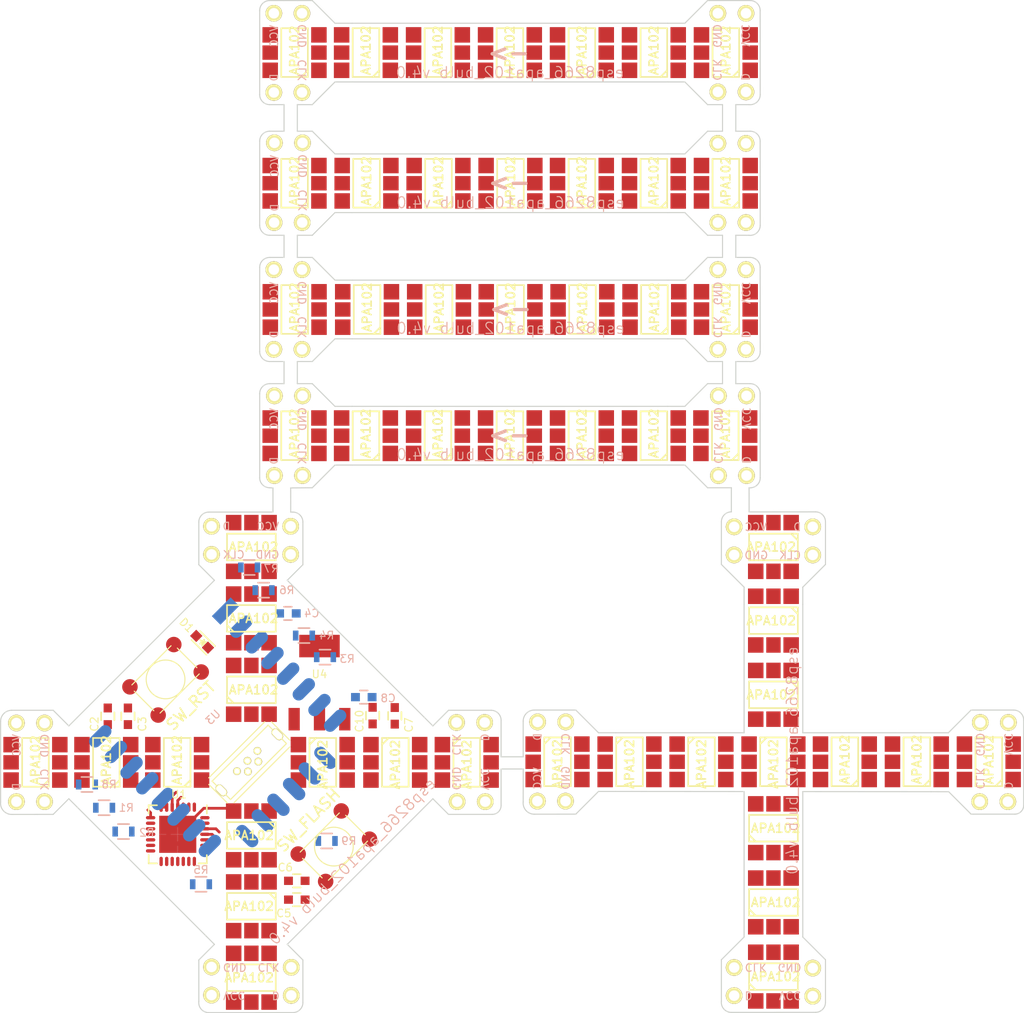
<source format=kicad_pcb>
(kicad_pcb (version 4) (host pcbnew 4.0.2-4+6225~38~ubuntu15.10.1-stable)

  (general
    (links 302)
    (no_connects 296)
    (area 82.996992 76.749999 175.498858 168.255113)
    (thickness 1.6)
    (drawings 266)
    (tracks 22)
    (zones 0)
    (modules 109)
    (nets 189)
  )

  (page A4)
  (layers
    (0 F.Cu signal)
    (31 B.Cu signal hide)
    (32 B.Adhes user)
    (33 F.Adhes user)
    (34 B.Paste user)
    (35 F.Paste user)
    (36 B.SilkS user)
    (37 F.SilkS user)
    (38 B.Mask user)
    (39 F.Mask user)
    (40 Dwgs.User user)
    (41 Cmts.User user)
    (42 Eco1.User user)
    (43 Eco2.User user)
    (44 Edge.Cuts user)
    (45 Margin user)
    (46 B.CrtYd user)
    (47 F.CrtYd user)
    (48 B.Fab user)
    (49 F.Fab user)
  )

  (setup
    (last_trace_width 0.25)
    (trace_clearance 0.2)
    (zone_clearance 0.508)
    (zone_45_only yes)
    (trace_min 0.2)
    (segment_width 0.2)
    (edge_width 0.15)
    (via_size 0.6)
    (via_drill 0.4)
    (via_min_size 0.4)
    (via_min_drill 0.3)
    (uvia_size 0.3)
    (uvia_drill 0.1)
    (uvias_allowed no)
    (uvia_min_size 0.2)
    (uvia_min_drill 0.1)
    (pcb_text_width 0.3)
    (pcb_text_size 1.5 1.5)
    (mod_edge_width 0.15)
    (mod_text_size 1 1)
    (mod_text_width 0.15)
    (pad_size 1.675 1.675)
    (pad_drill 0)
    (pad_to_mask_clearance 0.2)
    (aux_axis_origin 0 0)
    (grid_origin 101.35 152.25)
    (visible_elements FFFCFBFF)
    (pcbplotparams
      (layerselection 0x010f0_80000001)
      (usegerberextensions true)
      (excludeedgelayer true)
      (linewidth 0.100000)
      (plotframeref false)
      (viasonmask false)
      (mode 1)
      (useauxorigin false)
      (hpglpennumber 1)
      (hpglpenspeed 20)
      (hpglpendiameter 15)
      (hpglpenoverlay 2)
      (psnegative false)
      (psa4output false)
      (plotreference true)
      (plotvalue true)
      (plotinvisibletext false)
      (padsonsilk false)
      (subtractmaskfromsilk false)
      (outputformat 1)
      (mirror false)
      (drillshape 0)
      (scaleselection 1)
      (outputdirectory output/))
  )

  (net 0 "")
  (net 1 GND)
  (net 2 "Net-(LED1-Pad5)")
  (net 3 "Net-(LED1-Pad6)")
  (net 4 "Net-(LED2-Pad5)")
  (net 5 "Net-(LED2-Pad6)")
  (net 6 "Net-(LED3-Pad5)")
  (net 7 "Net-(LED3-Pad6)")
  (net 8 "Net-(LED4-Pad5)")
  (net 9 "Net-(LED4-Pad6)")
  (net 10 "Net-(LED5-Pad5)")
  (net 11 "Net-(LED5-Pad6)")
  (net 12 "Net-(LED10-Pad2)")
  (net 13 "Net-(LED10-Pad1)")
  (net 14 "Net-(LED10-Pad5)")
  (net 15 "Net-(LED10-Pad6)")
  (net 16 "Net-(LED11-Pad5)")
  (net 17 "Net-(LED11-Pad6)")
  (net 18 "Net-(LED12-Pad5)")
  (net 19 "Net-(LED12-Pad6)")
  (net 20 "Net-(LED13-Pad5)")
  (net 21 "Net-(LED13-Pad6)")
  (net 22 "Net-(LED14-Pad5)")
  (net 23 "Net-(LED14-Pad6)")
  (net 24 "Net-(LED15-Pad5)")
  (net 25 "Net-(LED15-Pad6)")
  (net 26 "Net-(LED16-Pad5)")
  (net 27 "Net-(LED16-Pad6)")
  (net 28 "Net-(LED17-Pad5)")
  (net 29 "Net-(LED17-Pad6)")
  (net 30 "Net-(LED18-Pad5)")
  (net 31 "Net-(LED18-Pad6)")
  (net 32 "Net-(LED19-Pad5)")
  (net 33 "Net-(LED19-Pad6)")
  (net 34 "Net-(LED20-Pad5)")
  (net 35 "Net-(LED20-Pad6)")
  (net 36 "Net-(LED21-Pad5)")
  (net 37 "Net-(LED21-Pad6)")
  (net 38 "Net-(LED22-Pad5)")
  (net 39 "Net-(LED22-Pad6)")
  (net 40 "Net-(LED23-Pad5)")
  (net 41 "Net-(LED23-Pad6)")
  (net 42 "Net-(LED24-Pad5)")
  (net 43 "Net-(LED24-Pad6)")
  (net 44 "Net-(LED25-Pad5)")
  (net 45 "Net-(LED25-Pad6)")
  (net 46 nRST)
  (net 47 V_USB)
  (net 48 V_3.3)
  (net 49 "Net-(D1-Pad2)")
  (net 50 GPIO16)
  (net 51 GPIO0)
  (net 52 GPIO2)
  (net 53 GPIO15)
  (net 54 EN)
  (net 55 USB_D-)
  (net 56 USB_D+)
  (net 57 RX)
  (net 58 TX)
  (net 59 "Net-(C4-Pad2)")
  (net 60 "Net-(LED11-Pad2)")
  (net 61 "Net-(LED11-Pad1)")
  (net 62 "Net-(LED12-Pad2)")
  (net 63 "Net-(LED12-Pad1)")
  (net 64 "Net-(LED9-Pad5)")
  (net 65 "Net-(LED9-Pad6)")
  (net 66 "Net-(LED13-Pad2)")
  (net 67 "Net-(LED13-Pad1)")
  (net 68 "Net-(LED14-Pad2)")
  (net 69 "Net-(LED14-Pad1)")
  (net 70 "Net-(LED15-Pad2)")
  (net 71 "Net-(LED15-Pad1)")
  (net 72 "Net-(LED16-Pad2)")
  (net 73 "Net-(LED16-Pad1)")
  (net 74 "Net-(LED26-Pad5)")
  (net 75 "Net-(LED26-Pad6)")
  (net 76 "Net-(LED27-Pad5)")
  (net 77 "Net-(LED27-Pad6)")
  (net 78 "Net-(LED28-Pad5)")
  (net 79 "Net-(LED28-Pad6)")
  (net 80 "Net-(LED29-Pad5)")
  (net 81 "Net-(LED29-Pad6)")
  (net 82 "Net-(LED30-Pad5)")
  (net 83 "Net-(LED30-Pad6)")
  (net 84 "Net-(LED31-Pad5)")
  (net 85 "Net-(LED31-Pad6)")
  (net 86 "Net-(LED32-Pad5)")
  (net 87 "Net-(LED32-Pad6)")
  (net 88 "Net-(LED33-Pad5)")
  (net 89 "Net-(LED33-Pad6)")
  (net 90 "Net-(LED34-Pad5)")
  (net 91 "Net-(LED34-Pad6)")
  (net 92 "Net-(LED35-Pad5)")
  (net 93 "Net-(LED35-Pad6)")
  (net 94 "Net-(LED36-Pad5)")
  (net 95 "Net-(LED36-Pad6)")
  (net 96 "Net-(LED37-Pad5)")
  (net 97 "Net-(LED37-Pad6)")
  (net 98 "Net-(LED38-Pad5)")
  (net 99 "Net-(LED38-Pad6)")
  (net 100 "Net-(LED39-Pad5)")
  (net 101 "Net-(LED39-Pad6)")
  (net 102 "Net-(LED40-Pad5)")
  (net 103 "Net-(LED40-Pad6)")
  (net 104 "Net-(LED41-Pad5)")
  (net 105 "Net-(LED41-Pad2)")
  (net 106 "Net-(LED41-Pad1)")
  (net 107 "Net-(LED41-Pad6)")
  (net 108 "Net-(LED42-Pad5)")
  (net 109 "Net-(LED42-Pad2)")
  (net 110 "Net-(LED42-Pad1)")
  (net 111 "Net-(LED42-Pad6)")
  (net 112 "Net-(LED43-Pad5)")
  (net 113 "Net-(LED43-Pad2)")
  (net 114 "Net-(LED43-Pad1)")
  (net 115 "Net-(LED43-Pad6)")
  (net 116 "Net-(LED44-Pad5)")
  (net 117 "Net-(LED44-Pad2)")
  (net 118 "Net-(LED44-Pad1)")
  (net 119 "Net-(LED44-Pad6)")
  (net 120 "Net-(LED45-Pad5)")
  (net 121 "Net-(LED45-Pad6)")
  (net 122 "Net-(LED46-Pad5)")
  (net 123 "Net-(LED46-Pad6)")
  (net 124 "Net-(LED47-Pad5)")
  (net 125 "Net-(LED47-Pad6)")
  (net 126 "Net-(LED48-Pad5)")
  (net 127 "Net-(LED48-Pad6)")
  (net 128 "Net-(LED49-Pad5)")
  (net 129 "Net-(LED49-Pad6)")
  (net 130 "Net-(LED50-Pad5)")
  (net 131 "Net-(LED50-Pad6)")
  (net 132 "Net-(LED51-Pad5)")
  (net 133 "Net-(LED51-Pad6)")
  (net 134 "Net-(LED52-Pad5)")
  (net 135 "Net-(LED52-Pad6)")
  (net 136 "Net-(LED53-Pad5)")
  (net 137 "Net-(LED53-Pad6)")
  (net 138 "Net-(P1-Pad4)")
  (net 139 "Net-(R8-Pad1)")
  (net 140 "Net-(R9-Pad2)")
  (net 141 "Net-(U1-Pad1)")
  (net 142 "Net-(U1-Pad2)")
  (net 143 "Net-(U1-Pad9)")
  (net 144 "Net-(U1-Pad10)")
  (net 145 "Net-(U1-Pad11)")
  (net 146 "Net-(U1-Pad12)")
  (net 147 "Net-(U1-Pad13)")
  (net 148 "Net-(U1-Pad14)")
  (net 149 "Net-(U1-Pad15)")
  (net 150 "Net-(U1-Pad16)")
  (net 151 "Net-(U1-Pad17)")
  (net 152 "Net-(U1-Pad18)")
  (net 153 "Net-(U1-Pad19)")
  (net 154 "Net-(U1-Pad20)")
  (net 155 "Net-(U1-Pad21)")
  (net 156 "Net-(U1-Pad22)")
  (net 157 "Net-(U1-Pad23)")
  (net 158 "Net-(U1-Pad27)")
  (net 159 "Net-(U3-Pad9)")
  (net 160 "Net-(U3-Pad10)")
  (net 161 "Net-(U3-Pad11)")
  (net 162 "Net-(U3-Pad12)")
  (net 163 ADC)
  (net 164 "Net-(U3-Pad13)")
  (net 165 "Net-(U3-Pad14)")
  (net 166 LED1_CLK)
  (net 167 LED2_DATA)
  (net 168 LED2_CLK)
  (net 169 LED4_CLK)
  (net 170 LED4_DATA)
  (net 171 "Net-(U1-Pad24)")
  (net 172 "Net-(U1-Pad28)")
  (net 173 "Net-(LED13-Pad3)")
  (net 174 "Net-(LED13-Pad4)")
  (net 175 "Net-(LED14-Pad3)")
  (net 176 "Net-(LED14-Pad4)")
  (net 177 "Net-(LED15-Pad3)")
  (net 178 "Net-(LED15-Pad4)")
  (net 179 "Net-(LED16-Pad3)")
  (net 180 "Net-(LED16-Pad4)")
  (net 181 "Net-(LED41-Pad3)")
  (net 182 "Net-(LED41-Pad4)")
  (net 183 "Net-(LED42-Pad3)")
  (net 184 "Net-(LED42-Pad4)")
  (net 185 "Net-(LED43-Pad3)")
  (net 186 "Net-(LED43-Pad4)")
  (net 187 "Net-(LED44-Pad3)")
  (net 188 "Net-(LED44-Pad4)")

  (net_class Default "This is the default net class."
    (clearance 0.2)
    (trace_width 0.25)
    (via_dia 0.6)
    (via_drill 0.4)
    (uvia_dia 0.3)
    (uvia_drill 0.1)
    (add_net ADC)
    (add_net EN)
    (add_net GPIO0)
    (add_net GPIO15)
    (add_net "Net-(C4-Pad2)")
    (add_net "Net-(D1-Pad2)")
    (add_net "Net-(LED13-Pad3)")
    (add_net "Net-(LED13-Pad4)")
    (add_net "Net-(LED14-Pad3)")
    (add_net "Net-(LED14-Pad4)")
    (add_net "Net-(LED15-Pad3)")
    (add_net "Net-(LED15-Pad4)")
    (add_net "Net-(LED16-Pad3)")
    (add_net "Net-(LED16-Pad4)")
    (add_net "Net-(LED41-Pad3)")
    (add_net "Net-(LED41-Pad4)")
    (add_net "Net-(LED42-Pad3)")
    (add_net "Net-(LED42-Pad4)")
    (add_net "Net-(LED43-Pad3)")
    (add_net "Net-(LED43-Pad4)")
    (add_net "Net-(LED44-Pad3)")
    (add_net "Net-(LED44-Pad4)")
    (add_net "Net-(R8-Pad1)")
    (add_net "Net-(U1-Pad16)")
    (add_net "Net-(U1-Pad17)")
    (add_net "Net-(U1-Pad18)")
    (add_net "Net-(U1-Pad19)")
    (add_net "Net-(U1-Pad2)")
    (add_net "Net-(U1-Pad20)")
    (add_net "Net-(U1-Pad21)")
    (add_net "Net-(U1-Pad22)")
    (add_net "Net-(U1-Pad23)")
    (add_net "Net-(U1-Pad24)")
    (add_net "Net-(U1-Pad27)")
    (add_net "Net-(U1-Pad28)")
    (add_net "Net-(U1-Pad9)")
    (add_net "Net-(U3-Pad10)")
    (add_net "Net-(U3-Pad11)")
    (add_net "Net-(U3-Pad12)")
    (add_net "Net-(U3-Pad13)")
    (add_net "Net-(U3-Pad14)")
    (add_net "Net-(U3-Pad9)")
    (add_net RX)
    (add_net TX)
    (add_net USB_D+)
    (add_net USB_D-)
    (add_net nRST)
  )

  (net_class LED_SPI ""
    (clearance 0.2)
    (trace_width 0.4)
    (via_dia 0.7)
    (via_drill 0.5)
    (uvia_dia 0.3)
    (uvia_drill 0.1)
    (add_net GPIO16)
    (add_net GPIO2)
    (add_net LED1_CLK)
    (add_net LED2_CLK)
    (add_net LED2_DATA)
    (add_net LED4_CLK)
    (add_net LED4_DATA)
  )

  (net_class Power ""
    (clearance 0.2)
    (trace_width 0.25)
    (via_dia 0.7)
    (via_drill 0.5)
    (uvia_dia 0.3)
    (uvia_drill 0.1)
    (add_net GND)
    (add_net "Net-(LED1-Pad5)")
    (add_net "Net-(LED1-Pad6)")
    (add_net "Net-(LED10-Pad1)")
    (add_net "Net-(LED10-Pad2)")
    (add_net "Net-(LED10-Pad5)")
    (add_net "Net-(LED10-Pad6)")
    (add_net "Net-(LED11-Pad1)")
    (add_net "Net-(LED11-Pad2)")
    (add_net "Net-(LED11-Pad5)")
    (add_net "Net-(LED11-Pad6)")
    (add_net "Net-(LED12-Pad1)")
    (add_net "Net-(LED12-Pad2)")
    (add_net "Net-(LED12-Pad5)")
    (add_net "Net-(LED12-Pad6)")
    (add_net "Net-(LED13-Pad1)")
    (add_net "Net-(LED13-Pad2)")
    (add_net "Net-(LED13-Pad5)")
    (add_net "Net-(LED13-Pad6)")
    (add_net "Net-(LED14-Pad1)")
    (add_net "Net-(LED14-Pad2)")
    (add_net "Net-(LED14-Pad5)")
    (add_net "Net-(LED14-Pad6)")
    (add_net "Net-(LED15-Pad1)")
    (add_net "Net-(LED15-Pad2)")
    (add_net "Net-(LED15-Pad5)")
    (add_net "Net-(LED15-Pad6)")
    (add_net "Net-(LED16-Pad1)")
    (add_net "Net-(LED16-Pad2)")
    (add_net "Net-(LED16-Pad5)")
    (add_net "Net-(LED16-Pad6)")
    (add_net "Net-(LED17-Pad5)")
    (add_net "Net-(LED17-Pad6)")
    (add_net "Net-(LED18-Pad5)")
    (add_net "Net-(LED18-Pad6)")
    (add_net "Net-(LED19-Pad5)")
    (add_net "Net-(LED19-Pad6)")
    (add_net "Net-(LED2-Pad5)")
    (add_net "Net-(LED2-Pad6)")
    (add_net "Net-(LED20-Pad5)")
    (add_net "Net-(LED20-Pad6)")
    (add_net "Net-(LED21-Pad5)")
    (add_net "Net-(LED21-Pad6)")
    (add_net "Net-(LED22-Pad5)")
    (add_net "Net-(LED22-Pad6)")
    (add_net "Net-(LED23-Pad5)")
    (add_net "Net-(LED23-Pad6)")
    (add_net "Net-(LED24-Pad5)")
    (add_net "Net-(LED24-Pad6)")
    (add_net "Net-(LED25-Pad5)")
    (add_net "Net-(LED25-Pad6)")
    (add_net "Net-(LED26-Pad5)")
    (add_net "Net-(LED26-Pad6)")
    (add_net "Net-(LED27-Pad5)")
    (add_net "Net-(LED27-Pad6)")
    (add_net "Net-(LED28-Pad5)")
    (add_net "Net-(LED28-Pad6)")
    (add_net "Net-(LED29-Pad5)")
    (add_net "Net-(LED29-Pad6)")
    (add_net "Net-(LED3-Pad5)")
    (add_net "Net-(LED3-Pad6)")
    (add_net "Net-(LED30-Pad5)")
    (add_net "Net-(LED30-Pad6)")
    (add_net "Net-(LED31-Pad5)")
    (add_net "Net-(LED31-Pad6)")
    (add_net "Net-(LED32-Pad5)")
    (add_net "Net-(LED32-Pad6)")
    (add_net "Net-(LED33-Pad5)")
    (add_net "Net-(LED33-Pad6)")
    (add_net "Net-(LED34-Pad5)")
    (add_net "Net-(LED34-Pad6)")
    (add_net "Net-(LED35-Pad5)")
    (add_net "Net-(LED35-Pad6)")
    (add_net "Net-(LED36-Pad5)")
    (add_net "Net-(LED36-Pad6)")
    (add_net "Net-(LED37-Pad5)")
    (add_net "Net-(LED37-Pad6)")
    (add_net "Net-(LED38-Pad5)")
    (add_net "Net-(LED38-Pad6)")
    (add_net "Net-(LED39-Pad5)")
    (add_net "Net-(LED39-Pad6)")
    (add_net "Net-(LED4-Pad5)")
    (add_net "Net-(LED4-Pad6)")
    (add_net "Net-(LED40-Pad5)")
    (add_net "Net-(LED40-Pad6)")
    (add_net "Net-(LED41-Pad1)")
    (add_net "Net-(LED41-Pad2)")
    (add_net "Net-(LED41-Pad5)")
    (add_net "Net-(LED41-Pad6)")
    (add_net "Net-(LED42-Pad1)")
    (add_net "Net-(LED42-Pad2)")
    (add_net "Net-(LED42-Pad5)")
    (add_net "Net-(LED42-Pad6)")
    (add_net "Net-(LED43-Pad1)")
    (add_net "Net-(LED43-Pad2)")
    (add_net "Net-(LED43-Pad5)")
    (add_net "Net-(LED43-Pad6)")
    (add_net "Net-(LED44-Pad1)")
    (add_net "Net-(LED44-Pad2)")
    (add_net "Net-(LED44-Pad5)")
    (add_net "Net-(LED44-Pad6)")
    (add_net "Net-(LED45-Pad5)")
    (add_net "Net-(LED45-Pad6)")
    (add_net "Net-(LED46-Pad5)")
    (add_net "Net-(LED46-Pad6)")
    (add_net "Net-(LED47-Pad5)")
    (add_net "Net-(LED47-Pad6)")
    (add_net "Net-(LED48-Pad5)")
    (add_net "Net-(LED48-Pad6)")
    (add_net "Net-(LED49-Pad5)")
    (add_net "Net-(LED49-Pad6)")
    (add_net "Net-(LED5-Pad5)")
    (add_net "Net-(LED5-Pad6)")
    (add_net "Net-(LED50-Pad5)")
    (add_net "Net-(LED50-Pad6)")
    (add_net "Net-(LED51-Pad5)")
    (add_net "Net-(LED51-Pad6)")
    (add_net "Net-(LED52-Pad5)")
    (add_net "Net-(LED52-Pad6)")
    (add_net "Net-(LED53-Pad5)")
    (add_net "Net-(LED53-Pad6)")
    (add_net "Net-(LED9-Pad5)")
    (add_net "Net-(LED9-Pad6)")
    (add_net "Net-(P1-Pad4)")
    (add_net "Net-(R9-Pad2)")
    (add_net "Net-(U1-Pad1)")
    (add_net "Net-(U1-Pad10)")
    (add_net "Net-(U1-Pad11)")
    (add_net "Net-(U1-Pad12)")
    (add_net "Net-(U1-Pad13)")
    (add_net "Net-(U1-Pad14)")
    (add_net "Net-(U1-Pad15)")
    (add_net V_3.3)
    (add_net V_USB)
  )

  (module APA102:APA102 (layer F.Cu) (tedit 565BC937) (tstamp 565BD4B1)
    (at 105.7 132.6)
    (path /565AB1CA)
    (fp_text reference LED5 (at -3.4 -0.1 90) (layer F.SilkS) hide
      (effects (font (size 1.5 1.5) (thickness 0.15)))
    )
    (fp_text value APA102 (at 0.2 0) (layer F.SilkS)
      (effects (font (size 0.8 0.8) (thickness 0.15)))
    )
    (fp_line (start -2.2 0.6) (end -1.6 1.2) (layer F.SilkS) (width 0.15))
    (fp_line (start 2.2 1.2) (end -1.8 1.2) (layer F.SilkS) (width 0.15))
    (fp_line (start -2.2 -1.2) (end 2.2 -1.2) (layer F.SilkS) (width 0.15))
    (fp_line (start -1.8 1.2) (end -2.2 1.2) (layer F.SilkS) (width 0.15))
    (fp_line (start 2.2 -1.2) (end 2.2 1.2) (layer F.SilkS) (width 0.15))
    (fp_line (start -2.2 -1.2) (end -2.2 1.2) (layer F.SilkS) (width 0.15))
    (pad 3 smd rect (at 1.6 2.2 90) (size 1.4 1.4) (layers F.Cu F.Paste F.Mask)
      (net 1 GND))
    (pad 4 smd rect (at 1.6 -2.2 90) (size 1.4 1.4) (layers F.Cu F.Paste F.Mask)
      (net 47 V_USB))
    (pad 5 smd rect (at 0 -2.2 90) (size 1.4 1.3) (layers F.Cu F.Paste F.Mask)
      (net 10 "Net-(LED5-Pad5)"))
    (pad 2 smd rect (at 0 2.2 90) (size 1.4 1.3) (layers F.Cu F.Paste F.Mask)
      (net 2 "Net-(LED1-Pad5)"))
    (pad 1 smd rect (at -1.6 2.2 90) (size 1.4 1.4) (layers F.Cu F.Paste F.Mask)
      (net 3 "Net-(LED1-Pad6)"))
    (pad 6 smd rect (at -1.6 -2.2 90) (size 1.4 1.4) (layers F.Cu F.Paste F.Mask)
      (net 11 "Net-(LED5-Pad6)"))
    (model ../../../../../home/hottuna/projects/kicad/KiCad/3d_models/ab2_passive/AB2_PLCC6_LED.wrl
      (at (xyz 0 0 0))
      (scale (xyz 0.3333 0.3333 0.3333))
      (rotate (xyz 0 0 90))
    )
  )

  (module APA102:APA102 (layer F.Cu) (tedit 565BC787) (tstamp 565BD489)
    (at 105.7 139.05)
    (path /565AB1D0)
    (fp_text reference LED1 (at -3.4 0.2 90) (layer F.SilkS) hide
      (effects (font (size 1.5 1.5) (thickness 0.15)))
    )
    (fp_text value APA102 (at 0.2 0) (layer F.SilkS)
      (effects (font (size 0.8 0.8) (thickness 0.15)))
    )
    (fp_line (start -2.2 0.6) (end -1.6 1.2) (layer F.SilkS) (width 0.15))
    (fp_line (start 2.2 1.2) (end -1.8 1.2) (layer F.SilkS) (width 0.15))
    (fp_line (start -2.2 -1.2) (end 2.2 -1.2) (layer F.SilkS) (width 0.15))
    (fp_line (start -1.8 1.2) (end -2.2 1.2) (layer F.SilkS) (width 0.15))
    (fp_line (start 2.2 -1.2) (end 2.2 1.2) (layer F.SilkS) (width 0.15))
    (fp_line (start -2.2 -1.2) (end -2.2 1.2) (layer F.SilkS) (width 0.15))
    (pad 3 smd rect (at 1.6 2.2 90) (size 1.4 1.4) (layers F.Cu F.Paste F.Mask)
      (net 1 GND))
    (pad 4 smd rect (at 1.6 -2.2 90) (size 1.4 1.4) (layers F.Cu F.Paste F.Mask)
      (net 47 V_USB))
    (pad 5 smd rect (at 0 -2.2 90) (size 1.4 1.3) (layers F.Cu F.Paste F.Mask)
      (net 2 "Net-(LED1-Pad5)"))
    (pad 2 smd rect (at 0 2.2 90) (size 1.4 1.3) (layers F.Cu F.Paste F.Mask)
      (net 166 LED1_CLK))
    (pad 1 smd rect (at -1.6 2.2 90) (size 1.4 1.4) (layers F.Cu F.Paste F.Mask)
      (net 51 GPIO0))
    (pad 6 smd rect (at -1.6 -2.2 90) (size 1.4 1.4) (layers F.Cu F.Paste F.Mask)
      (net 3 "Net-(LED1-Pad6)"))
    (model ../../../../../home/hottuna/projects/kicad/KiCad/3d_models/ab2_passive/AB2_PLCC6_LED_STRAIGHT.wrl
      (at (xyz 0 0 0))
      (scale (xyz 0.3333 0.3333 0.3333))
      (rotate (xyz 0 0 90))
    )
  )

  (module APA102:APA102 (layer F.Cu) (tedit 565BCE64) (tstamp 565BD4D9)
    (at 105.7 126.15)
    (path /565AB1C4)
    (fp_text reference LED9 (at -3.4 0.1 90) (layer F.SilkS) hide
      (effects (font (size 1.5 1.5) (thickness 0.15)))
    )
    (fp_text value APA102 (at 0.2 0) (layer F.SilkS)
      (effects (font (size 0.8 0.8) (thickness 0.15)))
    )
    (fp_line (start -2.2 0.6) (end -1.6 1.2) (layer F.SilkS) (width 0.15))
    (fp_line (start 2.2 1.2) (end -1.8 1.2) (layer F.SilkS) (width 0.15))
    (fp_line (start -2.2 -1.2) (end 2.2 -1.2) (layer F.SilkS) (width 0.15))
    (fp_line (start -1.8 1.2) (end -2.2 1.2) (layer F.SilkS) (width 0.15))
    (fp_line (start 2.2 -1.2) (end 2.2 1.2) (layer F.SilkS) (width 0.15))
    (fp_line (start -2.2 -1.2) (end -2.2 1.2) (layer F.SilkS) (width 0.15))
    (pad 3 smd rect (at 1.6 2.2 90) (size 1.4 1.4) (layers F.Cu F.Paste F.Mask)
      (net 1 GND))
    (pad 4 smd rect (at 1.6 -2.2 90) (size 1.4 1.4) (layers F.Cu F.Paste F.Mask)
      (net 47 V_USB))
    (pad 5 smd rect (at 0 -2.2 90) (size 1.4 1.3) (layers F.Cu F.Paste F.Mask)
      (net 64 "Net-(LED9-Pad5)"))
    (pad 2 smd rect (at 0 2.2 90) (size 1.4 1.3) (layers F.Cu F.Paste F.Mask)
      (net 10 "Net-(LED5-Pad5)"))
    (pad 1 smd rect (at -1.6 2.2 90) (size 1.4 1.4) (layers F.Cu F.Paste F.Mask)
      (net 11 "Net-(LED5-Pad6)"))
    (pad 6 smd rect (at -1.6 -2.2 90) (size 1.4 1.4) (layers F.Cu F.Paste F.Mask)
      (net 65 "Net-(LED9-Pad6)"))
    (model ../../../../../home/hottuna/projects/kicad/KiCad/3d_models/ab2_passive/AB2_PLCC6_LED.wrl
      (at (xyz 0 0 0))
      (scale (xyz 0.3333 0.3333 0.3333))
      (rotate (xyz 0 0 90))
    )
  )

  (module footprints:switch_spst_smd_5mm_3.5mm (layer F.Cu) (tedit 56D60EE5) (tstamp 565BD75C)
    (at 97.95 138.11 225)
    (path /565A908F)
    (fp_text reference SW1 (at 0 0 225) (layer F.SilkS) hide
      (effects (font (size 1.27 1.27) (thickness 0.02032)))
    )
    (fp_text value SW_RST (at 0.0635 -3.302 405) (layer F.SilkS)
      (effects (font (size 1 1) (thickness 0.15)))
    )
    (fp_circle (center 0 0) (end 1.75006 0) (layer F.SilkS) (width 0.09906))
    (fp_line (start -2.75 1.24968) (end -2.75 -1.24968) (layer F.SilkS) (width 0.09906))
    (fp_line (start 2.49936 1.8) (end -2.49936 1.8) (layer F.SilkS) (width 0.09906))
    (fp_line (start 2.75 -1.24968) (end 2.75 1.24968) (layer F.SilkS) (width 0.09906))
    (fp_line (start -2.49936 -1.8) (end 2.49936 -1.8) (layer F.SilkS) (width 0.09906))
    (pad 1 smd circle (at -2.7512 -1.8044 225) (size 1.39954 1.39954) (layers F.Cu F.Paste F.Mask)
      (net 50 GPIO16))
    (pad 1 smd circle (at 2.7512 -1.8044 225) (size 1.39954 1.39954) (layers F.Cu F.Paste F.Mask)
      (net 50 GPIO16))
    (pad 2 smd circle (at -2.7512 1.70044 225) (size 1.39954 1.39954) (layers F.Cu F.Paste F.Mask)
      (net 1 GND))
    (pad 2 smd circle (at 2.7512 1.80044 225) (size 1.39954 1.39954) (layers F.Cu F.Paste F.Mask)
      (net 1 GND))
    (model ../../../../../home/hottuna/projects/kicad/switch_3d/smd_push2.wrl
      (at (xyz 0 0 0))
      (scale (xyz 1 1 1))
      (rotate (xyz 0 0 0))
    )
  )

  (module footprints:CONN_2.54mm_1x2_no-outline (layer F.Cu) (tedit 56DA473C) (tstamp 56DA5955)
    (at 102.1 125.55 270)
    (path /56DA9191)
    (fp_text reference P2 (at 0 2.2 270) (layer F.SilkS) hide
      (effects (font (size 1 1) (thickness 0.15)))
    )
    (fp_text value CONN_01X02 (at 0 4.1 270) (layer F.SilkS) hide
      (effects (font (thickness 0.3048)))
    )
    (pad 2 thru_hole circle (at 1.27 0 270) (size 1.5 1.5) (drill 0.95) (layers *.Cu *.Mask F.SilkS)
      (net 64 "Net-(LED9-Pad5)"))
    (pad 1 thru_hole circle (at -1.27 0 270) (size 1.5 1.5) (drill 0.95) (layers *.Cu *.Mask F.SilkS)
      (net 65 "Net-(LED9-Pad6)"))
  )

  (module LEDs:LED-0603 (layer F.Cu) (tedit 565C9902) (tstamp 565BD47F)
    (at 101.25 134.71 135)
    (descr "LED 0603 smd package")
    (tags "LED led 0603 SMD smd SMT smt smdled SMDLED smtled SMTLED")
    (path /56DA4665)
    (attr smd)
    (fp_text reference D1 (at 2.05061 0.070711 135) (layer F.SilkS)
      (effects (font (size 0.7 0.7) (thickness 0.1)))
    )
    (fp_text value LED_BLUE (at 0 1.5 135) (layer F.Fab) hide
      (effects (font (size 0.7 0.7) (thickness 0.1)))
    )
    (fp_line (start -1.1 0.55) (end 0.8 0.55) (layer F.SilkS) (width 0.15))
    (fp_line (start -1.1 -0.55) (end 0.8 -0.55) (layer F.SilkS) (width 0.15))
    (fp_line (start -0.2 0) (end 0.25 0) (layer F.SilkS) (width 0.15))
    (fp_line (start -0.25 -0.25) (end -0.25 0.25) (layer F.SilkS) (width 0.15))
    (fp_line (start -0.25 0) (end 0 -0.25) (layer F.SilkS) (width 0.15))
    (fp_line (start 0 -0.25) (end 0 0.25) (layer F.SilkS) (width 0.15))
    (fp_line (start 0 0.25) (end -0.25 0) (layer F.SilkS) (width 0.15))
    (fp_line (start 1.4 -0.75) (end 1.4 0.75) (layer F.CrtYd) (width 0.05))
    (fp_line (start 1.4 0.75) (end -1.4 0.75) (layer F.CrtYd) (width 0.05))
    (fp_line (start -1.4 0.75) (end -1.4 -0.75) (layer F.CrtYd) (width 0.05))
    (fp_line (start -1.4 -0.75) (end 1.4 -0.75) (layer F.CrtYd) (width 0.05))
    (pad 2 smd rect (at 0.7493 0 315) (size 0.79756 0.79756) (layers F.Cu F.Paste F.Mask)
      (net 49 "Net-(D1-Pad2)"))
    (pad 1 smd rect (at -0.7493 0 315) (size 0.79756 0.79756) (layers F.Cu F.Paste F.Mask)
      (net 50 GPIO16))
  )

  (module footprints:CONN_2.54mm_1x2_no-outline (layer F.Cu) (tedit 56DA473C) (tstamp 56DA595B)
    (at 109.25 125.55 270)
    (path /56DA93D8)
    (fp_text reference P3 (at 0 2.2 270) (layer F.SilkS) hide
      (effects (font (size 1 1) (thickness 0.15)))
    )
    (fp_text value CONN_01X02 (at 0 4.1 270) (layer F.SilkS) hide
      (effects (font (thickness 0.3048)))
    )
    (pad 2 thru_hole circle (at 1.27 0 270) (size 1.5 1.5) (drill 0.95) (layers *.Cu *.Mask F.SilkS)
      (net 1 GND))
    (pad 1 thru_hole circle (at -1.27 0 270) (size 1.5 1.5) (drill 0.95) (layers *.Cu *.Mask F.SilkS)
      (net 47 V_USB))
  )

  (module Capacitors_SMD:C_0603 (layer F.Cu) (tedit 565CB683) (tstamp 565BD467)
    (at 109.8 156.3 180)
    (descr "Capacitor SMD 0603, reflow soldering, AVX (see smccp.pdf)")
    (tags "capacitor 0603")
    (path /5614B10C)
    (attr smd)
    (fp_text reference C6 (at 1.04 1.21 180) (layer F.SilkS)
      (effects (font (size 0.7 0.7) (thickness 0.1)))
    )
    (fp_text value 10uF (at 0 1.9 180) (layer F.Fab) hide
      (effects (font (size 1 1) (thickness 0.15)))
    )
    (fp_line (start -1.45 -0.75) (end 1.45 -0.75) (layer F.CrtYd) (width 0.05))
    (fp_line (start -1.45 0.75) (end 1.45 0.75) (layer F.CrtYd) (width 0.05))
    (fp_line (start -1.45 -0.75) (end -1.45 0.75) (layer F.CrtYd) (width 0.05))
    (fp_line (start 1.45 -0.75) (end 1.45 0.75) (layer F.CrtYd) (width 0.05))
    (fp_line (start -0.35 -0.6) (end 0.35 -0.6) (layer F.SilkS) (width 0.15))
    (fp_line (start 0.35 0.6) (end -0.35 0.6) (layer F.SilkS) (width 0.15))
    (pad 1 smd rect (at -0.75 0 180) (size 0.8 0.75) (layers F.Cu F.Paste F.Mask)
      (net 48 V_3.3))
    (pad 2 smd rect (at 0.75 0 180) (size 0.8 0.75) (layers F.Cu F.Paste F.Mask)
      (net 1 GND))
    (model Capacitors_SMD.3dshapes/C_0603.wrl
      (at (xyz 0 0 0))
      (scale (xyz 1 1 1))
      (rotate (xyz 0 0 0))
    )
  )

  (module Capacitors_SMD:C_0603 (layer F.Cu) (tedit 565CB686) (tstamp 565BD461)
    (at 109.8 158)
    (descr "Capacitor SMD 0603, reflow soldering, AVX (see smccp.pdf)")
    (tags "capacitor 0603")
    (path /5614B37B)
    (attr smd)
    (fp_text reference C5 (at -1.17 1.23) (layer F.SilkS)
      (effects (font (size 0.7 0.7) (thickness 0.1)))
    )
    (fp_text value 100nF (at 0 1.9) (layer F.Fab) hide
      (effects (font (size 1 1) (thickness 0.15)))
    )
    (fp_line (start -1.45 -0.75) (end 1.45 -0.75) (layer F.CrtYd) (width 0.05))
    (fp_line (start -1.45 0.75) (end 1.45 0.75) (layer F.CrtYd) (width 0.05))
    (fp_line (start -1.45 -0.75) (end -1.45 0.75) (layer F.CrtYd) (width 0.05))
    (fp_line (start 1.45 -0.75) (end 1.45 0.75) (layer F.CrtYd) (width 0.05))
    (fp_line (start -0.35 -0.6) (end 0.35 -0.6) (layer F.SilkS) (width 0.15))
    (fp_line (start 0.35 0.6) (end -0.35 0.6) (layer F.SilkS) (width 0.15))
    (pad 1 smd rect (at -0.75 0) (size 0.8 0.75) (layers F.Cu F.Paste F.Mask)
      (net 48 V_3.3))
    (pad 2 smd rect (at 0.75 0) (size 0.8 0.75) (layers F.Cu F.Paste F.Mask)
      (net 1 GND))
    (model Capacitors_SMD.3dshapes/C_0603.wrl
      (at (xyz 0 0 0))
      (scale (xyz 1 1 1))
      (rotate (xyz 0 0 0))
    )
  )

  (module APA102:APA102 (layer F.Cu) (tedit 565BC95B) (tstamp 565BD4C5)
    (at 105.7 158.6 180)
    (path /560C71DE)
    (fp_text reference LED7 (at -3.6 0 270) (layer F.SilkS) hide
      (effects (font (size 1.5 1.5) (thickness 0.15)))
    )
    (fp_text value APA102 (at 0.2 0 180) (layer F.SilkS)
      (effects (font (size 0.8 0.8) (thickness 0.15)))
    )
    (fp_line (start -2.2 0.6) (end -1.6 1.2) (layer F.SilkS) (width 0.15))
    (fp_line (start 2.2 1.2) (end -1.8 1.2) (layer F.SilkS) (width 0.15))
    (fp_line (start -2.2 -1.2) (end 2.2 -1.2) (layer F.SilkS) (width 0.15))
    (fp_line (start -1.8 1.2) (end -2.2 1.2) (layer F.SilkS) (width 0.15))
    (fp_line (start 2.2 -1.2) (end 2.2 1.2) (layer F.SilkS) (width 0.15))
    (fp_line (start -2.2 -1.2) (end -2.2 1.2) (layer F.SilkS) (width 0.15))
    (pad 3 smd rect (at 1.6 2.2 270) (size 1.4 1.4) (layers F.Cu F.Paste F.Mask)
      (net 1 GND))
    (pad 4 smd rect (at 1.6 -2.2 270) (size 1.4 1.4) (layers F.Cu F.Paste F.Mask)
      (net 47 V_USB))
    (pad 5 smd rect (at 0 -2.2 270) (size 1.4 1.3) (layers F.Cu F.Paste F.Mask)
      (net 60 "Net-(LED11-Pad2)"))
    (pad 2 smd rect (at 0 2.2 270) (size 1.4 1.3) (layers F.Cu F.Paste F.Mask)
      (net 6 "Net-(LED3-Pad5)"))
    (pad 1 smd rect (at -1.6 2.2 270) (size 1.4 1.4) (layers F.Cu F.Paste F.Mask)
      (net 7 "Net-(LED3-Pad6)"))
    (pad 6 smd rect (at -1.6 -2.2 270) (size 1.4 1.4) (layers F.Cu F.Paste F.Mask)
      (net 61 "Net-(LED11-Pad1)"))
    (model ../../../../../home/hottuna/projects/kicad/KiCad/3d_models/ab2_passive/AB2_PLCC6_LED.wrl
      (at (xyz 0 0 0))
      (scale (xyz 0.3333 0.3333 0.3333))
      (rotate (xyz 0 0 90))
    )
  )

  (module APA102:APA102 (layer F.Cu) (tedit 565BCE88) (tstamp 565BD4ED)
    (at 105.7 165.05 180)
    (path /560C7191)
    (fp_text reference LED11 (at -3.7 0.1 270) (layer F.SilkS) hide
      (effects (font (size 1.5 1.5) (thickness 0.15)))
    )
    (fp_text value APA102 (at 0.2 0 180) (layer F.SilkS)
      (effects (font (size 0.8 0.8) (thickness 0.15)))
    )
    (fp_line (start -2.2 0.6) (end -1.6 1.2) (layer F.SilkS) (width 0.15))
    (fp_line (start 2.2 1.2) (end -1.8 1.2) (layer F.SilkS) (width 0.15))
    (fp_line (start -2.2 -1.2) (end 2.2 -1.2) (layer F.SilkS) (width 0.15))
    (fp_line (start -1.8 1.2) (end -2.2 1.2) (layer F.SilkS) (width 0.15))
    (fp_line (start 2.2 -1.2) (end 2.2 1.2) (layer F.SilkS) (width 0.15))
    (fp_line (start -2.2 -1.2) (end -2.2 1.2) (layer F.SilkS) (width 0.15))
    (pad 3 smd rect (at 1.6 2.2 270) (size 1.4 1.4) (layers F.Cu F.Paste F.Mask)
      (net 1 GND))
    (pad 4 smd rect (at 1.6 -2.2 270) (size 1.4 1.4) (layers F.Cu F.Paste F.Mask)
      (net 47 V_USB))
    (pad 5 smd rect (at 0 -2.2 270) (size 1.4 1.3) (layers F.Cu F.Paste F.Mask)
      (net 16 "Net-(LED11-Pad5)"))
    (pad 2 smd rect (at 0 2.2 270) (size 1.4 1.3) (layers F.Cu F.Paste F.Mask)
      (net 60 "Net-(LED11-Pad2)"))
    (pad 1 smd rect (at -1.6 2.2 270) (size 1.4 1.4) (layers F.Cu F.Paste F.Mask)
      (net 61 "Net-(LED11-Pad1)"))
    (pad 6 smd rect (at -1.6 -2.2 270) (size 1.4 1.4) (layers F.Cu F.Paste F.Mask)
      (net 17 "Net-(LED11-Pad6)"))
    (model ../../../../../home/hottuna/projects/kicad/KiCad/3d_models/ab2_passive/AB2_PLCC6_LED.wrl
      (at (xyz 0 0 0))
      (scale (xyz 0.3333 0.3333 0.3333))
      (rotate (xyz 0 0 90))
    )
  )

  (module footprints:CONN_2.54mm_1x2_no-outline (layer F.Cu) (tedit 56DA473C) (tstamp 56DA570E)
    (at 109.3 165.38 90)
    (path /56DAA452)
    (fp_text reference P6 (at 0 2.2 90) (layer F.SilkS) hide
      (effects (font (size 1 1) (thickness 0.15)))
    )
    (fp_text value CONN_01X02 (at 0 4.1 90) (layer F.SilkS) hide
      (effects (font (thickness 0.3048)))
    )
    (pad 2 thru_hole circle (at 1.27 0 90) (size 1.5 1.5) (drill 0.95) (layers *.Cu *.Mask F.SilkS)
      (net 16 "Net-(LED11-Pad5)"))
    (pad 1 thru_hole circle (at -1.27 0 90) (size 1.5 1.5) (drill 0.95) (layers *.Cu *.Mask F.SilkS)
      (net 17 "Net-(LED11-Pad6)"))
  )

  (module footprints:CONN_2.54mm_1x2_no-outline (layer F.Cu) (tedit 56DA473C) (tstamp 56DA61C8)
    (at 102.1 165.35 90)
    (path /56DAA346)
    (fp_text reference P5 (at 0 2.2 90) (layer F.SilkS) hide
      (effects (font (size 1 1) (thickness 0.15)))
    )
    (fp_text value CONN_01X02 (at 0 4.1 90) (layer F.SilkS) hide
      (effects (font (thickness 0.3048)))
    )
    (pad 2 thru_hole circle (at 1.27 0 90) (size 1.5 1.5) (drill 0.95) (layers *.Cu *.Mask F.SilkS)
      (net 1 GND))
    (pad 1 thru_hole circle (at -1.27 0 90) (size 1.5 1.5) (drill 0.95) (layers *.Cu *.Mask F.SilkS)
      (net 47 V_USB))
  )

  (module APA102:APA102 (layer F.Cu) (tedit 565BC97B) (tstamp 565BD4CF)
    (at 92.6 145.6 90)
    (path /565AAD2B)
    (fp_text reference LED8 (at 3.3 0.1 180) (layer F.SilkS) hide
      (effects (font (size 1.5 1.5) (thickness 0.15)))
    )
    (fp_text value APA102 (at 0.2 0 90) (layer F.SilkS)
      (effects (font (size 0.8 0.8) (thickness 0.15)))
    )
    (fp_line (start -2.2 0.6) (end -1.6 1.2) (layer F.SilkS) (width 0.15))
    (fp_line (start 2.2 1.2) (end -1.8 1.2) (layer F.SilkS) (width 0.15))
    (fp_line (start -2.2 -1.2) (end 2.2 -1.2) (layer F.SilkS) (width 0.15))
    (fp_line (start -1.8 1.2) (end -2.2 1.2) (layer F.SilkS) (width 0.15))
    (fp_line (start 2.2 -1.2) (end 2.2 1.2) (layer F.SilkS) (width 0.15))
    (fp_line (start -2.2 -1.2) (end -2.2 1.2) (layer F.SilkS) (width 0.15))
    (pad 3 smd rect (at 1.6 2.2 180) (size 1.4 1.4) (layers F.Cu F.Paste F.Mask)
      (net 1 GND))
    (pad 4 smd rect (at 1.6 -2.2 180) (size 1.4 1.4) (layers F.Cu F.Paste F.Mask)
      (net 47 V_USB))
    (pad 5 smd rect (at 0 -2.2 180) (size 1.4 1.3) (layers F.Cu F.Paste F.Mask)
      (net 62 "Net-(LED12-Pad2)"))
    (pad 2 smd rect (at 0 2.2 180) (size 1.4 1.3) (layers F.Cu F.Paste F.Mask)
      (net 8 "Net-(LED4-Pad5)"))
    (pad 1 smd rect (at -1.6 2.2 180) (size 1.4 1.4) (layers F.Cu F.Paste F.Mask)
      (net 9 "Net-(LED4-Pad6)"))
    (pad 6 smd rect (at -1.6 -2.2 180) (size 1.4 1.4) (layers F.Cu F.Paste F.Mask)
      (net 63 "Net-(LED12-Pad1)"))
    (model ../../../../../home/hottuna/projects/kicad/KiCad/3d_models/ab2_passive/AB2_PLCC6_LED.wrl
      (at (xyz 0 0 0))
      (scale (xyz 0.3333 0.3333 0.3333))
      (rotate (xyz 0 0 90))
    )
  )

  (module footprints:CONN_2.54mm_1x2_no-outline (layer F.Cu) (tedit 56DA473C) (tstamp 56DA571A)
    (at 85.75 149.15)
    (path /56DAA7C2)
    (fp_text reference P8 (at 0 2.2) (layer F.SilkS) hide
      (effects (font (size 1 1) (thickness 0.15)))
    )
    (fp_text value CONN_01X02 (at 0 4.1) (layer F.SilkS) hide
      (effects (font (thickness 0.3048)))
    )
    (pad 2 thru_hole circle (at 1.27 0) (size 1.5 1.5) (drill 0.95) (layers *.Cu *.Mask F.SilkS)
      (net 18 "Net-(LED12-Pad5)"))
    (pad 1 thru_hole circle (at -1.27 0) (size 1.5 1.5) (drill 0.95) (layers *.Cu *.Mask F.SilkS)
      (net 19 "Net-(LED12-Pad6)"))
  )

  (module Capacitors_SMD:C_0603 (layer F.Cu) (tedit 565C1346) (tstamp 565BD44F)
    (at 92.73 141.44 270)
    (descr "Capacitor SMD 0603, reflow soldering, AVX (see smccp.pdf)")
    (tags "capacitor 0603")
    (path /56155E18)
    (attr smd)
    (fp_text reference C2 (at 0.7 1.2 270) (layer F.SilkS)
      (effects (font (size 0.7 0.7) (thickness 0.1)))
    )
    (fp_text value 100nF (at 0 1.9 270) (layer F.Fab) hide
      (effects (font (size 1 1) (thickness 0.15)))
    )
    (fp_line (start -1.45 -0.75) (end 1.45 -0.75) (layer F.CrtYd) (width 0.05))
    (fp_line (start -1.45 0.75) (end 1.45 0.75) (layer F.CrtYd) (width 0.05))
    (fp_line (start -1.45 -0.75) (end -1.45 0.75) (layer F.CrtYd) (width 0.05))
    (fp_line (start 1.45 -0.75) (end 1.45 0.75) (layer F.CrtYd) (width 0.05))
    (fp_line (start -0.35 -0.6) (end 0.35 -0.6) (layer F.SilkS) (width 0.15))
    (fp_line (start 0.35 0.6) (end -0.35 0.6) (layer F.SilkS) (width 0.15))
    (pad 1 smd rect (at -0.75 0 270) (size 0.8 0.75) (layers F.Cu F.Paste F.Mask)
      (net 1 GND))
    (pad 2 smd rect (at 0.75 0 270) (size 0.8 0.75) (layers F.Cu F.Paste F.Mask)
      (net 47 V_USB))
    (model Capacitors_SMD.3dshapes/C_0603.wrl
      (at (xyz 0 0 0))
      (scale (xyz 1 1 1))
      (rotate (xyz 0 0 0))
    )
  )

  (module Housings_DFN_QFN:QFN-28-1EP_5x5mm_Pitch0.5mm (layer F.Cu) (tedit 56DB49BF) (tstamp 565BD788)
    (at 99.05 152.1 270)
    (descr "28-Lead Plastic Quad Flat, No Lead Package (MQ) - 5x5x0.9 mm Body [QFN or VQFN]; (see Microchip Packaging Specification 00000049BS.pdf)")
    (tags "QFN 0.5")
    (path /56142198)
    (attr smd)
    (fp_text reference U1 (at -3.6 -0.1 360) (layer F.SilkS)
      (effects (font (size 0.7 0.7) (thickness 0.1)))
    )
    (fp_text value CP2102 (at 0 3.875 270) (layer F.Fab) hide
      (effects (font (size 1 1) (thickness 0.15)))
    )
    (fp_line (start -3.15 -3.15) (end -3.15 3.15) (layer F.CrtYd) (width 0.05))
    (fp_line (start 3.15 -3.15) (end 3.15 3.15) (layer F.CrtYd) (width 0.05))
    (fp_line (start -3.15 -3.15) (end 3.15 -3.15) (layer F.CrtYd) (width 0.05))
    (fp_line (start -3.15 3.15) (end 3.15 3.15) (layer F.CrtYd) (width 0.05))
    (fp_line (start 2.625 -2.625) (end 2.625 -1.875) (layer F.SilkS) (width 0.15))
    (fp_line (start -2.625 2.625) (end -2.625 1.875) (layer F.SilkS) (width 0.15))
    (fp_line (start 2.625 2.625) (end 2.625 1.875) (layer F.SilkS) (width 0.15))
    (fp_line (start -2.625 -2.625) (end -1.875 -2.625) (layer F.SilkS) (width 0.15))
    (fp_line (start -2.625 2.625) (end -1.875 2.625) (layer F.SilkS) (width 0.15))
    (fp_line (start 2.625 2.625) (end 1.875 2.625) (layer F.SilkS) (width 0.15))
    (fp_line (start 2.625 -2.625) (end 1.875 -2.625) (layer F.SilkS) (width 0.15))
    (pad 1 smd oval (at -2.45 -1.5 270) (size 0.85 0.3) (layers F.Cu F.Paste F.Mask)
      (net 141 "Net-(U1-Pad1)"))
    (pad 2 smd oval (at -2.45 -1 270) (size 0.85 0.3) (layers F.Cu F.Paste F.Mask)
      (net 142 "Net-(U1-Pad2)"))
    (pad 3 smd oval (at -2.45 -0.5 270) (size 0.85 0.3) (layers F.Cu F.Paste F.Mask)
      (net 1 GND) (zone_connect 0))
    (pad 4 smd oval (at -2.45 0 270) (size 0.85 0.3) (layers F.Cu F.Paste F.Mask)
      (net 56 USB_D+))
    (pad 5 smd oval (at -2.45 0.5 270) (size 0.85 0.3) (layers F.Cu F.Paste F.Mask)
      (net 55 USB_D-))
    (pad 6 smd oval (at -2.45 1 270) (size 0.85 0.3) (layers F.Cu F.Paste F.Mask)
      (net 48 V_3.3))
    (pad 7 smd oval (at -2.45 1.5 270) (size 0.85 0.3) (layers F.Cu F.Paste F.Mask)
      (net 48 V_3.3))
    (pad 8 smd oval (at -1.5 2.45) (size 0.85 0.3) (layers F.Cu F.Paste F.Mask)
      (net 47 V_USB))
    (pad 9 smd oval (at -1 2.45) (size 0.85 0.3) (layers F.Cu F.Paste F.Mask)
      (net 143 "Net-(U1-Pad9)"))
    (pad 10 smd oval (at -0.5 2.45) (size 0.85 0.3) (layers F.Cu F.Paste F.Mask)
      (net 144 "Net-(U1-Pad10)"))
    (pad 11 smd oval (at 0 2.45) (size 0.85 0.3) (layers F.Cu F.Paste F.Mask)
      (net 145 "Net-(U1-Pad11)"))
    (pad 12 smd oval (at 0.5 2.45) (size 0.85 0.3) (layers F.Cu F.Paste F.Mask)
      (net 146 "Net-(U1-Pad12)"))
    (pad 13 smd oval (at 1 2.45) (size 0.85 0.3) (layers F.Cu F.Paste F.Mask)
      (net 147 "Net-(U1-Pad13)"))
    (pad 14 smd oval (at 1.5 2.45) (size 0.85 0.3) (layers F.Cu F.Paste F.Mask)
      (net 148 "Net-(U1-Pad14)"))
    (pad 15 smd oval (at 2.45 1.5 270) (size 0.85 0.3) (layers F.Cu F.Paste F.Mask)
      (net 149 "Net-(U1-Pad15)"))
    (pad 16 smd oval (at 2.45 1 270) (size 0.85 0.3) (layers F.Cu F.Paste F.Mask)
      (net 150 "Net-(U1-Pad16)"))
    (pad 17 smd oval (at 2.45 0.5 270) (size 0.85 0.3) (layers F.Cu F.Paste F.Mask)
      (net 151 "Net-(U1-Pad17)"))
    (pad 18 smd oval (at 2.45 0 270) (size 0.85 0.3) (layers F.Cu F.Paste F.Mask)
      (net 152 "Net-(U1-Pad18)"))
    (pad 19 smd oval (at 2.45 -0.5 270) (size 0.85 0.3) (layers F.Cu F.Paste F.Mask)
      (net 153 "Net-(U1-Pad19)"))
    (pad 20 smd oval (at 2.45 -1 270) (size 0.85 0.3) (layers F.Cu F.Paste F.Mask)
      (net 154 "Net-(U1-Pad20)"))
    (pad 21 smd oval (at 2.45 -1.5 270) (size 0.85 0.3) (layers F.Cu F.Paste F.Mask)
      (net 155 "Net-(U1-Pad21)"))
    (pad 22 smd oval (at 1.5 -2.45) (size 0.85 0.3) (layers F.Cu F.Paste F.Mask)
      (net 156 "Net-(U1-Pad22)"))
    (pad 23 smd oval (at 1 -2.45) (size 0.85 0.3) (layers F.Cu F.Paste F.Mask)
      (net 157 "Net-(U1-Pad23)"))
    (pad 24 smd oval (at 0.5 -2.45) (size 0.85 0.3) (layers F.Cu F.Paste F.Mask)
      (net 171 "Net-(U1-Pad24)"))
    (pad 25 smd oval (at 0 -2.45) (size 0.85 0.3) (layers F.Cu F.Paste F.Mask)
      (net 58 TX))
    (pad 26 smd oval (at -0.5 -2.45) (size 0.85 0.3) (layers F.Cu F.Paste F.Mask)
      (net 139 "Net-(R8-Pad1)"))
    (pad 27 smd oval (at -1 -2.45) (size 0.85 0.3) (layers F.Cu F.Paste F.Mask)
      (net 158 "Net-(U1-Pad27)"))
    (pad 28 smd oval (at -1.5 -2.45) (size 0.85 0.3) (layers F.Cu F.Paste F.Mask)
      (net 172 "Net-(U1-Pad28)"))
    (pad 29 smd rect (at 0.8375 0.8375 270) (size 1.675 1.675) (layers F.Cu F.Paste F.Mask)
      (net 1 GND) (solder_paste_margin_ratio -0.2))
    (pad 29 smd rect (at 0.8375 -0.8375 270) (size 1.675 1.675) (layers F.Cu F.Paste F.Mask)
      (net 1 GND) (solder_paste_margin_ratio -0.2))
    (pad 29 smd rect (at -0.8375 0.8375 270) (size 1.675 1.675) (layers F.Cu F.Paste F.Mask)
      (net 1 GND) (solder_paste_margin_ratio -0.2))
    (pad 29 smd rect (at -0.8375 -0.8375 270) (size 1.675 1.675) (layers F.Cu F.Paste F.Mask)
      (net 1 GND) (solder_paste_margin_ratio -0.2))
    (model Housings_DFN_QFN.3dshapes/QFN-28-1EP_5x5mm_Pitch0.5mm.wrl
      (at (xyz 0 0 0))
      (scale (xyz 1 1 1))
      (rotate (xyz 0 0 0))
    )
  )

  (module APA102:APA102 (layer F.Cu) (tedit 565BCE98) (tstamp 565BD4F7)
    (at 86.2 145.6 90)
    (path /565AAD25)
    (fp_text reference LED12 (at 3.5 -0.1 180) (layer F.SilkS) hide
      (effects (font (size 1.5 1.5) (thickness 0.15)))
    )
    (fp_text value APA102 (at 0.2 0 90) (layer F.SilkS)
      (effects (font (size 0.8 0.8) (thickness 0.15)))
    )
    (fp_line (start -2.2 0.6) (end -1.6 1.2) (layer F.SilkS) (width 0.15))
    (fp_line (start 2.2 1.2) (end -1.8 1.2) (layer F.SilkS) (width 0.15))
    (fp_line (start -2.2 -1.2) (end 2.2 -1.2) (layer F.SilkS) (width 0.15))
    (fp_line (start -1.8 1.2) (end -2.2 1.2) (layer F.SilkS) (width 0.15))
    (fp_line (start 2.2 -1.2) (end 2.2 1.2) (layer F.SilkS) (width 0.15))
    (fp_line (start -2.2 -1.2) (end -2.2 1.2) (layer F.SilkS) (width 0.15))
    (pad 3 smd rect (at 1.6 2.2 180) (size 1.4 1.4) (layers F.Cu F.Paste F.Mask)
      (net 1 GND))
    (pad 4 smd rect (at 1.6 -2.2 180) (size 1.4 1.4) (layers F.Cu F.Paste F.Mask)
      (net 47 V_USB))
    (pad 5 smd rect (at 0 -2.2 180) (size 1.4 1.3) (layers F.Cu F.Paste F.Mask)
      (net 18 "Net-(LED12-Pad5)"))
    (pad 2 smd rect (at 0 2.2 180) (size 1.4 1.3) (layers F.Cu F.Paste F.Mask)
      (net 62 "Net-(LED12-Pad2)"))
    (pad 1 smd rect (at -1.6 2.2 180) (size 1.4 1.4) (layers F.Cu F.Paste F.Mask)
      (net 63 "Net-(LED12-Pad1)"))
    (pad 6 smd rect (at -1.6 -2.2 180) (size 1.4 1.4) (layers F.Cu F.Paste F.Mask)
      (net 19 "Net-(LED12-Pad6)"))
    (model ../../../../../home/hottuna/projects/kicad/KiCad/3d_models/ab2_passive/AB2_PLCC6_LED.wrl
      (at (xyz 0 0 0))
      (scale (xyz 0.3333 0.3333 0.3333))
      (rotate (xyz 0 0 90))
    )
  )

  (module Capacitors_SMD:C_0603 (layer F.Cu) (tedit 565C75FC) (tstamp 565BD455)
    (at 94.55 141.44 90)
    (descr "Capacitor SMD 0603, reflow soldering, AVX (see smccp.pdf)")
    (tags "capacitor 0603")
    (path /56156095)
    (attr smd)
    (fp_text reference C3 (at -0.7 1.3 90) (layer F.SilkS)
      (effects (font (size 0.7 0.7) (thickness 0.1)))
    )
    (fp_text value 10uF (at 0 1.9 90) (layer F.Fab) hide
      (effects (font (size 1 1) (thickness 0.15)))
    )
    (fp_line (start -1.45 -0.75) (end 1.45 -0.75) (layer F.CrtYd) (width 0.05))
    (fp_line (start -1.45 0.75) (end 1.45 0.75) (layer F.CrtYd) (width 0.05))
    (fp_line (start -1.45 -0.75) (end -1.45 0.75) (layer F.CrtYd) (width 0.05))
    (fp_line (start 1.45 -0.75) (end 1.45 0.75) (layer F.CrtYd) (width 0.05))
    (fp_line (start -0.35 -0.6) (end 0.35 -0.6) (layer F.SilkS) (width 0.15))
    (fp_line (start 0.35 0.6) (end -0.35 0.6) (layer F.SilkS) (width 0.15))
    (pad 1 smd rect (at -0.75 0 90) (size 0.8 0.75) (layers F.Cu F.Paste F.Mask)
      (net 1 GND))
    (pad 2 smd rect (at 0.75 0 90) (size 0.8 0.75) (layers F.Cu F.Paste F.Mask)
      (net 47 V_USB))
    (model Capacitors_SMD.3dshapes/C_0603.wrl
      (at (xyz 0 0 0))
      (scale (xyz 1 1 1))
      (rotate (xyz 0 0 0))
    )
  )

  (module APA102:APA102 (layer F.Cu) (tedit 565BC982) (tstamp 565BD4A7)
    (at 99 145.6 90)
    (path /565AAD31)
    (fp_text reference LED4 (at 3.3 0 180) (layer F.SilkS) hide
      (effects (font (size 1.5 1.5) (thickness 0.15)))
    )
    (fp_text value APA102 (at 0.2 0 90) (layer F.SilkS)
      (effects (font (size 0.8 0.8) (thickness 0.15)))
    )
    (fp_line (start -2.2 0.6) (end -1.6 1.2) (layer F.SilkS) (width 0.15))
    (fp_line (start 2.2 1.2) (end -1.8 1.2) (layer F.SilkS) (width 0.15))
    (fp_line (start -2.2 -1.2) (end 2.2 -1.2) (layer F.SilkS) (width 0.15))
    (fp_line (start -1.8 1.2) (end -2.2 1.2) (layer F.SilkS) (width 0.15))
    (fp_line (start 2.2 -1.2) (end 2.2 1.2) (layer F.SilkS) (width 0.15))
    (fp_line (start -2.2 -1.2) (end -2.2 1.2) (layer F.SilkS) (width 0.15))
    (pad 3 smd rect (at 1.6 2.2 180) (size 1.4 1.4) (layers F.Cu F.Paste F.Mask)
      (net 1 GND))
    (pad 4 smd rect (at 1.6 -2.2 180) (size 1.4 1.4) (layers F.Cu F.Paste F.Mask)
      (net 47 V_USB))
    (pad 5 smd rect (at 0 -2.2 180) (size 1.4 1.3) (layers F.Cu F.Paste F.Mask)
      (net 8 "Net-(LED4-Pad5)"))
    (pad 2 smd rect (at 0 2.2 180) (size 1.4 1.3) (layers F.Cu F.Paste F.Mask)
      (net 169 LED4_CLK))
    (pad 1 smd rect (at -1.6 2.2 180) (size 1.4 1.4) (layers F.Cu F.Paste F.Mask)
      (net 170 LED4_DATA))
    (pad 6 smd rect (at -1.6 -2.2 180) (size 1.4 1.4) (layers F.Cu F.Paste F.Mask)
      (net 9 "Net-(LED4-Pad6)"))
    (model ../../../../../home/hottuna/projects/kicad/KiCad/3d_models/ab2_passive/AB2_PLCC6_LED.wrl
      (at (xyz 0 0 0))
      (scale (xyz 0.3333 0.3333 0.3333))
      (rotate (xyz 0 0 90))
    )
  )

  (module footprints:CONN_2.54mm_1x2_no-outline (layer F.Cu) (tedit 56DA473C) (tstamp 56DA5720)
    (at 85.75 142.05)
    (path /56DAA883)
    (fp_text reference P9 (at 0 2.2) (layer F.SilkS) hide
      (effects (font (size 1 1) (thickness 0.15)))
    )
    (fp_text value CONN_01X02 (at 0 4.1) (layer F.SilkS) hide
      (effects (font (thickness 0.3048)))
    )
    (pad 2 thru_hole circle (at 1.27 0) (size 1.5 1.5) (drill 0.95) (layers *.Cu *.Mask F.SilkS)
      (net 1 GND))
    (pad 1 thru_hole circle (at -1.27 0) (size 1.5 1.5) (drill 0.95) (layers *.Cu *.Mask F.SilkS)
      (net 47 V_USB))
  )

  (module Capacitors_SMD:C_0603 (layer F.Cu) (tedit 565CB696) (tstamp 565BD46D)
    (at 118.65 141.4 90)
    (descr "Capacitor SMD 0603, reflow soldering, AVX (see smccp.pdf)")
    (tags "capacitor 0603")
    (path /565A6398)
    (attr smd)
    (fp_text reference C7 (at -0.82 1.27 90) (layer F.SilkS)
      (effects (font (size 0.7 0.7) (thickness 0.1)))
    )
    (fp_text value 22uF (at 0 0.1 90) (layer F.Fab) hide
      (effects (font (size 1 1) (thickness 0.15)))
    )
    (fp_line (start -1.45 -0.75) (end 1.45 -0.75) (layer F.CrtYd) (width 0.05))
    (fp_line (start -1.45 0.75) (end 1.45 0.75) (layer F.CrtYd) (width 0.05))
    (fp_line (start -1.45 -0.75) (end -1.45 0.75) (layer F.CrtYd) (width 0.05))
    (fp_line (start 1.45 -0.75) (end 1.45 0.75) (layer F.CrtYd) (width 0.05))
    (fp_line (start -0.35 -0.6) (end 0.35 -0.6) (layer F.SilkS) (width 0.15))
    (fp_line (start 0.35 0.6) (end -0.35 0.6) (layer F.SilkS) (width 0.15))
    (pad 1 smd rect (at -0.75 0 90) (size 0.8 0.75) (layers F.Cu F.Paste F.Mask)
      (net 47 V_USB))
    (pad 2 smd rect (at 0.75 0 90) (size 0.8 0.75) (layers F.Cu F.Paste F.Mask)
      (net 1 GND))
    (model Capacitors_SMD.3dshapes/C_0603.wrl
      (at (xyz 0 0 0))
      (scale (xyz 1 1 1))
      (rotate (xyz 0 0 0))
    )
  )

  (module Capacitors_SMD:C_0603 (layer F.Cu) (tedit 565CB69A) (tstamp 565BD479)
    (at 116.65 141.38 90)
    (descr "Capacitor SMD 0603, reflow soldering, AVX (see smccp.pdf)")
    (tags "capacitor 0603")
    (path /565A6BC1)
    (attr smd)
    (fp_text reference C10 (at -0.5 -1.19 90) (layer F.SilkS)
      (effects (font (size 0.7 0.7) (thickness 0.1)))
    )
    (fp_text value 22uF (at 0.1 0.1 90) (layer F.Fab) hide
      (effects (font (size 1 1) (thickness 0.15)))
    )
    (fp_line (start -1.45 -0.75) (end 1.45 -0.75) (layer F.CrtYd) (width 0.05))
    (fp_line (start -1.45 0.75) (end 1.45 0.75) (layer F.CrtYd) (width 0.05))
    (fp_line (start -1.45 -0.75) (end -1.45 0.75) (layer F.CrtYd) (width 0.05))
    (fp_line (start 1.45 -0.75) (end 1.45 0.75) (layer F.CrtYd) (width 0.05))
    (fp_line (start -0.35 -0.6) (end 0.35 -0.6) (layer F.SilkS) (width 0.15))
    (fp_line (start 0.35 0.6) (end -0.35 0.6) (layer F.SilkS) (width 0.15))
    (pad 1 smd rect (at -0.75 0 90) (size 0.8 0.75) (layers F.Cu F.Paste F.Mask)
      (net 48 V_3.3))
    (pad 2 smd rect (at 0.75 0 90) (size 0.8 0.75) (layers F.Cu F.Paste F.Mask)
      (net 1 GND))
    (model Capacitors_SMD.3dshapes/C_0603.wrl
      (at (xyz 0 0 0))
      (scale (xyz 1 1 1))
      (rotate (xyz 0 0 0))
    )
  )

  (module APA102:APA102 (layer F.Cu) (tedit 565BC78D) (tstamp 565BD493)
    (at 112.15 145.6 270)
    (path /565AB1F6)
    (fp_text reference LED2 (at -3.48 -0.02 360) (layer F.SilkS) hide
      (effects (font (size 1.5 1.5) (thickness 0.15)))
    )
    (fp_text value APA102 (at 0.2 0 270) (layer F.SilkS)
      (effects (font (size 0.8 0.8) (thickness 0.15)))
    )
    (fp_line (start -2.2 0.6) (end -1.6 1.2) (layer F.SilkS) (width 0.15))
    (fp_line (start 2.2 1.2) (end -1.8 1.2) (layer F.SilkS) (width 0.15))
    (fp_line (start -2.2 -1.2) (end 2.2 -1.2) (layer F.SilkS) (width 0.15))
    (fp_line (start -1.8 1.2) (end -2.2 1.2) (layer F.SilkS) (width 0.15))
    (fp_line (start 2.2 -1.2) (end 2.2 1.2) (layer F.SilkS) (width 0.15))
    (fp_line (start -2.2 -1.2) (end -2.2 1.2) (layer F.SilkS) (width 0.15))
    (pad 3 smd rect (at 1.6 2.2) (size 1.4 1.4) (layers F.Cu F.Paste F.Mask)
      (net 1 GND))
    (pad 4 smd rect (at 1.6 -2.2) (size 1.4 1.4) (layers F.Cu F.Paste F.Mask)
      (net 47 V_USB))
    (pad 5 smd rect (at 0 -2.2) (size 1.4 1.3) (layers F.Cu F.Paste F.Mask)
      (net 4 "Net-(LED2-Pad5)"))
    (pad 2 smd rect (at 0 2.2) (size 1.4 1.3) (layers F.Cu F.Paste F.Mask)
      (net 168 LED2_CLK))
    (pad 1 smd rect (at -1.6 2.2) (size 1.4 1.4) (layers F.Cu F.Paste F.Mask)
      (net 167 LED2_DATA))
    (pad 6 smd rect (at -1.6 -2.2) (size 1.4 1.4) (layers F.Cu F.Paste F.Mask)
      (net 5 "Net-(LED2-Pad6)"))
    (model ../../../../../home/hottuna/projects/kicad/KiCad/3d_models/ab2_passive/AB2_PLCC6_LED.wrl
      (at (xyz 0 0 0))
      (scale (xyz 0.3333 0.3333 0.3333))
      (rotate (xyz 0 0 90))
    )
  )

  (module footprints:usb_micro_vertical (layer F.Cu) (tedit 56A0F24D) (tstamp 565BD69E)
    (at 103.816283 148.959373 45)
    (path /5610A0C2)
    (fp_text reference P1 (at 4.15 1.175 45) (layer F.SilkS) hide
      (effects (font (size 1 1) (thickness 0.15)))
    )
    (fp_text value USB_OTG (at 3.975 -3.5 45) (layer F.Fab) hide
      (effects (font (size 1 1) (thickness 0.15)))
    )
    (fp_line (start 0.025 0.425) (end 7.15 0.425) (layer F.SilkS) (width 0.1))
    (fp_line (start 7.15 -2.775) (end 0 -2.775) (layer F.SilkS) (width 0.1))
    (fp_line (start 7.575 0) (end 7.575 -2.35) (layer F.SilkS) (width 0.1))
    (fp_line (start -0.425 0.025) (end -0.425 -2.35) (layer F.SilkS) (width 0.1))
    (fp_line (start 0 0) (end 7.15 0) (layer F.SilkS) (width 0.1))
    (fp_line (start 7.15 0) (end 7.15 -2.35) (layer F.SilkS) (width 0.1))
    (fp_line (start 7.15 -2.35) (end 0 -2.35) (layer F.SilkS) (width 0.1))
    (fp_line (start 0 -2.35) (end 0 0) (layer F.SilkS) (width 0.1))
    (pad 6 thru_hole oval (at 7.15 -1.175 45) (size 0.7 1.2) (drill oval 0.55 1) (layers *.Cu *.Mask F.SilkS)
      (net 1 GND))
    (pad 6 thru_hole oval (at 0 -1.174999 45) (size 0.7 1.2) (drill oval 0.55 1) (layers *.Cu *.Mask F.SilkS)
      (net 1 GND))
    (pad 1 thru_hole circle (at 2.2225 -1.397 45) (size 0.7 0.7) (drill 0.45) (layers *.Cu *.Mask F.SilkS)
      (net 47 V_USB))
    (pad 3 thru_hole circle (at 3.556 -1.397 45) (size 0.7 0.7) (drill 0.45) (layers *.Cu *.Mask F.SilkS)
      (net 56 USB_D+))
    (pad 5 thru_hole circle (at 4.826 -1.397 45) (size 0.7 0.7) (drill 0.45) (layers *.Cu *.Mask F.SilkS)
      (net 1 GND))
    (pad 2 thru_hole circle (at 2.9 -0.675 45) (size 0.7 0.7) (drill 0.45) (layers *.Cu *.Mask F.SilkS)
      (net 55 USB_D-))
    (pad 4 thru_hole circle (at 4.2 -0.65 45) (size 0.7 0.7) (drill 0.45) (layers *.Cu *.Mask F.SilkS)
      (net 138 "Net-(P1-Pad4)"))
  )

  (module APA102:APA102 (layer F.Cu) (tedit 565BC94A) (tstamp 565BD4BB)
    (at 118.7 145.6 270)
    (path /565AB1F0)
    (fp_text reference LED6 (at -3.4 0.2 360) (layer F.SilkS) hide
      (effects (font (size 1.5 1.5) (thickness 0.15)))
    )
    (fp_text value APA102 (at 0.2 0 270) (layer F.SilkS)
      (effects (font (size 0.8 0.8) (thickness 0.15)))
    )
    (fp_line (start -2.2 0.6) (end -1.6 1.2) (layer F.SilkS) (width 0.15))
    (fp_line (start 2.2 1.2) (end -1.8 1.2) (layer F.SilkS) (width 0.15))
    (fp_line (start -2.2 -1.2) (end 2.2 -1.2) (layer F.SilkS) (width 0.15))
    (fp_line (start -1.8 1.2) (end -2.2 1.2) (layer F.SilkS) (width 0.15))
    (fp_line (start 2.2 -1.2) (end 2.2 1.2) (layer F.SilkS) (width 0.15))
    (fp_line (start -2.2 -1.2) (end -2.2 1.2) (layer F.SilkS) (width 0.15))
    (pad 3 smd rect (at 1.6 2.2) (size 1.4 1.4) (layers F.Cu F.Paste F.Mask)
      (net 1 GND))
    (pad 4 smd rect (at 1.6 -2.2) (size 1.4 1.4) (layers F.Cu F.Paste F.Mask)
      (net 47 V_USB))
    (pad 5 smd rect (at 0 -2.2) (size 1.4 1.3) (layers F.Cu F.Paste F.Mask)
      (net 12 "Net-(LED10-Pad2)"))
    (pad 2 smd rect (at 0 2.2) (size 1.4 1.3) (layers F.Cu F.Paste F.Mask)
      (net 4 "Net-(LED2-Pad5)"))
    (pad 1 smd rect (at -1.6 2.2) (size 1.4 1.4) (layers F.Cu F.Paste F.Mask)
      (net 5 "Net-(LED2-Pad6)"))
    (pad 6 smd rect (at -1.6 -2.2) (size 1.4 1.4) (layers F.Cu F.Paste F.Mask)
      (net 13 "Net-(LED10-Pad1)"))
    (model ../../../../../home/hottuna/projects/kicad/KiCad/3d_models/ab2_passive/AB2_PLCC6_LED.wrl
      (at (xyz 0 0 0))
      (scale (xyz 0.3333 0.3333 0.3333))
      (rotate (xyz 0 0 90))
    )
  )

  (module APA102:APA102 (layer F.Cu) (tedit 565BC7A8) (tstamp 565BD49D)
    (at 105.7 152.2 180)
    (path /560C729A)
    (fp_text reference LED3 (at -3.63 0.06 270) (layer F.SilkS) hide
      (effects (font (size 1.5 1.5) (thickness 0.15)))
    )
    (fp_text value APA102 (at 0.2 0 180) (layer F.SilkS)
      (effects (font (size 0.8 0.8) (thickness 0.15)))
    )
    (fp_line (start -2.2 0.6) (end -1.6 1.2) (layer F.SilkS) (width 0.15))
    (fp_line (start 2.2 1.2) (end -1.8 1.2) (layer F.SilkS) (width 0.15))
    (fp_line (start -2.2 -1.2) (end 2.2 -1.2) (layer F.SilkS) (width 0.15))
    (fp_line (start -1.8 1.2) (end -2.2 1.2) (layer F.SilkS) (width 0.15))
    (fp_line (start 2.2 -1.2) (end 2.2 1.2) (layer F.SilkS) (width 0.15))
    (fp_line (start -2.2 -1.2) (end -2.2 1.2) (layer F.SilkS) (width 0.15))
    (pad 3 smd rect (at 1.6 2.2 270) (size 1.4 1.4) (layers F.Cu F.Paste F.Mask)
      (net 1 GND))
    (pad 4 smd rect (at 1.6 -2.2 270) (size 1.4 1.4) (layers F.Cu F.Paste F.Mask)
      (net 47 V_USB))
    (pad 5 smd rect (at 0 -2.2 270) (size 1.4 1.3) (layers F.Cu F.Paste F.Mask)
      (net 6 "Net-(LED3-Pad5)"))
    (pad 2 smd rect (at 0 2.2 270) (size 1.4 1.3) (layers F.Cu F.Paste F.Mask)
      (net 53 GPIO15))
    (pad 1 smd rect (at -1.6 2.2 270) (size 1.4 1.4) (layers F.Cu F.Paste F.Mask)
      (net 52 GPIO2))
    (pad 6 smd rect (at -1.6 -2.2 270) (size 1.4 1.4) (layers F.Cu F.Paste F.Mask)
      (net 7 "Net-(LED3-Pad6)"))
    (model ../../../../../home/hottuna/projects/kicad/KiCad/3d_models/ab2_passive/AB2_PLCC6_LED.wrl
      (at (xyz 0 0 0))
      (scale (xyz 0.3333 0.3333 0.3333))
      (rotate (xyz 0 0 90))
    )
  )

  (module footprints:switch_spst_smd_5mm_3.5mm (layer F.Cu) (tedit 56D60EE5) (tstamp 565BD764)
    (at 113.15 153.21 45)
    (path /56156178)
    (fp_text reference SW2 (at 0 0 45) (layer F.SilkS) hide
      (effects (font (size 1.27 1.27) (thickness 0.02032)))
    )
    (fp_text value SW_FLASH (at 0.0635 -3.302 225) (layer F.SilkS)
      (effects (font (size 1 1) (thickness 0.15)))
    )
    (fp_circle (center 0 0) (end 1.75006 0) (layer F.SilkS) (width 0.09906))
    (fp_line (start -2.75 1.24968) (end -2.75 -1.24968) (layer F.SilkS) (width 0.09906))
    (fp_line (start 2.49936 1.8) (end -2.49936 1.8) (layer F.SilkS) (width 0.09906))
    (fp_line (start 2.75 -1.24968) (end 2.75 1.24968) (layer F.SilkS) (width 0.09906))
    (fp_line (start -2.49936 -1.8) (end 2.49936 -1.8) (layer F.SilkS) (width 0.09906))
    (pad 1 smd circle (at -2.7512 -1.8044 45) (size 1.39954 1.39954) (layers F.Cu F.Paste F.Mask)
      (net 140 "Net-(R9-Pad2)"))
    (pad 1 smd circle (at 2.7512 -1.8044 45) (size 1.39954 1.39954) (layers F.Cu F.Paste F.Mask)
      (net 140 "Net-(R9-Pad2)"))
    (pad 2 smd circle (at -2.7512 1.70044 45) (size 1.39954 1.39954) (layers F.Cu F.Paste F.Mask)
      (net 1 GND))
    (pad 2 smd circle (at 2.7512 1.80044 45) (size 1.39954 1.39954) (layers F.Cu F.Paste F.Mask)
      (net 1 GND))
    (model ../../../../../home/hottuna/projects/kicad/switch_3d/smd_push2.wrl
      (at (xyz 0 0 0))
      (scale (xyz 1 1 1))
      (rotate (xyz 0 0 0))
    )
  )

  (module footprints:CONN_2.54mm_1x2_no-outline (layer F.Cu) (tedit 56DA473C) (tstamp 56DA63B9)
    (at 109.05 119.7)
    (path /56DB0F2A)
    (fp_text reference P32 (at 0 2.2) (layer F.SilkS) hide
      (effects (font (size 1 1) (thickness 0.15)))
    )
    (fp_text value CONN_01X02 (at 0 4.1) (layer F.SilkS) hide
      (effects (font (thickness 0.3048)))
    )
    (pad 2 thru_hole circle (at 1.27 0) (size 1.5 1.5) (drill 0.95) (layers *.Cu *.Mask F.SilkS)
      (net 102 "Net-(LED40-Pad5)"))
    (pad 1 thru_hole circle (at -1.27 0) (size 1.5 1.5) (drill 0.95) (layers *.Cu *.Mask F.SilkS)
      (net 103 "Net-(LED40-Pad6)"))
  )

  (module APA102:APA102 (layer F.Cu) (tedit 565C9BFB) (tstamp 565BD605)
    (at 109.61 104.7 90)
    (path /565B8F68)
    (fp_text reference LED39 (at 5.8 0 90) (layer F.SilkS) hide
      (effects (font (size 1.5 1.5) (thickness 0.15)))
    )
    (fp_text value APA102 (at 0.2 0 90) (layer F.SilkS)
      (effects (font (size 0.8 0.8) (thickness 0.15)))
    )
    (fp_line (start -2.2 0.6) (end -1.6 1.2) (layer F.SilkS) (width 0.15))
    (fp_line (start 2.2 1.2) (end -1.8 1.2) (layer F.SilkS) (width 0.15))
    (fp_line (start -2.2 -1.2) (end 2.2 -1.2) (layer F.SilkS) (width 0.15))
    (fp_line (start -1.8 1.2) (end -2.2 1.2) (layer F.SilkS) (width 0.15))
    (fp_line (start 2.2 -1.2) (end 2.2 1.2) (layer F.SilkS) (width 0.15))
    (fp_line (start -2.2 -1.2) (end -2.2 1.2) (layer F.SilkS) (width 0.15))
    (pad 3 smd rect (at 1.6 2.2 180) (size 1.4 1.4) (layers F.Cu F.Paste F.Mask)
      (net 177 "Net-(LED15-Pad3)"))
    (pad 4 smd rect (at 1.6 -2.2 180) (size 1.4 1.4) (layers F.Cu F.Paste F.Mask)
      (net 178 "Net-(LED15-Pad4)"))
    (pad 5 smd rect (at 0 -2.2 180) (size 1.4 1.3) (layers F.Cu F.Paste F.Mask)
      (net 100 "Net-(LED39-Pad5)"))
    (pad 2 smd rect (at 0 2.2 180) (size 1.4 1.3) (layers F.Cu F.Paste F.Mask)
      (net 92 "Net-(LED35-Pad5)"))
    (pad 1 smd rect (at -1.6 2.2 180) (size 1.4 1.4) (layers F.Cu F.Paste F.Mask)
      (net 93 "Net-(LED35-Pad6)"))
    (pad 6 smd rect (at -1.6 -2.2 180) (size 1.4 1.4) (layers F.Cu F.Paste F.Mask)
      (net 101 "Net-(LED39-Pad6)"))
    (model ../../../../../home/hottuna/projects/kicad/KiCad/3d_models/ab2_passive/AB2_PLCC6_LED.wrl
      (at (xyz 0 0 0))
      (scale (xyz 0.3333 0.3333 0.3333))
      (rotate (xyz 0 0 90))
    )
  )

  (module APA102:APA102 (layer F.Cu) (tedit 565C9C2F) (tstamp 565BD60F)
    (at 109.6 116.1 90)
    (path /560C5C25)
    (fp_text reference LED40 (at 5.8 0 90) (layer F.SilkS) hide
      (effects (font (size 1.5 1.5) (thickness 0.15)))
    )
    (fp_text value APA102 (at 0.2 0 90) (layer F.SilkS)
      (effects (font (size 0.8 0.8) (thickness 0.15)))
    )
    (fp_line (start -2.2 0.6) (end -1.6 1.2) (layer F.SilkS) (width 0.15))
    (fp_line (start 2.2 1.2) (end -1.8 1.2) (layer F.SilkS) (width 0.15))
    (fp_line (start -2.2 -1.2) (end 2.2 -1.2) (layer F.SilkS) (width 0.15))
    (fp_line (start -1.8 1.2) (end -2.2 1.2) (layer F.SilkS) (width 0.15))
    (fp_line (start 2.2 -1.2) (end 2.2 1.2) (layer F.SilkS) (width 0.15))
    (fp_line (start -2.2 -1.2) (end -2.2 1.2) (layer F.SilkS) (width 0.15))
    (pad 3 smd rect (at 1.6 2.2 180) (size 1.4 1.4) (layers F.Cu F.Paste F.Mask)
      (net 179 "Net-(LED16-Pad3)"))
    (pad 4 smd rect (at 1.6 -2.2 180) (size 1.4 1.4) (layers F.Cu F.Paste F.Mask)
      (net 180 "Net-(LED16-Pad4)"))
    (pad 5 smd rect (at 0 -2.2 180) (size 1.4 1.3) (layers F.Cu F.Paste F.Mask)
      (net 102 "Net-(LED40-Pad5)"))
    (pad 2 smd rect (at 0 2.2 180) (size 1.4 1.3) (layers F.Cu F.Paste F.Mask)
      (net 94 "Net-(LED36-Pad5)"))
    (pad 1 smd rect (at -1.6 2.2 180) (size 1.4 1.4) (layers F.Cu F.Paste F.Mask)
      (net 95 "Net-(LED36-Pad6)"))
    (pad 6 smd rect (at -1.6 -2.2 180) (size 1.4 1.4) (layers F.Cu F.Paste F.Mask)
      (net 103 "Net-(LED40-Pad6)"))
    (model ../../../../../home/hottuna/projects/kicad/KiCad/3d_models/ab2_passive/AB2_PLCC6_LED.wrl
      (at (xyz 0 0 0))
      (scale (xyz 0.3333 0.3333 0.3333))
      (rotate (xyz 0 0 90))
    )
  )

  (module APA102:APA102 (layer F.Cu) (tedit 565C9C35) (tstamp 565BD5E7)
    (at 116.05 116.1 90)
    (path /560C5BD8)
    (fp_text reference LED36 (at 5.8 0 90) (layer F.SilkS) hide
      (effects (font (size 1.5 1.5) (thickness 0.15)))
    )
    (fp_text value APA102 (at 0.2 0 90) (layer F.SilkS)
      (effects (font (size 0.8 0.8) (thickness 0.15)))
    )
    (fp_line (start -2.2 0.6) (end -1.6 1.2) (layer F.SilkS) (width 0.15))
    (fp_line (start 2.2 1.2) (end -1.8 1.2) (layer F.SilkS) (width 0.15))
    (fp_line (start -2.2 -1.2) (end 2.2 -1.2) (layer F.SilkS) (width 0.15))
    (fp_line (start -1.8 1.2) (end -2.2 1.2) (layer F.SilkS) (width 0.15))
    (fp_line (start 2.2 -1.2) (end 2.2 1.2) (layer F.SilkS) (width 0.15))
    (fp_line (start -2.2 -1.2) (end -2.2 1.2) (layer F.SilkS) (width 0.15))
    (pad 3 smd rect (at 1.6 2.2 180) (size 1.4 1.4) (layers F.Cu F.Paste F.Mask)
      (net 179 "Net-(LED16-Pad3)"))
    (pad 4 smd rect (at 1.6 -2.2 180) (size 1.4 1.4) (layers F.Cu F.Paste F.Mask)
      (net 180 "Net-(LED16-Pad4)"))
    (pad 5 smd rect (at 0 -2.2 180) (size 1.4 1.3) (layers F.Cu F.Paste F.Mask)
      (net 94 "Net-(LED36-Pad5)"))
    (pad 2 smd rect (at 0 2.2 180) (size 1.4 1.3) (layers F.Cu F.Paste F.Mask)
      (net 86 "Net-(LED32-Pad5)"))
    (pad 1 smd rect (at -1.6 2.2 180) (size 1.4 1.4) (layers F.Cu F.Paste F.Mask)
      (net 87 "Net-(LED32-Pad6)"))
    (pad 6 smd rect (at -1.6 -2.2 180) (size 1.4 1.4) (layers F.Cu F.Paste F.Mask)
      (net 95 "Net-(LED36-Pad6)"))
    (model ../../../../../home/hottuna/projects/kicad/KiCad/3d_models/ab2_passive/AB2_PLCC6_LED.wrl
      (at (xyz 0 0 0))
      (scale (xyz 0.3333 0.3333 0.3333))
      (rotate (xyz 0 0 90))
    )
  )

  (module APA102:APA102 (layer F.Cu) (tedit 565C9C00) (tstamp 565BD5DD)
    (at 116.15 104.7 90)
    (path /565B8F62)
    (fp_text reference LED35 (at 5.8 0 90) (layer F.SilkS) hide
      (effects (font (size 1.5 1.5) (thickness 0.15)))
    )
    (fp_text value APA102 (at 0.2 0 90) (layer F.SilkS)
      (effects (font (size 0.8 0.8) (thickness 0.15)))
    )
    (fp_line (start -2.2 0.6) (end -1.6 1.2) (layer F.SilkS) (width 0.15))
    (fp_line (start 2.2 1.2) (end -1.8 1.2) (layer F.SilkS) (width 0.15))
    (fp_line (start -2.2 -1.2) (end 2.2 -1.2) (layer F.SilkS) (width 0.15))
    (fp_line (start -1.8 1.2) (end -2.2 1.2) (layer F.SilkS) (width 0.15))
    (fp_line (start 2.2 -1.2) (end 2.2 1.2) (layer F.SilkS) (width 0.15))
    (fp_line (start -2.2 -1.2) (end -2.2 1.2) (layer F.SilkS) (width 0.15))
    (pad 3 smd rect (at 1.6 2.2 180) (size 1.4 1.4) (layers F.Cu F.Paste F.Mask)
      (net 177 "Net-(LED15-Pad3)"))
    (pad 4 smd rect (at 1.6 -2.2 180) (size 1.4 1.4) (layers F.Cu F.Paste F.Mask)
      (net 178 "Net-(LED15-Pad4)"))
    (pad 5 smd rect (at 0 -2.2 180) (size 1.4 1.3) (layers F.Cu F.Paste F.Mask)
      (net 92 "Net-(LED35-Pad5)"))
    (pad 2 smd rect (at 0 2.2 180) (size 1.4 1.3) (layers F.Cu F.Paste F.Mask)
      (net 84 "Net-(LED31-Pad5)"))
    (pad 1 smd rect (at -1.6 2.2 180) (size 1.4 1.4) (layers F.Cu F.Paste F.Mask)
      (net 85 "Net-(LED31-Pad6)"))
    (pad 6 smd rect (at -1.6 -2.2 180) (size 1.4 1.4) (layers F.Cu F.Paste F.Mask)
      (net 93 "Net-(LED35-Pad6)"))
    (model ../../../../../home/hottuna/projects/kicad/KiCad/3d_models/ab2_passive/AB2_PLCC6_LED.wrl
      (at (xyz 0 0 0))
      (scale (xyz 0.3333 0.3333 0.3333))
      (rotate (xyz 0 0 90))
    )
  )

  (module footprints:CONN_2.54mm_1x2_no-outline (layer F.Cu) (tedit 56DA473C) (tstamp 56DA5051)
    (at 109 108.3)
    (path /56DAB1C0)
    (fp_text reference P30 (at 0 2.2) (layer F.SilkS) hide
      (effects (font (size 1 1) (thickness 0.15)))
    )
    (fp_text value CONN_01X02 (at 0 4.1) (layer F.SilkS) hide
      (effects (font (thickness 0.3048)))
    )
    (pad 2 thru_hole circle (at 1.27 0) (size 1.5 1.5) (drill 0.95) (layers *.Cu *.Mask F.SilkS)
      (net 100 "Net-(LED39-Pad5)"))
    (pad 1 thru_hole circle (at -1.27 0) (size 1.5 1.5) (drill 0.95) (layers *.Cu *.Mask F.SilkS)
      (net 101 "Net-(LED39-Pad6)"))
  )

  (module footprints:CONN_2.54mm_1x2_no-outline (layer F.Cu) (tedit 56DA473C) (tstamp 56DA5057)
    (at 109 101.1)
    (path /56DAB28F)
    (fp_text reference P31 (at 0 2.2) (layer F.SilkS) hide
      (effects (font (size 1 1) (thickness 0.15)))
    )
    (fp_text value CONN_01X02 (at 0 4.1) (layer F.SilkS) hide
      (effects (font (thickness 0.3048)))
    )
    (pad 2 thru_hole circle (at 1.27 0) (size 1.5 1.5) (drill 0.95) (layers *.Cu *.Mask F.SilkS)
      (net 177 "Net-(LED15-Pad3)"))
    (pad 1 thru_hole circle (at -1.27 0) (size 1.5 1.5) (drill 0.95) (layers *.Cu *.Mask F.SilkS)
      (net 178 "Net-(LED15-Pad4)"))
  )

  (module footprints:CONN_2.54mm_1x2_no-outline (layer F.Cu) (tedit 56DA473C) (tstamp 56DA63BF)
    (at 109.05 112.5)
    (path /56DB1021)
    (fp_text reference P33 (at 0 2.2) (layer F.SilkS) hide
      (effects (font (size 1 1) (thickness 0.15)))
    )
    (fp_text value CONN_01X02 (at 0 4.1) (layer F.SilkS) hide
      (effects (font (thickness 0.3048)))
    )
    (pad 2 thru_hole circle (at 1.27 0) (size 1.5 1.5) (drill 0.95) (layers *.Cu *.Mask F.SilkS)
      (net 179 "Net-(LED16-Pad3)"))
    (pad 1 thru_hole circle (at -1.27 0) (size 1.5 1.5) (drill 0.95) (layers *.Cu *.Mask F.SilkS)
      (net 180 "Net-(LED16-Pad4)"))
  )

  (module footprints:CONN_2.54mm_1x2_no-outline (layer F.Cu) (tedit 56DA473C) (tstamp 56DA5045)
    (at 109.02 96.85)
    (path /56DAB02C)
    (fp_text reference P28 (at 0 2.2) (layer F.SilkS) hide
      (effects (font (size 1 1) (thickness 0.15)))
    )
    (fp_text value CONN_01X02 (at 0 4.1) (layer F.SilkS) hide
      (effects (font (thickness 0.3048)))
    )
    (pad 2 thru_hole circle (at 1.27 0) (size 1.5 1.5) (drill 0.95) (layers *.Cu *.Mask F.SilkS)
      (net 98 "Net-(LED38-Pad5)"))
    (pad 1 thru_hole circle (at -1.27 0) (size 1.5 1.5) (drill 0.95) (layers *.Cu *.Mask F.SilkS)
      (net 99 "Net-(LED38-Pad6)"))
  )

  (module APA102:APA102 (layer F.Cu) (tedit 565C9BBA) (tstamp 565BD5FB)
    (at 109.6 93.3 90)
    (path /565BA390)
    (fp_text reference LED38 (at 5.8 0 90) (layer F.SilkS) hide
      (effects (font (size 1.5 1.5) (thickness 0.15)))
    )
    (fp_text value APA102 (at 0.2 0 90) (layer F.SilkS)
      (effects (font (size 0.8 0.8) (thickness 0.15)))
    )
    (fp_line (start -2.2 0.6) (end -1.6 1.2) (layer F.SilkS) (width 0.15))
    (fp_line (start 2.2 1.2) (end -1.8 1.2) (layer F.SilkS) (width 0.15))
    (fp_line (start -2.2 -1.2) (end 2.2 -1.2) (layer F.SilkS) (width 0.15))
    (fp_line (start -1.8 1.2) (end -2.2 1.2) (layer F.SilkS) (width 0.15))
    (fp_line (start 2.2 -1.2) (end 2.2 1.2) (layer F.SilkS) (width 0.15))
    (fp_line (start -2.2 -1.2) (end -2.2 1.2) (layer F.SilkS) (width 0.15))
    (pad 3 smd rect (at 1.6 2.2 180) (size 1.4 1.4) (layers F.Cu F.Paste F.Mask)
      (net 175 "Net-(LED14-Pad3)"))
    (pad 4 smd rect (at 1.6 -2.2 180) (size 1.4 1.4) (layers F.Cu F.Paste F.Mask)
      (net 176 "Net-(LED14-Pad4)"))
    (pad 5 smd rect (at 0 -2.2 180) (size 1.4 1.3) (layers F.Cu F.Paste F.Mask)
      (net 98 "Net-(LED38-Pad5)"))
    (pad 2 smd rect (at 0 2.2 180) (size 1.4 1.3) (layers F.Cu F.Paste F.Mask)
      (net 90 "Net-(LED34-Pad5)"))
    (pad 1 smd rect (at -1.6 2.2 180) (size 1.4 1.4) (layers F.Cu F.Paste F.Mask)
      (net 91 "Net-(LED34-Pad6)"))
    (pad 6 smd rect (at -1.6 -2.2 180) (size 1.4 1.4) (layers F.Cu F.Paste F.Mask)
      (net 99 "Net-(LED38-Pad6)"))
    (model ../../../../../home/hottuna/projects/kicad/KiCad/3d_models/ab2_passive/AB2_PLCC6_LED.wrl
      (at (xyz 0 0 0))
      (scale (xyz 0.3333 0.3333 0.3333))
      (rotate (xyz 0 0 90))
    )
  )

  (module APA102:APA102 (layer F.Cu) (tedit 565C9B5F) (tstamp 565BD5F1)
    (at 109.6 81.5 90)
    (path /565BA3F8)
    (fp_text reference LED37 (at 5.8 0 90) (layer F.SilkS) hide
      (effects (font (size 1.5 1.5) (thickness 0.15)))
    )
    (fp_text value APA102 (at 0.2 0 90) (layer F.SilkS)
      (effects (font (size 0.8 0.8) (thickness 0.15)))
    )
    (fp_line (start -2.2 0.6) (end -1.6 1.2) (layer F.SilkS) (width 0.15))
    (fp_line (start 2.2 1.2) (end -1.8 1.2) (layer F.SilkS) (width 0.15))
    (fp_line (start -2.2 -1.2) (end 2.2 -1.2) (layer F.SilkS) (width 0.15))
    (fp_line (start -1.8 1.2) (end -2.2 1.2) (layer F.SilkS) (width 0.15))
    (fp_line (start 2.2 -1.2) (end 2.2 1.2) (layer F.SilkS) (width 0.15))
    (fp_line (start -2.2 -1.2) (end -2.2 1.2) (layer F.SilkS) (width 0.15))
    (pad 3 smd rect (at 1.6 2.2 180) (size 1.4 1.4) (layers F.Cu F.Paste F.Mask)
      (net 173 "Net-(LED13-Pad3)"))
    (pad 4 smd rect (at 1.6 -2.2 180) (size 1.4 1.4) (layers F.Cu F.Paste F.Mask)
      (net 174 "Net-(LED13-Pad4)"))
    (pad 5 smd rect (at 0 -2.2 180) (size 1.4 1.3) (layers F.Cu F.Paste F.Mask)
      (net 96 "Net-(LED37-Pad5)"))
    (pad 2 smd rect (at 0 2.2 180) (size 1.4 1.3) (layers F.Cu F.Paste F.Mask)
      (net 88 "Net-(LED33-Pad5)"))
    (pad 1 smd rect (at -1.6 2.2 180) (size 1.4 1.4) (layers F.Cu F.Paste F.Mask)
      (net 89 "Net-(LED33-Pad6)"))
    (pad 6 smd rect (at -1.6 -2.2 180) (size 1.4 1.4) (layers F.Cu F.Paste F.Mask)
      (net 97 "Net-(LED37-Pad6)"))
    (model ../../../../../home/hottuna/projects/kicad/KiCad/3d_models/ab2_passive/AB2_PLCC6_LED.wrl
      (at (xyz 0 0 0))
      (scale (xyz 0.3333 0.3333 0.3333))
      (rotate (xyz 0 0 90))
    )
  )

  (module footprints:CONN_2.54mm_1x2_no-outline (layer F.Cu) (tedit 56DA473C) (tstamp 56DA5039)
    (at 109 85.1)
    (path /56DAAE98)
    (fp_text reference P26 (at 0 2.2) (layer F.SilkS) hide
      (effects (font (size 1 1) (thickness 0.15)))
    )
    (fp_text value CONN_01X02 (at 0 4.1) (layer F.SilkS) hide
      (effects (font (thickness 0.3048)))
    )
    (pad 2 thru_hole circle (at 1.27 0) (size 1.5 1.5) (drill 0.95) (layers *.Cu *.Mask F.SilkS)
      (net 96 "Net-(LED37-Pad5)"))
    (pad 1 thru_hole circle (at -1.27 0) (size 1.5 1.5) (drill 0.95) (layers *.Cu *.Mask F.SilkS)
      (net 97 "Net-(LED37-Pad6)"))
  )

  (module footprints:CONN_2.54mm_1x2_no-outline (layer F.Cu) (tedit 56DA473C) (tstamp 56DA503F)
    (at 109 77.95)
    (path /56DAAF61)
    (fp_text reference P27 (at 0 2.2) (layer F.SilkS) hide
      (effects (font (size 1 1) (thickness 0.15)))
    )
    (fp_text value CONN_01X02 (at 0 4.1) (layer F.SilkS) hide
      (effects (font (thickness 0.3048)))
    )
    (pad 2 thru_hole circle (at 1.27 0) (size 1.5 1.5) (drill 0.95) (layers *.Cu *.Mask F.SilkS)
      (net 173 "Net-(LED13-Pad3)"))
    (pad 1 thru_hole circle (at -1.27 0) (size 1.5 1.5) (drill 0.95) (layers *.Cu *.Mask F.SilkS)
      (net 174 "Net-(LED13-Pad4)"))
  )

  (module footprints:CONN_2.54mm_1x2_no-outline (layer F.Cu) (tedit 56DA473C) (tstamp 56DA504B)
    (at 109.05 89.65)
    (path /56DAB0F7)
    (fp_text reference P29 (at 0 2.2) (layer F.SilkS) hide
      (effects (font (size 1 1) (thickness 0.15)))
    )
    (fp_text value CONN_01X02 (at 0 4.1) (layer F.SilkS) hide
      (effects (font (thickness 0.3048)))
    )
    (pad 2 thru_hole circle (at 1.27 0) (size 1.5 1.5) (drill 0.95) (layers *.Cu *.Mask F.SilkS)
      (net 175 "Net-(LED14-Pad3)"))
    (pad 1 thru_hole circle (at -1.27 0) (size 1.5 1.5) (drill 0.95) (layers *.Cu *.Mask F.SilkS)
      (net 176 "Net-(LED14-Pad4)"))
  )

  (module APA102:APA102 (layer F.Cu) (tedit 565C9B8D) (tstamp 565BD579)
    (at 129.05 81.5 90)
    (path /565BA3E6)
    (fp_text reference LED25 (at 5.9 0 90) (layer F.SilkS) hide
      (effects (font (size 1.5 1.5) (thickness 0.15)))
    )
    (fp_text value APA102 (at 0.2 0 90) (layer F.SilkS)
      (effects (font (size 0.8 0.8) (thickness 0.15)))
    )
    (fp_line (start -2.2 0.6) (end -1.6 1.2) (layer F.SilkS) (width 0.15))
    (fp_line (start 2.2 1.2) (end -1.8 1.2) (layer F.SilkS) (width 0.15))
    (fp_line (start -2.2 -1.2) (end 2.2 -1.2) (layer F.SilkS) (width 0.15))
    (fp_line (start -1.8 1.2) (end -2.2 1.2) (layer F.SilkS) (width 0.15))
    (fp_line (start 2.2 -1.2) (end 2.2 1.2) (layer F.SilkS) (width 0.15))
    (fp_line (start -2.2 -1.2) (end -2.2 1.2) (layer F.SilkS) (width 0.15))
    (pad 3 smd rect (at 1.6 2.2 180) (size 1.4 1.4) (layers F.Cu F.Paste F.Mask)
      (net 173 "Net-(LED13-Pad3)"))
    (pad 4 smd rect (at 1.6 -2.2 180) (size 1.4 1.4) (layers F.Cu F.Paste F.Mask)
      (net 174 "Net-(LED13-Pad4)"))
    (pad 5 smd rect (at 0 -2.2 180) (size 1.4 1.3) (layers F.Cu F.Paste F.Mask)
      (net 44 "Net-(LED25-Pad5)"))
    (pad 2 smd rect (at 0 2.2 180) (size 1.4 1.3) (layers F.Cu F.Paste F.Mask)
      (net 36 "Net-(LED21-Pad5)"))
    (pad 1 smd rect (at -1.6 2.2 180) (size 1.4 1.4) (layers F.Cu F.Paste F.Mask)
      (net 37 "Net-(LED21-Pad6)"))
    (pad 6 smd rect (at -1.6 -2.2 180) (size 1.4 1.4) (layers F.Cu F.Paste F.Mask)
      (net 45 "Net-(LED25-Pad6)"))
    (model ../../../../../home/hottuna/projects/kicad/KiCad/3d_models/ab2_passive/AB2_PLCC6_LED.wrl
      (at (xyz 0 0 0))
      (scale (xyz 0.3333 0.3333 0.3333))
      (rotate (xyz 0 0 90))
    )
  )

  (module APA102:APA102 (layer F.Cu) (tedit 565C9B9A) (tstamp 565BD551)
    (at 135.55 81.5 90)
    (path /565BA3E0)
    (fp_text reference LED21 (at 5.9 0 90) (layer F.SilkS) hide
      (effects (font (size 1.5 1.5) (thickness 0.15)))
    )
    (fp_text value APA102 (at 0.2 0 90) (layer F.SilkS)
      (effects (font (size 0.8 0.8) (thickness 0.15)))
    )
    (fp_line (start -2.2 0.6) (end -1.6 1.2) (layer F.SilkS) (width 0.15))
    (fp_line (start 2.2 1.2) (end -1.8 1.2) (layer F.SilkS) (width 0.15))
    (fp_line (start -2.2 -1.2) (end 2.2 -1.2) (layer F.SilkS) (width 0.15))
    (fp_line (start -1.8 1.2) (end -2.2 1.2) (layer F.SilkS) (width 0.15))
    (fp_line (start 2.2 -1.2) (end 2.2 1.2) (layer F.SilkS) (width 0.15))
    (fp_line (start -2.2 -1.2) (end -2.2 1.2) (layer F.SilkS) (width 0.15))
    (pad 3 smd rect (at 1.6 2.2 180) (size 1.4 1.4) (layers F.Cu F.Paste F.Mask)
      (net 173 "Net-(LED13-Pad3)"))
    (pad 4 smd rect (at 1.6 -2.2 180) (size 1.4 1.4) (layers F.Cu F.Paste F.Mask)
      (net 174 "Net-(LED13-Pad4)"))
    (pad 5 smd rect (at 0 -2.2 180) (size 1.4 1.3) (layers F.Cu F.Paste F.Mask)
      (net 36 "Net-(LED21-Pad5)"))
    (pad 2 smd rect (at 0 2.2 180) (size 1.4 1.3) (layers F.Cu F.Paste F.Mask)
      (net 28 "Net-(LED17-Pad5)"))
    (pad 1 smd rect (at -1.6 2.2 180) (size 1.4 1.4) (layers F.Cu F.Paste F.Mask)
      (net 29 "Net-(LED17-Pad6)"))
    (pad 6 smd rect (at -1.6 -2.2 180) (size 1.4 1.4) (layers F.Cu F.Paste F.Mask)
      (net 37 "Net-(LED21-Pad6)"))
    (model ../../../../../home/hottuna/projects/kicad/KiCad/3d_models/ab2_passive/AB2_PLCC6_LED.wrl
      (at (xyz 0 0 0))
      (scale (xyz 0.3333 0.3333 0.3333))
      (rotate (xyz 0 0 90))
    )
  )

  (module APA102:APA102 (layer F.Cu) (tedit 565C9BD7) (tstamp 565BD55B)
    (at 135.55 93.3 90)
    (path /565BA378)
    (fp_text reference LED22 (at 5.9 0 90) (layer F.SilkS) hide
      (effects (font (size 1.5 1.5) (thickness 0.15)))
    )
    (fp_text value APA102 (at 0.2 0 90) (layer F.SilkS)
      (effects (font (size 0.8 0.8) (thickness 0.15)))
    )
    (fp_line (start -2.2 0.6) (end -1.6 1.2) (layer F.SilkS) (width 0.15))
    (fp_line (start 2.2 1.2) (end -1.8 1.2) (layer F.SilkS) (width 0.15))
    (fp_line (start -2.2 -1.2) (end 2.2 -1.2) (layer F.SilkS) (width 0.15))
    (fp_line (start -1.8 1.2) (end -2.2 1.2) (layer F.SilkS) (width 0.15))
    (fp_line (start 2.2 -1.2) (end 2.2 1.2) (layer F.SilkS) (width 0.15))
    (fp_line (start -2.2 -1.2) (end -2.2 1.2) (layer F.SilkS) (width 0.15))
    (pad 3 smd rect (at 1.6 2.2 180) (size 1.4 1.4) (layers F.Cu F.Paste F.Mask)
      (net 175 "Net-(LED14-Pad3)"))
    (pad 4 smd rect (at 1.6 -2.2 180) (size 1.4 1.4) (layers F.Cu F.Paste F.Mask)
      (net 176 "Net-(LED14-Pad4)"))
    (pad 5 smd rect (at 0 -2.2 180) (size 1.4 1.3) (layers F.Cu F.Paste F.Mask)
      (net 38 "Net-(LED22-Pad5)"))
    (pad 2 smd rect (at 0 2.2 180) (size 1.4 1.3) (layers F.Cu F.Paste F.Mask)
      (net 30 "Net-(LED18-Pad5)"))
    (pad 1 smd rect (at -1.6 2.2 180) (size 1.4 1.4) (layers F.Cu F.Paste F.Mask)
      (net 31 "Net-(LED18-Pad6)"))
    (pad 6 smd rect (at -1.6 -2.2 180) (size 1.4 1.4) (layers F.Cu F.Paste F.Mask)
      (net 39 "Net-(LED22-Pad6)"))
    (model ../../../../../home/hottuna/projects/kicad/KiCad/3d_models/ab2_passive/AB2_PLCC6_LED.wrl
      (at (xyz 0 0 0))
      (scale (xyz 0.3333 0.3333 0.3333))
      (rotate (xyz 0 0 90))
    )
  )

  (module APA102:APA102 (layer F.Cu) (tedit 565C9BD0) (tstamp 565BD583)
    (at 129.1 93.3 90)
    (path /565BA37E)
    (fp_text reference LED26 (at 5.9 0 90) (layer F.SilkS) hide
      (effects (font (size 1.5 1.5) (thickness 0.15)))
    )
    (fp_text value APA102 (at 0.2 0 90) (layer F.SilkS)
      (effects (font (size 0.8 0.8) (thickness 0.15)))
    )
    (fp_line (start -2.2 0.6) (end -1.6 1.2) (layer F.SilkS) (width 0.15))
    (fp_line (start 2.2 1.2) (end -1.8 1.2) (layer F.SilkS) (width 0.15))
    (fp_line (start -2.2 -1.2) (end 2.2 -1.2) (layer F.SilkS) (width 0.15))
    (fp_line (start -1.8 1.2) (end -2.2 1.2) (layer F.SilkS) (width 0.15))
    (fp_line (start 2.2 -1.2) (end 2.2 1.2) (layer F.SilkS) (width 0.15))
    (fp_line (start -2.2 -1.2) (end -2.2 1.2) (layer F.SilkS) (width 0.15))
    (pad 3 smd rect (at 1.6 2.2 180) (size 1.4 1.4) (layers F.Cu F.Paste F.Mask)
      (net 175 "Net-(LED14-Pad3)"))
    (pad 4 smd rect (at 1.6 -2.2 180) (size 1.4 1.4) (layers F.Cu F.Paste F.Mask)
      (net 176 "Net-(LED14-Pad4)"))
    (pad 5 smd rect (at 0 -2.2 180) (size 1.4 1.3) (layers F.Cu F.Paste F.Mask)
      (net 74 "Net-(LED26-Pad5)"))
    (pad 2 smd rect (at 0 2.2 180) (size 1.4 1.3) (layers F.Cu F.Paste F.Mask)
      (net 38 "Net-(LED22-Pad5)"))
    (pad 1 smd rect (at -1.6 2.2 180) (size 1.4 1.4) (layers F.Cu F.Paste F.Mask)
      (net 39 "Net-(LED22-Pad6)"))
    (pad 6 smd rect (at -1.6 -2.2 180) (size 1.4 1.4) (layers F.Cu F.Paste F.Mask)
      (net 75 "Net-(LED26-Pad6)"))
    (model ../../../../../home/hottuna/projects/kicad/KiCad/3d_models/ab2_passive/AB2_PLCC6_LED.wrl
      (at (xyz 0 0 0))
      (scale (xyz 0.3333 0.3333 0.3333))
      (rotate (xyz 0 0 90))
    )
  )

  (module APA102:APA102 (layer F.Cu) (tedit 565C9C40) (tstamp 565BD597)
    (at 129.05 116.1 90)
    (path /560C5A2C)
    (fp_text reference LED28 (at 5.9 0 90) (layer F.SilkS) hide
      (effects (font (size 1.5 1.5) (thickness 0.15)))
    )
    (fp_text value APA102 (at 0.2 0 90) (layer F.SilkS)
      (effects (font (size 0.8 0.8) (thickness 0.15)))
    )
    (fp_line (start -2.2 0.6) (end -1.6 1.2) (layer F.SilkS) (width 0.15))
    (fp_line (start 2.2 1.2) (end -1.8 1.2) (layer F.SilkS) (width 0.15))
    (fp_line (start -2.2 -1.2) (end 2.2 -1.2) (layer F.SilkS) (width 0.15))
    (fp_line (start -1.8 1.2) (end -2.2 1.2) (layer F.SilkS) (width 0.15))
    (fp_line (start 2.2 -1.2) (end 2.2 1.2) (layer F.SilkS) (width 0.15))
    (fp_line (start -2.2 -1.2) (end -2.2 1.2) (layer F.SilkS) (width 0.15))
    (pad 3 smd rect (at 1.6 2.2 180) (size 1.4 1.4) (layers F.Cu F.Paste F.Mask)
      (net 179 "Net-(LED16-Pad3)"))
    (pad 4 smd rect (at 1.6 -2.2 180) (size 1.4 1.4) (layers F.Cu F.Paste F.Mask)
      (net 180 "Net-(LED16-Pad4)"))
    (pad 5 smd rect (at 0 -2.2 180) (size 1.4 1.3) (layers F.Cu F.Paste F.Mask)
      (net 78 "Net-(LED28-Pad5)"))
    (pad 2 smd rect (at 0 2.2 180) (size 1.4 1.3) (layers F.Cu F.Paste F.Mask)
      (net 42 "Net-(LED24-Pad5)"))
    (pad 1 smd rect (at -1.6 2.2 180) (size 1.4 1.4) (layers F.Cu F.Paste F.Mask)
      (net 43 "Net-(LED24-Pad6)"))
    (pad 6 smd rect (at -1.6 -2.2 180) (size 1.4 1.4) (layers F.Cu F.Paste F.Mask)
      (net 79 "Net-(LED28-Pad6)"))
    (model ../../../../../home/hottuna/projects/kicad/KiCad/3d_models/ab2_passive/AB2_PLCC6_LED.wrl
      (at (xyz 0 0 0))
      (scale (xyz 0.3333 0.3333 0.3333))
      (rotate (xyz 0 0 90))
    )
  )

  (module APA102:APA102 (layer F.Cu) (tedit 565C9C0C) (tstamp 565BD58D)
    (at 129.11 104.7 90)
    (path /565B8F56)
    (fp_text reference LED27 (at 5.8 0 90) (layer F.SilkS) hide
      (effects (font (size 1.5 1.5) (thickness 0.15)))
    )
    (fp_text value APA102 (at 0.2 0 90) (layer F.SilkS)
      (effects (font (size 0.8 0.8) (thickness 0.15)))
    )
    (fp_line (start -2.2 0.6) (end -1.6 1.2) (layer F.SilkS) (width 0.15))
    (fp_line (start 2.2 1.2) (end -1.8 1.2) (layer F.SilkS) (width 0.15))
    (fp_line (start -2.2 -1.2) (end 2.2 -1.2) (layer F.SilkS) (width 0.15))
    (fp_line (start -1.8 1.2) (end -2.2 1.2) (layer F.SilkS) (width 0.15))
    (fp_line (start 2.2 -1.2) (end 2.2 1.2) (layer F.SilkS) (width 0.15))
    (fp_line (start -2.2 -1.2) (end -2.2 1.2) (layer F.SilkS) (width 0.15))
    (pad 3 smd rect (at 1.6 2.2 180) (size 1.4 1.4) (layers F.Cu F.Paste F.Mask)
      (net 177 "Net-(LED15-Pad3)"))
    (pad 4 smd rect (at 1.6 -2.2 180) (size 1.4 1.4) (layers F.Cu F.Paste F.Mask)
      (net 178 "Net-(LED15-Pad4)"))
    (pad 5 smd rect (at 0 -2.2 180) (size 1.4 1.3) (layers F.Cu F.Paste F.Mask)
      (net 76 "Net-(LED27-Pad5)"))
    (pad 2 smd rect (at 0 2.2 180) (size 1.4 1.3) (layers F.Cu F.Paste F.Mask)
      (net 40 "Net-(LED23-Pad5)"))
    (pad 1 smd rect (at -1.6 2.2 180) (size 1.4 1.4) (layers F.Cu F.Paste F.Mask)
      (net 41 "Net-(LED23-Pad6)"))
    (pad 6 smd rect (at -1.6 -2.2 180) (size 1.4 1.4) (layers F.Cu F.Paste F.Mask)
      (net 77 "Net-(LED27-Pad6)"))
    (model ../../../../../home/hottuna/projects/kicad/KiCad/3d_models/ab2_passive/AB2_PLCC6_LED.wrl
      (at (xyz 0 0 0))
      (scale (xyz 0.3333 0.3333 0.3333))
      (rotate (xyz 0 0 90))
    )
  )

  (module APA102:APA102 (layer F.Cu) (tedit 565C9C05) (tstamp 565BD5B5)
    (at 122.65 104.7 90)
    (path /565B8F5C)
    (fp_text reference LED31 (at 5.7 -0.1 90) (layer F.SilkS) hide
      (effects (font (size 1.5 1.5) (thickness 0.15)))
    )
    (fp_text value APA102 (at 0.2 0 90) (layer F.SilkS)
      (effects (font (size 0.8 0.8) (thickness 0.15)))
    )
    (fp_line (start -2.2 0.6) (end -1.6 1.2) (layer F.SilkS) (width 0.15))
    (fp_line (start 2.2 1.2) (end -1.8 1.2) (layer F.SilkS) (width 0.15))
    (fp_line (start -2.2 -1.2) (end 2.2 -1.2) (layer F.SilkS) (width 0.15))
    (fp_line (start -1.8 1.2) (end -2.2 1.2) (layer F.SilkS) (width 0.15))
    (fp_line (start 2.2 -1.2) (end 2.2 1.2) (layer F.SilkS) (width 0.15))
    (fp_line (start -2.2 -1.2) (end -2.2 1.2) (layer F.SilkS) (width 0.15))
    (pad 3 smd rect (at 1.6 2.2 180) (size 1.4 1.4) (layers F.Cu F.Paste F.Mask)
      (net 177 "Net-(LED15-Pad3)"))
    (pad 4 smd rect (at 1.6 -2.2 180) (size 1.4 1.4) (layers F.Cu F.Paste F.Mask)
      (net 178 "Net-(LED15-Pad4)"))
    (pad 5 smd rect (at 0 -2.2 180) (size 1.4 1.3) (layers F.Cu F.Paste F.Mask)
      (net 84 "Net-(LED31-Pad5)"))
    (pad 2 smd rect (at 0 2.2 180) (size 1.4 1.3) (layers F.Cu F.Paste F.Mask)
      (net 76 "Net-(LED27-Pad5)"))
    (pad 1 smd rect (at -1.6 2.2 180) (size 1.4 1.4) (layers F.Cu F.Paste F.Mask)
      (net 77 "Net-(LED27-Pad6)"))
    (pad 6 smd rect (at -1.6 -2.2 180) (size 1.4 1.4) (layers F.Cu F.Paste F.Mask)
      (net 85 "Net-(LED31-Pad6)"))
    (model ../../../../../home/hottuna/projects/kicad/KiCad/3d_models/ab2_passive/AB2_PLCC6_LED.wrl
      (at (xyz 0 0 0))
      (scale (xyz 0.3333 0.3333 0.3333))
      (rotate (xyz 0 0 90))
    )
  )

  (module APA102:APA102 (layer F.Cu) (tedit 565C9C4C) (tstamp 565BD56F)
    (at 135.55 116.1 90)
    (path /560C51D4)
    (fp_text reference LED24 (at 5.9 0 90) (layer F.SilkS) hide
      (effects (font (size 1.5 1.5) (thickness 0.15)))
    )
    (fp_text value APA102 (at 0.2 0 90) (layer F.SilkS)
      (effects (font (size 0.8 0.8) (thickness 0.15)))
    )
    (fp_line (start -2.2 0.6) (end -1.6 1.2) (layer F.SilkS) (width 0.15))
    (fp_line (start 2.2 1.2) (end -1.8 1.2) (layer F.SilkS) (width 0.15))
    (fp_line (start -2.2 -1.2) (end 2.2 -1.2) (layer F.SilkS) (width 0.15))
    (fp_line (start -1.8 1.2) (end -2.2 1.2) (layer F.SilkS) (width 0.15))
    (fp_line (start 2.2 -1.2) (end 2.2 1.2) (layer F.SilkS) (width 0.15))
    (fp_line (start -2.2 -1.2) (end -2.2 1.2) (layer F.SilkS) (width 0.15))
    (pad 3 smd rect (at 1.6 2.2 180) (size 1.4 1.4) (layers F.Cu F.Paste F.Mask)
      (net 179 "Net-(LED16-Pad3)"))
    (pad 4 smd rect (at 1.6 -2.2 180) (size 1.4 1.4) (layers F.Cu F.Paste F.Mask)
      (net 180 "Net-(LED16-Pad4)"))
    (pad 5 smd rect (at 0 -2.2 180) (size 1.4 1.3) (layers F.Cu F.Paste F.Mask)
      (net 42 "Net-(LED24-Pad5)"))
    (pad 2 smd rect (at 0 2.2 180) (size 1.4 1.3) (layers F.Cu F.Paste F.Mask)
      (net 34 "Net-(LED20-Pad5)"))
    (pad 1 smd rect (at -1.6 2.2 180) (size 1.4 1.4) (layers F.Cu F.Paste F.Mask)
      (net 35 "Net-(LED20-Pad6)"))
    (pad 6 smd rect (at -1.6 -2.2 180) (size 1.4 1.4) (layers F.Cu F.Paste F.Mask)
      (net 43 "Net-(LED24-Pad6)"))
    (model ../../../../../home/hottuna/projects/kicad/KiCad/3d_models/ab2_passive/AB2_PLCC6_LED.wrl
      (at (xyz 0 0 0))
      (scale (xyz 0.3333 0.3333 0.3333))
      (rotate (xyz 0 0 90))
    )
  )

  (module APA102:APA102 (layer F.Cu) (tedit 565C9C14) (tstamp 565BD565)
    (at 135.6 104.7 90)
    (path /565B8F50)
    (fp_text reference LED23 (at 5.8 0 90) (layer F.SilkS) hide
      (effects (font (size 1.5 1.5) (thickness 0.15)))
    )
    (fp_text value APA102 (at 0.2 0 90) (layer F.SilkS)
      (effects (font (size 0.8 0.8) (thickness 0.15)))
    )
    (fp_line (start -2.2 0.6) (end -1.6 1.2) (layer F.SilkS) (width 0.15))
    (fp_line (start 2.2 1.2) (end -1.8 1.2) (layer F.SilkS) (width 0.15))
    (fp_line (start -2.2 -1.2) (end 2.2 -1.2) (layer F.SilkS) (width 0.15))
    (fp_line (start -1.8 1.2) (end -2.2 1.2) (layer F.SilkS) (width 0.15))
    (fp_line (start 2.2 -1.2) (end 2.2 1.2) (layer F.SilkS) (width 0.15))
    (fp_line (start -2.2 -1.2) (end -2.2 1.2) (layer F.SilkS) (width 0.15))
    (pad 3 smd rect (at 1.6 2.2 180) (size 1.4 1.4) (layers F.Cu F.Paste F.Mask)
      (net 177 "Net-(LED15-Pad3)"))
    (pad 4 smd rect (at 1.6 -2.2 180) (size 1.4 1.4) (layers F.Cu F.Paste F.Mask)
      (net 178 "Net-(LED15-Pad4)"))
    (pad 5 smd rect (at 0 -2.2 180) (size 1.4 1.3) (layers F.Cu F.Paste F.Mask)
      (net 40 "Net-(LED23-Pad5)"))
    (pad 2 smd rect (at 0 2.2 180) (size 1.4 1.3) (layers F.Cu F.Paste F.Mask)
      (net 32 "Net-(LED19-Pad5)"))
    (pad 1 smd rect (at -1.6 2.2 180) (size 1.4 1.4) (layers F.Cu F.Paste F.Mask)
      (net 33 "Net-(LED19-Pad6)"))
    (pad 6 smd rect (at -1.6 -2.2 180) (size 1.4 1.4) (layers F.Cu F.Paste F.Mask)
      (net 41 "Net-(LED23-Pad6)"))
    (model ../../../../../home/hottuna/projects/kicad/KiCad/3d_models/ab2_passive/AB2_PLCC6_LED.wrl
      (at (xyz 0 0 0))
      (scale (xyz 0.3333 0.3333 0.3333))
      (rotate (xyz 0 0 90))
    )
  )

  (module APA102:APA102 (layer F.Cu) (tedit 565C9C3A) (tstamp 565BD5BF)
    (at 122.55 116.1 90)
    (path /560C5B85)
    (fp_text reference LED32 (at 5.9 0 90) (layer F.SilkS) hide
      (effects (font (size 1.5 1.5) (thickness 0.15)))
    )
    (fp_text value APA102 (at 0.2 0 90) (layer F.SilkS)
      (effects (font (size 0.8 0.8) (thickness 0.15)))
    )
    (fp_line (start -2.2 0.6) (end -1.6 1.2) (layer F.SilkS) (width 0.15))
    (fp_line (start 2.2 1.2) (end -1.8 1.2) (layer F.SilkS) (width 0.15))
    (fp_line (start -2.2 -1.2) (end 2.2 -1.2) (layer F.SilkS) (width 0.15))
    (fp_line (start -1.8 1.2) (end -2.2 1.2) (layer F.SilkS) (width 0.15))
    (fp_line (start 2.2 -1.2) (end 2.2 1.2) (layer F.SilkS) (width 0.15))
    (fp_line (start -2.2 -1.2) (end -2.2 1.2) (layer F.SilkS) (width 0.15))
    (pad 3 smd rect (at 1.6 2.2 180) (size 1.4 1.4) (layers F.Cu F.Paste F.Mask)
      (net 179 "Net-(LED16-Pad3)"))
    (pad 4 smd rect (at 1.6 -2.2 180) (size 1.4 1.4) (layers F.Cu F.Paste F.Mask)
      (net 180 "Net-(LED16-Pad4)"))
    (pad 5 smd rect (at 0 -2.2 180) (size 1.4 1.3) (layers F.Cu F.Paste F.Mask)
      (net 86 "Net-(LED32-Pad5)"))
    (pad 2 smd rect (at 0 2.2 180) (size 1.4 1.3) (layers F.Cu F.Paste F.Mask)
      (net 78 "Net-(LED28-Pad5)"))
    (pad 1 smd rect (at -1.6 2.2 180) (size 1.4 1.4) (layers F.Cu F.Paste F.Mask)
      (net 79 "Net-(LED28-Pad6)"))
    (pad 6 smd rect (at -1.6 -2.2 180) (size 1.4 1.4) (layers F.Cu F.Paste F.Mask)
      (net 87 "Net-(LED32-Pad6)"))
    (model ../../../../../home/hottuna/projects/kicad/KiCad/3d_models/ab2_passive/AB2_PLCC6_LED.wrl
      (at (xyz 0 0 0))
      (scale (xyz 0.3333 0.3333 0.3333))
      (rotate (xyz 0 0 90))
    )
  )

  (module APA102:APA102 (layer F.Cu) (tedit 565C9BA3) (tstamp 565BD529)
    (at 142.05 81.5 90)
    (path /565BA3FE)
    (fp_text reference LED17 (at 5.8 -0.2 90) (layer F.SilkS) hide
      (effects (font (size 1.5 1.5) (thickness 0.15)))
    )
    (fp_text value APA102 (at 0.2 0 90) (layer F.SilkS)
      (effects (font (size 0.8 0.8) (thickness 0.15)))
    )
    (fp_line (start -2.2 0.6) (end -1.6 1.2) (layer F.SilkS) (width 0.15))
    (fp_line (start 2.2 1.2) (end -1.8 1.2) (layer F.SilkS) (width 0.15))
    (fp_line (start -2.2 -1.2) (end 2.2 -1.2) (layer F.SilkS) (width 0.15))
    (fp_line (start -1.8 1.2) (end -2.2 1.2) (layer F.SilkS) (width 0.15))
    (fp_line (start 2.2 -1.2) (end 2.2 1.2) (layer F.SilkS) (width 0.15))
    (fp_line (start -2.2 -1.2) (end -2.2 1.2) (layer F.SilkS) (width 0.15))
    (pad 3 smd rect (at 1.6 2.2 180) (size 1.4 1.4) (layers F.Cu F.Paste F.Mask)
      (net 173 "Net-(LED13-Pad3)"))
    (pad 4 smd rect (at 1.6 -2.2 180) (size 1.4 1.4) (layers F.Cu F.Paste F.Mask)
      (net 174 "Net-(LED13-Pad4)"))
    (pad 5 smd rect (at 0 -2.2 180) (size 1.4 1.3) (layers F.Cu F.Paste F.Mask)
      (net 28 "Net-(LED17-Pad5)"))
    (pad 2 smd rect (at 0 2.2 180) (size 1.4 1.3) (layers F.Cu F.Paste F.Mask)
      (net 20 "Net-(LED13-Pad5)"))
    (pad 1 smd rect (at -1.6 2.2 180) (size 1.4 1.4) (layers F.Cu F.Paste F.Mask)
      (net 21 "Net-(LED13-Pad6)"))
    (pad 6 smd rect (at -1.6 -2.2 180) (size 1.4 1.4) (layers F.Cu F.Paste F.Mask)
      (net 29 "Net-(LED17-Pad6)"))
    (model ../../../../../home/hottuna/projects/kicad/KiCad/3d_models/ab2_passive/AB2_PLCC6_LED.wrl
      (at (xyz 0 0 0))
      (scale (xyz 0.3333 0.3333 0.3333))
      (rotate (xyz 0 0 90))
    )
  )

  (module APA102:APA102 (layer F.Cu) (tedit 565C9BAD) (tstamp 565BD501)
    (at 148.55 81.5 90)
    (path /565BA404)
    (fp_text reference LED13 (at 5.8 -0.2 90) (layer F.SilkS) hide
      (effects (font (size 1.5 1.5) (thickness 0.15)))
    )
    (fp_text value APA102 (at 0.2 0 90) (layer F.SilkS)
      (effects (font (size 0.8 0.8) (thickness 0.15)))
    )
    (fp_line (start -2.2 0.6) (end -1.6 1.2) (layer F.SilkS) (width 0.15))
    (fp_line (start 2.2 1.2) (end -1.8 1.2) (layer F.SilkS) (width 0.15))
    (fp_line (start -2.2 -1.2) (end 2.2 -1.2) (layer F.SilkS) (width 0.15))
    (fp_line (start -1.8 1.2) (end -2.2 1.2) (layer F.SilkS) (width 0.15))
    (fp_line (start 2.2 -1.2) (end 2.2 1.2) (layer F.SilkS) (width 0.15))
    (fp_line (start -2.2 -1.2) (end -2.2 1.2) (layer F.SilkS) (width 0.15))
    (pad 3 smd rect (at 1.6 2.2 180) (size 1.4 1.4) (layers F.Cu F.Paste F.Mask)
      (net 173 "Net-(LED13-Pad3)"))
    (pad 4 smd rect (at 1.6 -2.2 180) (size 1.4 1.4) (layers F.Cu F.Paste F.Mask)
      (net 174 "Net-(LED13-Pad4)"))
    (pad 5 smd rect (at 0 -2.2 180) (size 1.4 1.3) (layers F.Cu F.Paste F.Mask)
      (net 20 "Net-(LED13-Pad5)"))
    (pad 2 smd rect (at 0 2.2 180) (size 1.4 1.3) (layers F.Cu F.Paste F.Mask)
      (net 66 "Net-(LED13-Pad2)"))
    (pad 1 smd rect (at -1.6 2.2 180) (size 1.4 1.4) (layers F.Cu F.Paste F.Mask)
      (net 67 "Net-(LED13-Pad1)"))
    (pad 6 smd rect (at -1.6 -2.2 180) (size 1.4 1.4) (layers F.Cu F.Paste F.Mask)
      (net 21 "Net-(LED13-Pad6)"))
    (model ../../../../../home/hottuna/projects/kicad/KiCad/3d_models/ab2_passive/AB2_PLCC6_LED.wrl
      (at (xyz 0 0 0))
      (scale (xyz 0.3333 0.3333 0.3333))
      (rotate (xyz 0 0 90))
    )
  )

  (module footprints:CONN_2.54mm_1x2_no-outline (layer F.Cu) (tedit 56DA473C) (tstamp 56DA5726)
    (at 149.1 85.05)
    (path /56DAB68F)
    (fp_text reference P10 (at 0 2.2) (layer F.SilkS) hide
      (effects (font (size 1 1) (thickness 0.15)))
    )
    (fp_text value CONN_01X02 (at 0 4.1) (layer F.SilkS) hide
      (effects (font (thickness 0.3048)))
    )
    (pad 2 thru_hole circle (at 1.27 0) (size 1.5 1.5) (drill 0.95) (layers *.Cu *.Mask F.SilkS)
      (net 67 "Net-(LED13-Pad1)"))
    (pad 1 thru_hole circle (at -1.27 0) (size 1.5 1.5) (drill 0.95) (layers *.Cu *.Mask F.SilkS)
      (net 66 "Net-(LED13-Pad2)"))
  )

  (module footprints:CONN_2.54mm_1x2_no-outline (layer F.Cu) (tedit 56DA473C) (tstamp 56DA572C)
    (at 149.1 77.95)
    (path /56DAB770)
    (fp_text reference P11 (at 0 2.2) (layer F.SilkS) hide
      (effects (font (size 1 1) (thickness 0.15)))
    )
    (fp_text value CONN_01X02 (at 0 4.1) (layer F.SilkS) hide
      (effects (font (thickness 0.3048)))
    )
    (pad 2 thru_hole circle (at 1.27 0) (size 1.5 1.5) (drill 0.95) (layers *.Cu *.Mask F.SilkS)
      (net 174 "Net-(LED13-Pad4)"))
    (pad 1 thru_hole circle (at -1.27 0) (size 1.5 1.5) (drill 0.95) (layers *.Cu *.Mask F.SilkS)
      (net 173 "Net-(LED13-Pad3)"))
  )

  (module footprints:CONN_2.54mm_1x2_no-outline (layer F.Cu) (tedit 56DA473C) (tstamp 56DA5732)
    (at 149.1 96.85)
    (path /56DAB863)
    (fp_text reference P12 (at 0 2.2) (layer F.SilkS) hide
      (effects (font (size 1 1) (thickness 0.15)))
    )
    (fp_text value CONN_01X02 (at 0 4.1) (layer F.SilkS) hide
      (effects (font (thickness 0.3048)))
    )
    (pad 2 thru_hole circle (at 1.27 0) (size 1.5 1.5) (drill 0.95) (layers *.Cu *.Mask F.SilkS)
      (net 69 "Net-(LED14-Pad1)"))
    (pad 1 thru_hole circle (at -1.27 0) (size 1.5 1.5) (drill 0.95) (layers *.Cu *.Mask F.SilkS)
      (net 68 "Net-(LED14-Pad2)"))
  )

  (module APA102:APA102 (layer F.Cu) (tedit 565C9BDE) (tstamp 565BD533)
    (at 142.05 93.3 90)
    (path /565BA396)
    (fp_text reference LED18 (at 5.9 -0.1 90) (layer F.SilkS) hide
      (effects (font (size 1.5 1.5) (thickness 0.15)))
    )
    (fp_text value APA102 (at 0.2 0 90) (layer F.SilkS)
      (effects (font (size 0.8 0.8) (thickness 0.15)))
    )
    (fp_line (start -2.2 0.6) (end -1.6 1.2) (layer F.SilkS) (width 0.15))
    (fp_line (start 2.2 1.2) (end -1.8 1.2) (layer F.SilkS) (width 0.15))
    (fp_line (start -2.2 -1.2) (end 2.2 -1.2) (layer F.SilkS) (width 0.15))
    (fp_line (start -1.8 1.2) (end -2.2 1.2) (layer F.SilkS) (width 0.15))
    (fp_line (start 2.2 -1.2) (end 2.2 1.2) (layer F.SilkS) (width 0.15))
    (fp_line (start -2.2 -1.2) (end -2.2 1.2) (layer F.SilkS) (width 0.15))
    (pad 3 smd rect (at 1.6 2.2 180) (size 1.4 1.4) (layers F.Cu F.Paste F.Mask)
      (net 175 "Net-(LED14-Pad3)"))
    (pad 4 smd rect (at 1.6 -2.2 180) (size 1.4 1.4) (layers F.Cu F.Paste F.Mask)
      (net 176 "Net-(LED14-Pad4)"))
    (pad 5 smd rect (at 0 -2.2 180) (size 1.4 1.3) (layers F.Cu F.Paste F.Mask)
      (net 30 "Net-(LED18-Pad5)"))
    (pad 2 smd rect (at 0 2.2 180) (size 1.4 1.3) (layers F.Cu F.Paste F.Mask)
      (net 22 "Net-(LED14-Pad5)"))
    (pad 1 smd rect (at -1.6 2.2 180) (size 1.4 1.4) (layers F.Cu F.Paste F.Mask)
      (net 23 "Net-(LED14-Pad6)"))
    (pad 6 smd rect (at -1.6 -2.2 180) (size 1.4 1.4) (layers F.Cu F.Paste F.Mask)
      (net 31 "Net-(LED18-Pad6)"))
    (model ../../../../../home/hottuna/projects/kicad/KiCad/3d_models/ab2_passive/AB2_PLCC6_LED.wrl
      (at (xyz 0 0 0))
      (scale (xyz 0.3333 0.3333 0.3333))
      (rotate (xyz 0 0 90))
    )
  )

  (module APA102:APA102 (layer F.Cu) (tedit 565C9BEA) (tstamp 565BD50B)
    (at 148.55 93.3 90)
    (path /565BA39C)
    (fp_text reference LED14 (at 5.8 -0.2 90) (layer F.SilkS) hide
      (effects (font (size 1.5 1.5) (thickness 0.15)))
    )
    (fp_text value APA102 (at 0.2 0 90) (layer F.SilkS)
      (effects (font (size 0.8 0.8) (thickness 0.15)))
    )
    (fp_line (start -2.2 0.6) (end -1.6 1.2) (layer F.SilkS) (width 0.15))
    (fp_line (start 2.2 1.2) (end -1.8 1.2) (layer F.SilkS) (width 0.15))
    (fp_line (start -2.2 -1.2) (end 2.2 -1.2) (layer F.SilkS) (width 0.15))
    (fp_line (start -1.8 1.2) (end -2.2 1.2) (layer F.SilkS) (width 0.15))
    (fp_line (start 2.2 -1.2) (end 2.2 1.2) (layer F.SilkS) (width 0.15))
    (fp_line (start -2.2 -1.2) (end -2.2 1.2) (layer F.SilkS) (width 0.15))
    (pad 3 smd rect (at 1.6 2.2 180) (size 1.4 1.4) (layers F.Cu F.Paste F.Mask)
      (net 175 "Net-(LED14-Pad3)"))
    (pad 4 smd rect (at 1.6 -2.2 180) (size 1.4 1.4) (layers F.Cu F.Paste F.Mask)
      (net 176 "Net-(LED14-Pad4)"))
    (pad 5 smd rect (at 0 -2.2 180) (size 1.4 1.3) (layers F.Cu F.Paste F.Mask)
      (net 22 "Net-(LED14-Pad5)"))
    (pad 2 smd rect (at 0 2.2 180) (size 1.4 1.3) (layers F.Cu F.Paste F.Mask)
      (net 68 "Net-(LED14-Pad2)"))
    (pad 1 smd rect (at -1.6 2.2 180) (size 1.4 1.4) (layers F.Cu F.Paste F.Mask)
      (net 69 "Net-(LED14-Pad1)"))
    (pad 6 smd rect (at -1.6 -2.2 180) (size 1.4 1.4) (layers F.Cu F.Paste F.Mask)
      (net 23 "Net-(LED14-Pad6)"))
    (model ../../../../../home/hottuna/projects/kicad/KiCad/3d_models/ab2_passive/AB2_PLCC6_LED.wrl
      (at (xyz 0 0 0))
      (scale (xyz 0.3333 0.3333 0.3333))
      (rotate (xyz 0 0 90))
    )
  )

  (module footprints:CONN_2.54mm_1x2_no-outline (layer F.Cu) (tedit 56DA473C) (tstamp 56DA5738)
    (at 149.1 89.7)
    (path /56DABA17)
    (fp_text reference P13 (at 0 2.2) (layer F.SilkS) hide
      (effects (font (size 1 1) (thickness 0.15)))
    )
    (fp_text value CONN_01X02 (at 0 4.1) (layer F.SilkS) hide
      (effects (font (thickness 0.3048)))
    )
    (pad 2 thru_hole circle (at 1.27 0) (size 1.5 1.5) (drill 0.95) (layers *.Cu *.Mask F.SilkS)
      (net 176 "Net-(LED14-Pad4)"))
    (pad 1 thru_hole circle (at -1.27 0) (size 1.5 1.5) (drill 0.95) (layers *.Cu *.Mask F.SilkS)
      (net 175 "Net-(LED14-Pad3)"))
  )

  (module APA102:APA102 (layer F.Cu) (tedit 565C9BCA) (tstamp 565BD5AB)
    (at 122.6 93.3 90)
    (path /565BA384)
    (fp_text reference LED30 (at 5.8 0 90) (layer F.SilkS) hide
      (effects (font (size 1.5 1.5) (thickness 0.15)))
    )
    (fp_text value APA102 (at 0.2 0 90) (layer F.SilkS)
      (effects (font (size 0.8 0.8) (thickness 0.15)))
    )
    (fp_line (start -2.2 0.6) (end -1.6 1.2) (layer F.SilkS) (width 0.15))
    (fp_line (start 2.2 1.2) (end -1.8 1.2) (layer F.SilkS) (width 0.15))
    (fp_line (start -2.2 -1.2) (end 2.2 -1.2) (layer F.SilkS) (width 0.15))
    (fp_line (start -1.8 1.2) (end -2.2 1.2) (layer F.SilkS) (width 0.15))
    (fp_line (start 2.2 -1.2) (end 2.2 1.2) (layer F.SilkS) (width 0.15))
    (fp_line (start -2.2 -1.2) (end -2.2 1.2) (layer F.SilkS) (width 0.15))
    (pad 3 smd rect (at 1.6 2.2 180) (size 1.4 1.4) (layers F.Cu F.Paste F.Mask)
      (net 175 "Net-(LED14-Pad3)"))
    (pad 4 smd rect (at 1.6 -2.2 180) (size 1.4 1.4) (layers F.Cu F.Paste F.Mask)
      (net 176 "Net-(LED14-Pad4)"))
    (pad 5 smd rect (at 0 -2.2 180) (size 1.4 1.3) (layers F.Cu F.Paste F.Mask)
      (net 82 "Net-(LED30-Pad5)"))
    (pad 2 smd rect (at 0 2.2 180) (size 1.4 1.3) (layers F.Cu F.Paste F.Mask)
      (net 74 "Net-(LED26-Pad5)"))
    (pad 1 smd rect (at -1.6 2.2 180) (size 1.4 1.4) (layers F.Cu F.Paste F.Mask)
      (net 75 "Net-(LED26-Pad6)"))
    (pad 6 smd rect (at -1.6 -2.2 180) (size 1.4 1.4) (layers F.Cu F.Paste F.Mask)
      (net 83 "Net-(LED30-Pad6)"))
    (model ../../../../../home/hottuna/projects/kicad/KiCad/3d_models/ab2_passive/AB2_PLCC6_LED.wrl
      (at (xyz 0 0 0))
      (scale (xyz 0.3333 0.3333 0.3333))
      (rotate (xyz 0 0 90))
    )
  )

  (module APA102:APA102 (layer F.Cu) (tedit 565C9BC3) (tstamp 565BD5D3)
    (at 116.1 93.3 90)
    (path /565BA38A)
    (fp_text reference LED34 (at 5.9 0 90) (layer F.SilkS) hide
      (effects (font (size 1.5 1.5) (thickness 0.15)))
    )
    (fp_text value APA102 (at 0.2 0 90) (layer F.SilkS)
      (effects (font (size 0.8 0.8) (thickness 0.15)))
    )
    (fp_line (start -2.2 0.6) (end -1.6 1.2) (layer F.SilkS) (width 0.15))
    (fp_line (start 2.2 1.2) (end -1.8 1.2) (layer F.SilkS) (width 0.15))
    (fp_line (start -2.2 -1.2) (end 2.2 -1.2) (layer F.SilkS) (width 0.15))
    (fp_line (start -1.8 1.2) (end -2.2 1.2) (layer F.SilkS) (width 0.15))
    (fp_line (start 2.2 -1.2) (end 2.2 1.2) (layer F.SilkS) (width 0.15))
    (fp_line (start -2.2 -1.2) (end -2.2 1.2) (layer F.SilkS) (width 0.15))
    (pad 3 smd rect (at 1.6 2.2 180) (size 1.4 1.4) (layers F.Cu F.Paste F.Mask)
      (net 175 "Net-(LED14-Pad3)"))
    (pad 4 smd rect (at 1.6 -2.2 180) (size 1.4 1.4) (layers F.Cu F.Paste F.Mask)
      (net 176 "Net-(LED14-Pad4)"))
    (pad 5 smd rect (at 0 -2.2 180) (size 1.4 1.3) (layers F.Cu F.Paste F.Mask)
      (net 90 "Net-(LED34-Pad5)"))
    (pad 2 smd rect (at 0 2.2 180) (size 1.4 1.3) (layers F.Cu F.Paste F.Mask)
      (net 82 "Net-(LED30-Pad5)"))
    (pad 1 smd rect (at -1.6 2.2 180) (size 1.4 1.4) (layers F.Cu F.Paste F.Mask)
      (net 83 "Net-(LED30-Pad6)"))
    (pad 6 smd rect (at -1.6 -2.2 180) (size 1.4 1.4) (layers F.Cu F.Paste F.Mask)
      (net 91 "Net-(LED34-Pad6)"))
    (model ../../../../../home/hottuna/projects/kicad/KiCad/3d_models/ab2_passive/AB2_PLCC6_LED.wrl
      (at (xyz 0 0 0))
      (scale (xyz 0.3333 0.3333 0.3333))
      (rotate (xyz 0 0 90))
    )
  )

  (module APA102:APA102 (layer F.Cu) (tedit 565C9B81) (tstamp 565BD5C9)
    (at 116.05 81.5 90)
    (path /565BA3F2)
    (fp_text reference LED33 (at 5.8 0 90) (layer F.SilkS) hide
      (effects (font (size 1.5 1.5) (thickness 0.15)))
    )
    (fp_text value APA102 (at 0.2 0 90) (layer F.SilkS)
      (effects (font (size 0.8 0.8) (thickness 0.15)))
    )
    (fp_line (start -2.2 0.6) (end -1.6 1.2) (layer F.SilkS) (width 0.15))
    (fp_line (start 2.2 1.2) (end -1.8 1.2) (layer F.SilkS) (width 0.15))
    (fp_line (start -2.2 -1.2) (end 2.2 -1.2) (layer F.SilkS) (width 0.15))
    (fp_line (start -1.8 1.2) (end -2.2 1.2) (layer F.SilkS) (width 0.15))
    (fp_line (start 2.2 -1.2) (end 2.2 1.2) (layer F.SilkS) (width 0.15))
    (fp_line (start -2.2 -1.2) (end -2.2 1.2) (layer F.SilkS) (width 0.15))
    (pad 3 smd rect (at 1.6 2.2 180) (size 1.4 1.4) (layers F.Cu F.Paste F.Mask)
      (net 173 "Net-(LED13-Pad3)"))
    (pad 4 smd rect (at 1.6 -2.2 180) (size 1.4 1.4) (layers F.Cu F.Paste F.Mask)
      (net 174 "Net-(LED13-Pad4)"))
    (pad 5 smd rect (at 0 -2.2 180) (size 1.4 1.3) (layers F.Cu F.Paste F.Mask)
      (net 88 "Net-(LED33-Pad5)"))
    (pad 2 smd rect (at 0 2.2 180) (size 1.4 1.3) (layers F.Cu F.Paste F.Mask)
      (net 80 "Net-(LED29-Pad5)"))
    (pad 1 smd rect (at -1.6 2.2 180) (size 1.4 1.4) (layers F.Cu F.Paste F.Mask)
      (net 81 "Net-(LED29-Pad6)"))
    (pad 6 smd rect (at -1.6 -2.2 180) (size 1.4 1.4) (layers F.Cu F.Paste F.Mask)
      (net 89 "Net-(LED33-Pad6)"))
    (model ../../../../../home/hottuna/projects/kicad/KiCad/3d_models/ab2_passive/AB2_PLCC6_LED.wrl
      (at (xyz 0 0 0))
      (scale (xyz 0.3333 0.3333 0.3333))
      (rotate (xyz 0 0 90))
    )
  )

  (module APA102:APA102 (layer F.Cu) (tedit 565C9B84) (tstamp 565BD5A1)
    (at 122.55 81.5 90)
    (path /565BA3EC)
    (fp_text reference LED29 (at 5.8 0 90) (layer F.SilkS) hide
      (effects (font (size 1.5 1.5) (thickness 0.15)))
    )
    (fp_text value APA102 (at 0.2 0 90) (layer F.SilkS)
      (effects (font (size 0.8 0.8) (thickness 0.15)))
    )
    (fp_line (start -2.2 0.6) (end -1.6 1.2) (layer F.SilkS) (width 0.15))
    (fp_line (start 2.2 1.2) (end -1.8 1.2) (layer F.SilkS) (width 0.15))
    (fp_line (start -2.2 -1.2) (end 2.2 -1.2) (layer F.SilkS) (width 0.15))
    (fp_line (start -1.8 1.2) (end -2.2 1.2) (layer F.SilkS) (width 0.15))
    (fp_line (start 2.2 -1.2) (end 2.2 1.2) (layer F.SilkS) (width 0.15))
    (fp_line (start -2.2 -1.2) (end -2.2 1.2) (layer F.SilkS) (width 0.15))
    (pad 3 smd rect (at 1.6 2.2 180) (size 1.4 1.4) (layers F.Cu F.Paste F.Mask)
      (net 173 "Net-(LED13-Pad3)"))
    (pad 4 smd rect (at 1.6 -2.2 180) (size 1.4 1.4) (layers F.Cu F.Paste F.Mask)
      (net 174 "Net-(LED13-Pad4)"))
    (pad 5 smd rect (at 0 -2.2 180) (size 1.4 1.3) (layers F.Cu F.Paste F.Mask)
      (net 80 "Net-(LED29-Pad5)"))
    (pad 2 smd rect (at 0 2.2 180) (size 1.4 1.3) (layers F.Cu F.Paste F.Mask)
      (net 44 "Net-(LED25-Pad5)"))
    (pad 1 smd rect (at -1.6 2.2 180) (size 1.4 1.4) (layers F.Cu F.Paste F.Mask)
      (net 45 "Net-(LED25-Pad6)"))
    (pad 6 smd rect (at -1.6 -2.2 180) (size 1.4 1.4) (layers F.Cu F.Paste F.Mask)
      (net 81 "Net-(LED29-Pad6)"))
    (model ../../../../../home/hottuna/projects/kicad/KiCad/3d_models/ab2_passive/AB2_PLCC6_LED.wrl
      (at (xyz 0 0 0))
      (scale (xyz 0.3333 0.3333 0.3333))
      (rotate (xyz 0 0 90))
    )
  )

  (module APA102:APA102 (layer F.Cu) (tedit 565C9C1A) (tstamp 565BD53D)
    (at 142.1 104.7 90)
    (path /565B8F6E)
    (fp_text reference LED19 (at 5.9 -0.1 90) (layer F.SilkS) hide
      (effects (font (size 1.5 1.5) (thickness 0.15)))
    )
    (fp_text value APA102 (at 0.2 0 90) (layer F.SilkS)
      (effects (font (size 0.8 0.8) (thickness 0.15)))
    )
    (fp_line (start -2.2 0.6) (end -1.6 1.2) (layer F.SilkS) (width 0.15))
    (fp_line (start 2.2 1.2) (end -1.8 1.2) (layer F.SilkS) (width 0.15))
    (fp_line (start -2.2 -1.2) (end 2.2 -1.2) (layer F.SilkS) (width 0.15))
    (fp_line (start -1.8 1.2) (end -2.2 1.2) (layer F.SilkS) (width 0.15))
    (fp_line (start 2.2 -1.2) (end 2.2 1.2) (layer F.SilkS) (width 0.15))
    (fp_line (start -2.2 -1.2) (end -2.2 1.2) (layer F.SilkS) (width 0.15))
    (pad 3 smd rect (at 1.6 2.2 180) (size 1.4 1.4) (layers F.Cu F.Paste F.Mask)
      (net 177 "Net-(LED15-Pad3)"))
    (pad 4 smd rect (at 1.6 -2.2 180) (size 1.4 1.4) (layers F.Cu F.Paste F.Mask)
      (net 178 "Net-(LED15-Pad4)"))
    (pad 5 smd rect (at 0 -2.2 180) (size 1.4 1.3) (layers F.Cu F.Paste F.Mask)
      (net 32 "Net-(LED19-Pad5)"))
    (pad 2 smd rect (at 0 2.2 180) (size 1.4 1.3) (layers F.Cu F.Paste F.Mask)
      (net 24 "Net-(LED15-Pad5)"))
    (pad 1 smd rect (at -1.6 2.2 180) (size 1.4 1.4) (layers F.Cu F.Paste F.Mask)
      (net 25 "Net-(LED15-Pad6)"))
    (pad 6 smd rect (at -1.6 -2.2 180) (size 1.4 1.4) (layers F.Cu F.Paste F.Mask)
      (net 33 "Net-(LED19-Pad6)"))
    (model ../../../../../home/hottuna/projects/kicad/KiCad/3d_models/ab2_passive/AB2_PLCC6_LED.wrl
      (at (xyz 0 0 0))
      (scale (xyz 0.3333 0.3333 0.3333))
      (rotate (xyz 0 0 90))
    )
  )

  (module APA102:APA102 (layer F.Cu) (tedit 565C9C23) (tstamp 565BD515)
    (at 148.55 104.7 90)
    (path /565B8F74)
    (fp_text reference LED15 (at 6 0 90) (layer F.SilkS) hide
      (effects (font (size 1.5 1.5) (thickness 0.15)))
    )
    (fp_text value APA102 (at 0.2 0 90) (layer F.SilkS)
      (effects (font (size 0.8 0.8) (thickness 0.15)))
    )
    (fp_line (start -2.2 0.6) (end -1.6 1.2) (layer F.SilkS) (width 0.15))
    (fp_line (start 2.2 1.2) (end -1.8 1.2) (layer F.SilkS) (width 0.15))
    (fp_line (start -2.2 -1.2) (end 2.2 -1.2) (layer F.SilkS) (width 0.15))
    (fp_line (start -1.8 1.2) (end -2.2 1.2) (layer F.SilkS) (width 0.15))
    (fp_line (start 2.2 -1.2) (end 2.2 1.2) (layer F.SilkS) (width 0.15))
    (fp_line (start -2.2 -1.2) (end -2.2 1.2) (layer F.SilkS) (width 0.15))
    (pad 3 smd rect (at 1.6 2.2 180) (size 1.4 1.4) (layers F.Cu F.Paste F.Mask)
      (net 177 "Net-(LED15-Pad3)"))
    (pad 4 smd rect (at 1.6 -2.2 180) (size 1.4 1.4) (layers F.Cu F.Paste F.Mask)
      (net 178 "Net-(LED15-Pad4)"))
    (pad 5 smd rect (at 0 -2.2 180) (size 1.4 1.3) (layers F.Cu F.Paste F.Mask)
      (net 24 "Net-(LED15-Pad5)"))
    (pad 2 smd rect (at 0 2.2 180) (size 1.4 1.3) (layers F.Cu F.Paste F.Mask)
      (net 70 "Net-(LED15-Pad2)"))
    (pad 1 smd rect (at -1.6 2.2 180) (size 1.4 1.4) (layers F.Cu F.Paste F.Mask)
      (net 71 "Net-(LED15-Pad1)"))
    (pad 6 smd rect (at -1.6 -2.2 180) (size 1.4 1.4) (layers F.Cu F.Paste F.Mask)
      (net 25 "Net-(LED15-Pad6)"))
    (model ../../../../../home/hottuna/projects/kicad/KiCad/3d_models/ab2_passive/AB2_PLCC6_LED.wrl
      (at (xyz 0 0 0))
      (scale (xyz 0.3333 0.3333 0.3333))
      (rotate (xyz 0 0 90))
    )
  )

  (module footprints:CONN_2.54mm_1x2_no-outline (layer F.Cu) (tedit 56DA473C) (tstamp 56DA5744)
    (at 149.1 101.1)
    (path /56DABE7A)
    (fp_text reference P15 (at 0 2.2) (layer F.SilkS) hide
      (effects (font (size 1 1) (thickness 0.15)))
    )
    (fp_text value CONN_01X02 (at 0 4.1) (layer F.SilkS) hide
      (effects (font (thickness 0.3048)))
    )
    (pad 2 thru_hole circle (at 1.27 0) (size 1.5 1.5) (drill 0.95) (layers *.Cu *.Mask F.SilkS)
      (net 178 "Net-(LED15-Pad4)"))
    (pad 1 thru_hole circle (at -1.27 0) (size 1.5 1.5) (drill 0.95) (layers *.Cu *.Mask F.SilkS)
      (net 177 "Net-(LED15-Pad3)"))
  )

  (module APA102:APA102 (layer F.Cu) (tedit 565C9C58) (tstamp 565BD51F)
    (at 148.5 116.1 90)
    (path /560C7146)
    (fp_text reference LED16 (at 5.8 0.1 90) (layer F.SilkS) hide
      (effects (font (size 1.5 1.5) (thickness 0.15)))
    )
    (fp_text value APA102 (at 0.2 0 90) (layer F.SilkS)
      (effects (font (size 0.8 0.8) (thickness 0.15)))
    )
    (fp_line (start -2.2 0.6) (end -1.6 1.2) (layer F.SilkS) (width 0.15))
    (fp_line (start 2.2 1.2) (end -1.8 1.2) (layer F.SilkS) (width 0.15))
    (fp_line (start -2.2 -1.2) (end 2.2 -1.2) (layer F.SilkS) (width 0.15))
    (fp_line (start -1.8 1.2) (end -2.2 1.2) (layer F.SilkS) (width 0.15))
    (fp_line (start 2.2 -1.2) (end 2.2 1.2) (layer F.SilkS) (width 0.15))
    (fp_line (start -2.2 -1.2) (end -2.2 1.2) (layer F.SilkS) (width 0.15))
    (pad 3 smd rect (at 1.6 2.2 180) (size 1.4 1.4) (layers F.Cu F.Paste F.Mask)
      (net 179 "Net-(LED16-Pad3)"))
    (pad 4 smd rect (at 1.6 -2.2 180) (size 1.4 1.4) (layers F.Cu F.Paste F.Mask)
      (net 180 "Net-(LED16-Pad4)"))
    (pad 5 smd rect (at 0 -2.2 180) (size 1.4 1.3) (layers F.Cu F.Paste F.Mask)
      (net 26 "Net-(LED16-Pad5)"))
    (pad 2 smd rect (at 0 2.2 180) (size 1.4 1.3) (layers F.Cu F.Paste F.Mask)
      (net 72 "Net-(LED16-Pad2)"))
    (pad 1 smd rect (at -1.6 2.2 180) (size 1.4 1.4) (layers F.Cu F.Paste F.Mask)
      (net 73 "Net-(LED16-Pad1)"))
    (pad 6 smd rect (at -1.6 -2.2 180) (size 1.4 1.4) (layers F.Cu F.Paste F.Mask)
      (net 27 "Net-(LED16-Pad6)"))
    (model ../../../../../home/hottuna/projects/kicad/KiCad/3d_models/ab2_passive/AB2_PLCC6_LED.wrl
      (at (xyz 0 0 0))
      (scale (xyz 0.3333 0.3333 0.3333))
      (rotate (xyz 0 0 90))
    )
  )

  (module footprints:CONN_2.54mm_1x2_no-outline (layer F.Cu) (tedit 56DA473C) (tstamp 56DA573E)
    (at 149.1 108.3)
    (path /56DABD93)
    (fp_text reference P14 (at 0 2.2) (layer F.SilkS) hide
      (effects (font (size 1 1) (thickness 0.15)))
    )
    (fp_text value CONN_01X02 (at 0 4.1) (layer F.SilkS) hide
      (effects (font (thickness 0.3048)))
    )
    (pad 2 thru_hole circle (at 1.27 0) (size 1.5 1.5) (drill 0.95) (layers *.Cu *.Mask F.SilkS)
      (net 71 "Net-(LED15-Pad1)"))
    (pad 1 thru_hole circle (at -1.27 0) (size 1.5 1.5) (drill 0.95) (layers *.Cu *.Mask F.SilkS)
      (net 70 "Net-(LED15-Pad2)"))
  )

  (module APA102:APA102 (layer F.Cu) (tedit 565C9C51) (tstamp 565BD547)
    (at 142.05 116.1 90)
    (path /560C70F7)
    (fp_text reference LED20 (at 5.8 0 90) (layer F.SilkS) hide
      (effects (font (size 1.5 1.5) (thickness 0.15)))
    )
    (fp_text value APA102 (at 0.2 0 90) (layer F.SilkS)
      (effects (font (size 0.8 0.8) (thickness 0.15)))
    )
    (fp_line (start -2.2 0.6) (end -1.6 1.2) (layer F.SilkS) (width 0.15))
    (fp_line (start 2.2 1.2) (end -1.8 1.2) (layer F.SilkS) (width 0.15))
    (fp_line (start -2.2 -1.2) (end 2.2 -1.2) (layer F.SilkS) (width 0.15))
    (fp_line (start -1.8 1.2) (end -2.2 1.2) (layer F.SilkS) (width 0.15))
    (fp_line (start 2.2 -1.2) (end 2.2 1.2) (layer F.SilkS) (width 0.15))
    (fp_line (start -2.2 -1.2) (end -2.2 1.2) (layer F.SilkS) (width 0.15))
    (pad 3 smd rect (at 1.6 2.2 180) (size 1.4 1.4) (layers F.Cu F.Paste F.Mask)
      (net 179 "Net-(LED16-Pad3)"))
    (pad 4 smd rect (at 1.6 -2.2 180) (size 1.4 1.4) (layers F.Cu F.Paste F.Mask)
      (net 180 "Net-(LED16-Pad4)"))
    (pad 5 smd rect (at 0 -2.2 180) (size 1.4 1.3) (layers F.Cu F.Paste F.Mask)
      (net 34 "Net-(LED20-Pad5)"))
    (pad 2 smd rect (at 0 2.2 180) (size 1.4 1.3) (layers F.Cu F.Paste F.Mask)
      (net 26 "Net-(LED16-Pad5)"))
    (pad 1 smd rect (at -1.6 2.2 180) (size 1.4 1.4) (layers F.Cu F.Paste F.Mask)
      (net 27 "Net-(LED16-Pad6)"))
    (pad 6 smd rect (at -1.6 -2.2 180) (size 1.4 1.4) (layers F.Cu F.Paste F.Mask)
      (net 35 "Net-(LED20-Pad6)"))
    (model ../../../../../home/hottuna/projects/kicad/KiCad/3d_models/ab2_passive/AB2_PLCC6_LED.wrl
      (at (xyz 0 0 0))
      (scale (xyz 0.3333 0.3333 0.3333))
      (rotate (xyz 0 0 90))
    )
  )

  (module footprints:CONN_2.54mm_1x2_no-outline (layer F.Cu) (tedit 56DA473C) (tstamp 56DA574A)
    (at 149.15 119.7)
    (path /56DAC0A3)
    (fp_text reference P16 (at 0 2.2) (layer F.SilkS) hide
      (effects (font (size 1 1) (thickness 0.15)))
    )
    (fp_text value CONN_01X02 (at 0 4.1) (layer F.SilkS) hide
      (effects (font (thickness 0.3048)))
    )
    (pad 2 thru_hole circle (at 1.27 0) (size 1.5 1.5) (drill 0.95) (layers *.Cu *.Mask F.SilkS)
      (net 73 "Net-(LED16-Pad1)"))
    (pad 1 thru_hole circle (at -1.27 0) (size 1.5 1.5) (drill 0.95) (layers *.Cu *.Mask F.SilkS)
      (net 72 "Net-(LED16-Pad2)"))
  )

  (module footprints:CONN_2.54mm_1x2_no-outline (layer F.Cu) (tedit 56DA473C) (tstamp 56DA5750)
    (at 149.15 112.5)
    (path /56DAC184)
    (fp_text reference P17 (at 0 2.2) (layer F.SilkS) hide
      (effects (font (size 1 1) (thickness 0.15)))
    )
    (fp_text value CONN_01X02 (at 0 4.1) (layer F.SilkS) hide
      (effects (font (thickness 0.3048)))
    )
    (pad 2 thru_hole circle (at 1.27 0) (size 1.5 1.5) (drill 0.95) (layers *.Cu *.Mask F.SilkS)
      (net 180 "Net-(LED16-Pad4)"))
    (pad 1 thru_hole circle (at -1.27 0) (size 1.5 1.5) (drill 0.95) (layers *.Cu *.Mask F.SilkS)
      (net 179 "Net-(LED16-Pad3)"))
  )

  (module footprints:CONN_2.54mm_1x2_no-outline (layer F.Cu) (tedit 56DA473C) (tstamp 56DA5714)
    (at 125.55 149.15 180)
    (path /56DAA513)
    (fp_text reference P7 (at 0 2.2 180) (layer F.SilkS) hide
      (effects (font (size 1 1) (thickness 0.15)))
    )
    (fp_text value CONN_01X02 (at 0 4.1 180) (layer F.SilkS) hide
      (effects (font (thickness 0.3048)))
    )
    (pad 2 thru_hole circle (at 1.27 0 180) (size 1.5 1.5) (drill 0.95) (layers *.Cu *.Mask F.SilkS)
      (net 1 GND))
    (pad 1 thru_hole circle (at -1.27 0 180) (size 1.5 1.5) (drill 0.95) (layers *.Cu *.Mask F.SilkS)
      (net 47 V_USB))
  )

  (module APA102:APA102 (layer F.Cu) (tedit 565C9C8A) (tstamp 565BD687)
    (at 152.85 151.55)
    (path /560D5EDC)
    (fp_text reference LED52 (at 5.8 0) (layer F.SilkS) hide
      (effects (font (size 1.5 1.5) (thickness 0.15)))
    )
    (fp_text value APA102 (at 0.2 0) (layer F.SilkS)
      (effects (font (size 0.8 0.8) (thickness 0.15)))
    )
    (fp_line (start -2.2 0.6) (end -1.6 1.2) (layer F.SilkS) (width 0.15))
    (fp_line (start 2.2 1.2) (end -1.8 1.2) (layer F.SilkS) (width 0.15))
    (fp_line (start -2.2 -1.2) (end 2.2 -1.2) (layer F.SilkS) (width 0.15))
    (fp_line (start -1.8 1.2) (end -2.2 1.2) (layer F.SilkS) (width 0.15))
    (fp_line (start 2.2 -1.2) (end 2.2 1.2) (layer F.SilkS) (width 0.15))
    (fp_line (start -2.2 -1.2) (end -2.2 1.2) (layer F.SilkS) (width 0.15))
    (pad 3 smd rect (at 1.6 2.2 90) (size 1.4 1.4) (layers F.Cu F.Paste F.Mask)
      (net 187 "Net-(LED44-Pad3)"))
    (pad 4 smd rect (at 1.6 -2.2 90) (size 1.4 1.4) (layers F.Cu F.Paste F.Mask)
      (net 188 "Net-(LED44-Pad4)"))
    (pad 5 smd rect (at 0 -2.2 90) (size 1.4 1.3) (layers F.Cu F.Paste F.Mask)
      (net 134 "Net-(LED52-Pad5)"))
    (pad 2 smd rect (at 0 2.2 90) (size 1.4 1.3) (layers F.Cu F.Paste F.Mask)
      (net 126 "Net-(LED48-Pad5)"))
    (pad 1 smd rect (at -1.6 2.2 90) (size 1.4 1.4) (layers F.Cu F.Paste F.Mask)
      (net 127 "Net-(LED48-Pad6)"))
    (pad 6 smd rect (at -1.6 -2.2 90) (size 1.4 1.4) (layers F.Cu F.Paste F.Mask)
      (net 135 "Net-(LED52-Pad6)"))
    (model ../../../../../home/hottuna/projects/kicad/KiCad/3d_models/ab2_passive/AB2_PLCC6_LED.wrl
      (at (xyz 0 0 0))
      (scale (xyz 0.3333 0.3333 0.3333))
      (rotate (xyz 0 0 90))
    )
  )

  (module APA102:APA102 (layer F.Cu) (tedit 565BCE77) (tstamp 565BD4E3)
    (at 125.15 145.6 270)
    (path /565AB1EA)
    (fp_text reference LED10 (at -3.3 -0.1 360) (layer F.SilkS) hide
      (effects (font (size 1.5 1.5) (thickness 0.15)))
    )
    (fp_text value APA102 (at 0.2 0 270) (layer F.SilkS)
      (effects (font (size 0.8 0.8) (thickness 0.15)))
    )
    (fp_line (start -2.2 0.6) (end -1.6 1.2) (layer F.SilkS) (width 0.15))
    (fp_line (start 2.2 1.2) (end -1.8 1.2) (layer F.SilkS) (width 0.15))
    (fp_line (start -2.2 -1.2) (end 2.2 -1.2) (layer F.SilkS) (width 0.15))
    (fp_line (start -1.8 1.2) (end -2.2 1.2) (layer F.SilkS) (width 0.15))
    (fp_line (start 2.2 -1.2) (end 2.2 1.2) (layer F.SilkS) (width 0.15))
    (fp_line (start -2.2 -1.2) (end -2.2 1.2) (layer F.SilkS) (width 0.15))
    (pad 3 smd rect (at 1.6 2.2) (size 1.4 1.4) (layers F.Cu F.Paste F.Mask)
      (net 1 GND))
    (pad 4 smd rect (at 1.6 -2.2) (size 1.4 1.4) (layers F.Cu F.Paste F.Mask)
      (net 47 V_USB))
    (pad 5 smd rect (at 0 -2.2) (size 1.4 1.3) (layers F.Cu F.Paste F.Mask)
      (net 14 "Net-(LED10-Pad5)"))
    (pad 2 smd rect (at 0 2.2) (size 1.4 1.3) (layers F.Cu F.Paste F.Mask)
      (net 12 "Net-(LED10-Pad2)"))
    (pad 1 smd rect (at -1.6 2.2) (size 1.4 1.4) (layers F.Cu F.Paste F.Mask)
      (net 13 "Net-(LED10-Pad1)"))
    (pad 6 smd rect (at -1.6 -2.2) (size 1.4 1.4) (layers F.Cu F.Paste F.Mask)
      (net 15 "Net-(LED10-Pad6)"))
    (model ../../../../../home/hottuna/projects/kicad/KiCad/3d_models/ab2_passive/AB2_PLCC6_LED.wrl
      (at (xyz 0 0 0))
      (scale (xyz 0.3333 0.3333 0.3333))
      (rotate (xyz 0 0 90))
    )
  )

  (module footprints:CONN_2.54mm_1x2_no-outline (layer F.Cu) (tedit 56DA473C) (tstamp 56DA502D)
    (at 149.3 165.4 270)
    (path /56DACD19)
    (fp_text reference P24 (at 0 2.2 270) (layer F.SilkS) hide
      (effects (font (size 1 1) (thickness 0.15)))
    )
    (fp_text value CONN_01X02 (at 0 4.1 270) (layer F.SilkS) hide
      (effects (font (thickness 0.3048)))
    )
    (pad 2 thru_hole circle (at 1.27 0 270) (size 1.5 1.5) (drill 0.95) (layers *.Cu *.Mask F.SilkS)
      (net 118 "Net-(LED44-Pad1)"))
    (pad 1 thru_hole circle (at -1.27 0 270) (size 1.5 1.5) (drill 0.95) (layers *.Cu *.Mask F.SilkS)
      (net 117 "Net-(LED44-Pad2)"))
  )

  (module footprints:CONN_2.54mm_1x2_no-outline (layer F.Cu) (tedit 56DA473C) (tstamp 56DA5033)
    (at 156.4 165.45 270)
    (path /56DACE1A)
    (fp_text reference P25 (at 0 2.2 270) (layer F.SilkS) hide
      (effects (font (size 1 1) (thickness 0.15)))
    )
    (fp_text value CONN_01X02 (at 0 4.1 270) (layer F.SilkS) hide
      (effects (font (thickness 0.3048)))
    )
    (pad 2 thru_hole circle (at 1.27 0 270) (size 1.5 1.5) (drill 0.95) (layers *.Cu *.Mask F.SilkS)
      (net 188 "Net-(LED44-Pad4)"))
    (pad 1 thru_hole circle (at -1.27 0 270) (size 1.5 1.5) (drill 0.95) (layers *.Cu *.Mask F.SilkS)
      (net 187 "Net-(LED44-Pad3)"))
  )

  (module APA102:APA102 (layer F.Cu) (tedit 565C9C7D) (tstamp 565BD637)
    (at 152.85 164.95)
    (path /560D5ED0)
    (fp_text reference LED44 (at 5.8 0) (layer F.SilkS) hide
      (effects (font (size 1.5 1.5) (thickness 0.15)))
    )
    (fp_text value APA102 (at 0.2 0) (layer F.SilkS)
      (effects (font (size 0.8 0.8) (thickness 0.15)))
    )
    (fp_line (start -2.2 0.6) (end -1.6 1.2) (layer F.SilkS) (width 0.15))
    (fp_line (start 2.2 1.2) (end -1.8 1.2) (layer F.SilkS) (width 0.15))
    (fp_line (start -2.2 -1.2) (end 2.2 -1.2) (layer F.SilkS) (width 0.15))
    (fp_line (start -1.8 1.2) (end -2.2 1.2) (layer F.SilkS) (width 0.15))
    (fp_line (start 2.2 -1.2) (end 2.2 1.2) (layer F.SilkS) (width 0.15))
    (fp_line (start -2.2 -1.2) (end -2.2 1.2) (layer F.SilkS) (width 0.15))
    (pad 3 smd rect (at 1.6 2.2 90) (size 1.4 1.4) (layers F.Cu F.Paste F.Mask)
      (net 187 "Net-(LED44-Pad3)"))
    (pad 4 smd rect (at 1.6 -2.2 90) (size 1.4 1.4) (layers F.Cu F.Paste F.Mask)
      (net 188 "Net-(LED44-Pad4)"))
    (pad 5 smd rect (at 0 -2.2 90) (size 1.4 1.3) (layers F.Cu F.Paste F.Mask)
      (net 116 "Net-(LED44-Pad5)"))
    (pad 2 smd rect (at 0 2.2 90) (size 1.4 1.3) (layers F.Cu F.Paste F.Mask)
      (net 117 "Net-(LED44-Pad2)"))
    (pad 1 smd rect (at -1.6 2.2 90) (size 1.4 1.4) (layers F.Cu F.Paste F.Mask)
      (net 118 "Net-(LED44-Pad1)"))
    (pad 6 smd rect (at -1.6 -2.2 90) (size 1.4 1.4) (layers F.Cu F.Paste F.Mask)
      (net 119 "Net-(LED44-Pad6)"))
    (model ../../../../../home/hottuna/projects/kicad/KiCad/3d_models/ab2_passive/AB2_PLCC6_LED.wrl
      (at (xyz 0 0 0))
      (scale (xyz 0.3333 0.3333 0.3333))
      (rotate (xyz 0 0 90))
    )
  )

  (module APA102:APA102 (layer F.Cu) (tedit 565C9C84) (tstamp 565BD65F)
    (at 152.85 158.25)
    (path /560D5ED6)
    (fp_text reference LED48 (at 5.8 0.1) (layer F.SilkS) hide
      (effects (font (size 1.5 1.5) (thickness 0.15)))
    )
    (fp_text value APA102 (at 0.2 0) (layer F.SilkS)
      (effects (font (size 0.8 0.8) (thickness 0.15)))
    )
    (fp_line (start -2.2 0.6) (end -1.6 1.2) (layer F.SilkS) (width 0.15))
    (fp_line (start 2.2 1.2) (end -1.8 1.2) (layer F.SilkS) (width 0.15))
    (fp_line (start -2.2 -1.2) (end 2.2 -1.2) (layer F.SilkS) (width 0.15))
    (fp_line (start -1.8 1.2) (end -2.2 1.2) (layer F.SilkS) (width 0.15))
    (fp_line (start 2.2 -1.2) (end 2.2 1.2) (layer F.SilkS) (width 0.15))
    (fp_line (start -2.2 -1.2) (end -2.2 1.2) (layer F.SilkS) (width 0.15))
    (pad 3 smd rect (at 1.6 2.2 90) (size 1.4 1.4) (layers F.Cu F.Paste F.Mask)
      (net 187 "Net-(LED44-Pad3)"))
    (pad 4 smd rect (at 1.6 -2.2 90) (size 1.4 1.4) (layers F.Cu F.Paste F.Mask)
      (net 188 "Net-(LED44-Pad4)"))
    (pad 5 smd rect (at 0 -2.2 90) (size 1.4 1.3) (layers F.Cu F.Paste F.Mask)
      (net 126 "Net-(LED48-Pad5)"))
    (pad 2 smd rect (at 0 2.2 90) (size 1.4 1.3) (layers F.Cu F.Paste F.Mask)
      (net 116 "Net-(LED44-Pad5)"))
    (pad 1 smd rect (at -1.6 2.2 90) (size 1.4 1.4) (layers F.Cu F.Paste F.Mask)
      (net 119 "Net-(LED44-Pad6)"))
    (pad 6 smd rect (at -1.6 -2.2 90) (size 1.4 1.4) (layers F.Cu F.Paste F.Mask)
      (net 127 "Net-(LED48-Pad6)"))
    (model ../../../../../home/hottuna/projects/kicad/KiCad/3d_models/ab2_passive/AB2_PLCC6_LED.wrl
      (at (xyz 0 0 0))
      (scale (xyz 0.3333 0.3333 0.3333))
      (rotate (xyz 0 0 90))
    )
  )

  (module footprints:CONN_2.54mm_1x2_no-outline (layer F.Cu) (tedit 56DA473C) (tstamp 56DA5961)
    (at 125.5 142 180)
    (path /56DAA289)
    (fp_text reference P4 (at 0 2.2 180) (layer F.SilkS) hide
      (effects (font (size 1 1) (thickness 0.15)))
    )
    (fp_text value CONN_01X02 (at 0 4.1 180) (layer F.SilkS) hide
      (effects (font (thickness 0.3048)))
    )
    (pad 2 thru_hole circle (at 1.27 0 180) (size 1.5 1.5) (drill 0.95) (layers *.Cu *.Mask F.SilkS)
      (net 14 "Net-(LED10-Pad5)"))
    (pad 1 thru_hole circle (at -1.27 0 180) (size 1.5 1.5) (drill 0.95) (layers *.Cu *.Mask F.SilkS)
      (net 15 "Net-(LED10-Pad6)"))
  )

  (module APA102:APA102 (layer F.Cu) (tedit 565C9CCB) (tstamp 565BD673)
    (at 146.35 145.55 270)
    (path /560C6777)
    (fp_text reference LED50 (at 5.9 0 270) (layer F.SilkS) hide
      (effects (font (size 1.5 1.5) (thickness 0.15)))
    )
    (fp_text value APA102 (at 0.2 0 270) (layer F.SilkS)
      (effects (font (size 0.8 0.8) (thickness 0.15)))
    )
    (fp_line (start -2.2 0.6) (end -1.6 1.2) (layer F.SilkS) (width 0.15))
    (fp_line (start 2.2 1.2) (end -1.8 1.2) (layer F.SilkS) (width 0.15))
    (fp_line (start -2.2 -1.2) (end 2.2 -1.2) (layer F.SilkS) (width 0.15))
    (fp_line (start -1.8 1.2) (end -2.2 1.2) (layer F.SilkS) (width 0.15))
    (fp_line (start 2.2 -1.2) (end 2.2 1.2) (layer F.SilkS) (width 0.15))
    (fp_line (start -2.2 -1.2) (end -2.2 1.2) (layer F.SilkS) (width 0.15))
    (pad 3 smd rect (at 1.6 2.2) (size 1.4 1.4) (layers F.Cu F.Paste F.Mask)
      (net 181 "Net-(LED41-Pad3)"))
    (pad 4 smd rect (at 1.6 -2.2) (size 1.4 1.4) (layers F.Cu F.Paste F.Mask)
      (net 182 "Net-(LED41-Pad4)"))
    (pad 5 smd rect (at 0 -2.2) (size 1.4 1.3) (layers F.Cu F.Paste F.Mask)
      (net 130 "Net-(LED50-Pad5)"))
    (pad 2 smd rect (at 0 2.2) (size 1.4 1.3) (layers F.Cu F.Paste F.Mask)
      (net 122 "Net-(LED46-Pad5)"))
    (pad 1 smd rect (at -1.6 2.2) (size 1.4 1.4) (layers F.Cu F.Paste F.Mask)
      (net 123 "Net-(LED46-Pad6)"))
    (pad 6 smd rect (at -1.6 -2.2) (size 1.4 1.4) (layers F.Cu F.Paste F.Mask)
      (net 131 "Net-(LED50-Pad6)"))
    (model ../../../../../home/hottuna/projects/kicad/KiCad/3d_models/ab2_passive/AB2_PLCC6_LED.wrl
      (at (xyz 0 0 0))
      (scale (xyz 0.3333 0.3333 0.3333))
      (rotate (xyz 0 0 90))
    )
  )

  (module APA102:APA102 (layer F.Cu) (tedit 565C9CA3) (tstamp 565BD669)
    (at 152.85 139.5 180)
    (path /560D5F24)
    (fp_text reference LED49 (at 5.7 -0.1 180) (layer F.SilkS) hide
      (effects (font (size 1.5 1.5) (thickness 0.15)))
    )
    (fp_text value APA102 (at 0.2 0 180) (layer F.SilkS)
      (effects (font (size 0.8 0.8) (thickness 0.15)))
    )
    (fp_line (start -2.2 0.6) (end -1.6 1.2) (layer F.SilkS) (width 0.15))
    (fp_line (start 2.2 1.2) (end -1.8 1.2) (layer F.SilkS) (width 0.15))
    (fp_line (start -2.2 -1.2) (end 2.2 -1.2) (layer F.SilkS) (width 0.15))
    (fp_line (start -1.8 1.2) (end -2.2 1.2) (layer F.SilkS) (width 0.15))
    (fp_line (start 2.2 -1.2) (end 2.2 1.2) (layer F.SilkS) (width 0.15))
    (fp_line (start -2.2 -1.2) (end -2.2 1.2) (layer F.SilkS) (width 0.15))
    (pad 3 smd rect (at 1.6 2.2 270) (size 1.4 1.4) (layers F.Cu F.Paste F.Mask)
      (net 183 "Net-(LED42-Pad3)"))
    (pad 4 smd rect (at 1.6 -2.2 270) (size 1.4 1.4) (layers F.Cu F.Paste F.Mask)
      (net 184 "Net-(LED42-Pad4)"))
    (pad 5 smd rect (at 0 -2.2 270) (size 1.4 1.3) (layers F.Cu F.Paste F.Mask)
      (net 128 "Net-(LED49-Pad5)"))
    (pad 2 smd rect (at 0 2.2 270) (size 1.4 1.3) (layers F.Cu F.Paste F.Mask)
      (net 120 "Net-(LED45-Pad5)"))
    (pad 1 smd rect (at -1.6 2.2 270) (size 1.4 1.4) (layers F.Cu F.Paste F.Mask)
      (net 121 "Net-(LED45-Pad6)"))
    (pad 6 smd rect (at -1.6 -2.2 270) (size 1.4 1.4) (layers F.Cu F.Paste F.Mask)
      (net 129 "Net-(LED49-Pad6)"))
    (model ../../../../../home/hottuna/projects/kicad/KiCad/3d_models/ab2_passive/AB2_PLCC6_LED.wrl
      (at (xyz 0 0 0))
      (scale (xyz 0.3333 0.3333 0.3333))
      (rotate (xyz 0 0 90))
    )
  )

  (module APA102:APA102 (layer F.Cu) (tedit 565C9CD4) (tstamp 565BD691)
    (at 152.85 145.55 270)
    (path /560C6998)
    (fp_text reference LED53 (at 5.95 3.55 270) (layer F.SilkS) hide
      (effects (font (size 1.5 1.5) (thickness 0.15)))
    )
    (fp_text value APA102 (at 0.2 0 270) (layer F.SilkS)
      (effects (font (size 0.8 0.8) (thickness 0.15)))
    )
    (fp_line (start -2.2 0.6) (end -1.6 1.2) (layer F.SilkS) (width 0.15))
    (fp_line (start 2.2 1.2) (end -1.8 1.2) (layer F.SilkS) (width 0.15))
    (fp_line (start -2.2 -1.2) (end 2.2 -1.2) (layer F.SilkS) (width 0.15))
    (fp_line (start -1.8 1.2) (end -2.2 1.2) (layer F.SilkS) (width 0.15))
    (fp_line (start 2.2 -1.2) (end 2.2 1.2) (layer F.SilkS) (width 0.15))
    (fp_line (start -2.2 -1.2) (end -2.2 1.2) (layer F.SilkS) (width 0.15))
    (pad 3 smd rect (at 1.6 2.2) (size 1.4 1.4) (layers F.Cu F.Paste F.Mask)
      (net 181 "Net-(LED41-Pad3)"))
    (pad 4 smd rect (at 1.6 -2.2) (size 1.4 1.4) (layers F.Cu F.Paste F.Mask)
      (net 182 "Net-(LED41-Pad4)"))
    (pad 5 smd rect (at 0 -2.2) (size 1.4 1.3) (layers F.Cu F.Paste F.Mask)
      (net 136 "Net-(LED53-Pad5)"))
    (pad 2 smd rect (at 0 2.2) (size 1.4 1.3) (layers F.Cu F.Paste F.Mask)
      (net 130 "Net-(LED50-Pad5)"))
    (pad 1 smd rect (at -1.6 2.2) (size 1.4 1.4) (layers F.Cu F.Paste F.Mask)
      (net 131 "Net-(LED50-Pad6)"))
    (pad 6 smd rect (at -1.6 -2.2) (size 1.4 1.4) (layers F.Cu F.Paste F.Mask)
      (net 137 "Net-(LED53-Pad6)"))
    (model ../../../../../home/hottuna/projects/kicad/KiCad/3d_models/ab2_passive/AB2_PLCC6_LED.wrl
      (at (xyz 0 0 0))
      (scale (xyz 0.3333 0.3333 0.3333))
      (rotate (xyz 0 0 90))
    )
  )

  (module footprints:CONN_2.54mm_1x2_no-outline (layer F.Cu) (tedit 56DA473C) (tstamp 56DA500F)
    (at 132.8 149.1 180)
    (path /56DAC557)
    (fp_text reference P19 (at 0 2.2 180) (layer F.SilkS) hide
      (effects (font (size 1 1) (thickness 0.15)))
    )
    (fp_text value CONN_01X02 (at 0 4.1 180) (layer F.SilkS) hide
      (effects (font (thickness 0.3048)))
    )
    (pad 2 thru_hole circle (at 1.27 0 180) (size 1.5 1.5) (drill 0.95) (layers *.Cu *.Mask F.SilkS)
      (net 182 "Net-(LED41-Pad4)"))
    (pad 1 thru_hole circle (at -1.27 0 180) (size 1.5 1.5) (drill 0.95) (layers *.Cu *.Mask F.SilkS)
      (net 181 "Net-(LED41-Pad3)"))
  )

  (module footprints:CONN_2.54mm_1x2_no-outline (layer F.Cu) (tedit 56DA473C) (tstamp 56DA5009)
    (at 132.82 141.95 180)
    (path /56DAC468)
    (fp_text reference P18 (at 0 2.2 180) (layer F.SilkS) hide
      (effects (font (size 1 1) (thickness 0.15)))
    )
    (fp_text value CONN_01X02 (at 0 4.1 180) (layer F.SilkS) hide
      (effects (font (thickness 0.3048)))
    )
    (pad 2 thru_hole circle (at 1.27 0 180) (size 1.5 1.5) (drill 0.95) (layers *.Cu *.Mask F.SilkS)
      (net 106 "Net-(LED41-Pad1)"))
    (pad 1 thru_hole circle (at -1.27 0 180) (size 1.5 1.5) (drill 0.95) (layers *.Cu *.Mask F.SilkS)
      (net 105 "Net-(LED41-Pad2)"))
  )

  (module APA102:APA102 (layer F.Cu) (tedit 565C9CBC) (tstamp 565BD619)
    (at 133.35 145.55 270)
    (path /560C66FB)
    (fp_text reference LED41 (at 5.7 0 270) (layer F.SilkS) hide
      (effects (font (size 1.5 1.5) (thickness 0.15)))
    )
    (fp_text value APA102 (at 0.2 0 270) (layer F.SilkS)
      (effects (font (size 0.8 0.8) (thickness 0.15)))
    )
    (fp_line (start -2.2 0.6) (end -1.6 1.2) (layer F.SilkS) (width 0.15))
    (fp_line (start 2.2 1.2) (end -1.8 1.2) (layer F.SilkS) (width 0.15))
    (fp_line (start -2.2 -1.2) (end 2.2 -1.2) (layer F.SilkS) (width 0.15))
    (fp_line (start -1.8 1.2) (end -2.2 1.2) (layer F.SilkS) (width 0.15))
    (fp_line (start 2.2 -1.2) (end 2.2 1.2) (layer F.SilkS) (width 0.15))
    (fp_line (start -2.2 -1.2) (end -2.2 1.2) (layer F.SilkS) (width 0.15))
    (pad 3 smd rect (at 1.6 2.2) (size 1.4 1.4) (layers F.Cu F.Paste F.Mask)
      (net 181 "Net-(LED41-Pad3)"))
    (pad 4 smd rect (at 1.6 -2.2) (size 1.4 1.4) (layers F.Cu F.Paste F.Mask)
      (net 182 "Net-(LED41-Pad4)"))
    (pad 5 smd rect (at 0 -2.2) (size 1.4 1.3) (layers F.Cu F.Paste F.Mask)
      (net 104 "Net-(LED41-Pad5)"))
    (pad 2 smd rect (at 0 2.2) (size 1.4 1.3) (layers F.Cu F.Paste F.Mask)
      (net 105 "Net-(LED41-Pad2)"))
    (pad 1 smd rect (at -1.6 2.2) (size 1.4 1.4) (layers F.Cu F.Paste F.Mask)
      (net 106 "Net-(LED41-Pad1)"))
    (pad 6 smd rect (at -1.6 -2.2) (size 1.4 1.4) (layers F.Cu F.Paste F.Mask)
      (net 107 "Net-(LED41-Pad6)"))
    (model ../../../../../home/hottuna/projects/kicad/KiCad/3d_models/ab2_passive/AB2_PLCC6_LED.wrl
      (at (xyz 0 0 0))
      (scale (xyz 0.3333 0.3333 0.3333))
      (rotate (xyz 0 0 90))
    )
  )

  (module APA102:APA102 (layer F.Cu) (tedit 565C9CC3) (tstamp 565BD64B)
    (at 139.85 145.55 270)
    (path /560C6730)
    (fp_text reference LED46 (at 5.9 0 270) (layer F.SilkS) hide
      (effects (font (size 1.5 1.5) (thickness 0.15)))
    )
    (fp_text value APA102 (at 0.2 0 270) (layer F.SilkS)
      (effects (font (size 0.8 0.8) (thickness 0.15)))
    )
    (fp_line (start -2.2 0.6) (end -1.6 1.2) (layer F.SilkS) (width 0.15))
    (fp_line (start 2.2 1.2) (end -1.8 1.2) (layer F.SilkS) (width 0.15))
    (fp_line (start -2.2 -1.2) (end 2.2 -1.2) (layer F.SilkS) (width 0.15))
    (fp_line (start -1.8 1.2) (end -2.2 1.2) (layer F.SilkS) (width 0.15))
    (fp_line (start 2.2 -1.2) (end 2.2 1.2) (layer F.SilkS) (width 0.15))
    (fp_line (start -2.2 -1.2) (end -2.2 1.2) (layer F.SilkS) (width 0.15))
    (pad 3 smd rect (at 1.6 2.2) (size 1.4 1.4) (layers F.Cu F.Paste F.Mask)
      (net 181 "Net-(LED41-Pad3)"))
    (pad 4 smd rect (at 1.6 -2.2) (size 1.4 1.4) (layers F.Cu F.Paste F.Mask)
      (net 182 "Net-(LED41-Pad4)"))
    (pad 5 smd rect (at 0 -2.2) (size 1.4 1.3) (layers F.Cu F.Paste F.Mask)
      (net 122 "Net-(LED46-Pad5)"))
    (pad 2 smd rect (at 0 2.2) (size 1.4 1.3) (layers F.Cu F.Paste F.Mask)
      (net 104 "Net-(LED41-Pad5)"))
    (pad 1 smd rect (at -1.6 2.2) (size 1.4 1.4) (layers F.Cu F.Paste F.Mask)
      (net 107 "Net-(LED41-Pad6)"))
    (pad 6 smd rect (at -1.6 -2.2) (size 1.4 1.4) (layers F.Cu F.Paste F.Mask)
      (net 123 "Net-(LED46-Pad6)"))
    (model ../../../../../home/hottuna/projects/kicad/KiCad/3d_models/ab2_passive/AB2_PLCC6_LED.wrl
      (at (xyz 0 0 0))
      (scale (xyz 0.3333 0.3333 0.3333))
      (rotate (xyz 0 0 90))
    )
  )

  (module footprints:CONN_2.54mm_1x2_no-outline (layer F.Cu) (tedit 56DA473C) (tstamp 56DA5021)
    (at 172.75 149.15)
    (path /56DACB2B)
    (fp_text reference P22 (at 0 2.2) (layer F.SilkS) hide
      (effects (font (size 1 1) (thickness 0.15)))
    )
    (fp_text value CONN_01X02 (at 0 4.1) (layer F.SilkS) hide
      (effects (font (thickness 0.3048)))
    )
    (pad 2 thru_hole circle (at 1.27 0) (size 1.5 1.5) (drill 0.95) (layers *.Cu *.Mask F.SilkS)
      (net 114 "Net-(LED43-Pad1)"))
    (pad 1 thru_hole circle (at -1.27 0) (size 1.5 1.5) (drill 0.95) (layers *.Cu *.Mask F.SilkS)
      (net 113 "Net-(LED43-Pad2)"))
  )

  (module APA102:APA102 (layer F.Cu) (tedit 565C9CE4) (tstamp 565BD655)
    (at 165.8 145.55 90)
    (path /560D5F18)
    (fp_text reference LED47 (at 5.8 0 90) (layer F.SilkS) hide
      (effects (font (size 1.5 1.5) (thickness 0.15)))
    )
    (fp_text value APA102 (at 0.2 0 90) (layer F.SilkS)
      (effects (font (size 0.8 0.8) (thickness 0.15)))
    )
    (fp_line (start -2.2 0.6) (end -1.6 1.2) (layer F.SilkS) (width 0.15))
    (fp_line (start 2.2 1.2) (end -1.8 1.2) (layer F.SilkS) (width 0.15))
    (fp_line (start -2.2 -1.2) (end 2.2 -1.2) (layer F.SilkS) (width 0.15))
    (fp_line (start -1.8 1.2) (end -2.2 1.2) (layer F.SilkS) (width 0.15))
    (fp_line (start 2.2 -1.2) (end 2.2 1.2) (layer F.SilkS) (width 0.15))
    (fp_line (start -2.2 -1.2) (end -2.2 1.2) (layer F.SilkS) (width 0.15))
    (pad 3 smd rect (at 1.6 2.2 180) (size 1.4 1.4) (layers F.Cu F.Paste F.Mask)
      (net 185 "Net-(LED43-Pad3)"))
    (pad 4 smd rect (at 1.6 -2.2 180) (size 1.4 1.4) (layers F.Cu F.Paste F.Mask)
      (net 186 "Net-(LED43-Pad4)"))
    (pad 5 smd rect (at 0 -2.2 180) (size 1.4 1.3) (layers F.Cu F.Paste F.Mask)
      (net 124 "Net-(LED47-Pad5)"))
    (pad 2 smd rect (at 0 2.2 180) (size 1.4 1.3) (layers F.Cu F.Paste F.Mask)
      (net 112 "Net-(LED43-Pad5)"))
    (pad 1 smd rect (at -1.6 2.2 180) (size 1.4 1.4) (layers F.Cu F.Paste F.Mask)
      (net 115 "Net-(LED43-Pad6)"))
    (pad 6 smd rect (at -1.6 -2.2 180) (size 1.4 1.4) (layers F.Cu F.Paste F.Mask)
      (net 125 "Net-(LED47-Pad6)"))
    (model ../../../../../home/hottuna/projects/kicad/KiCad/3d_models/ab2_passive/AB2_PLCC6_LED.wrl
      (at (xyz 0 0 0))
      (scale (xyz 0.3333 0.3333 0.3333))
      (rotate (xyz 0 0 90))
    )
  )

  (module APA102:APA102 (layer F.Cu) (tedit 565C9CF1) (tstamp 565BD62D)
    (at 172.3 145.55 90)
    (path /560D5F1E)
    (fp_text reference LED43 (at 5.8 0.2 90) (layer F.SilkS) hide
      (effects (font (size 1.5 1.5) (thickness 0.15)))
    )
    (fp_text value APA102 (at 0.2 0 90) (layer F.SilkS)
      (effects (font (size 0.8 0.8) (thickness 0.15)))
    )
    (fp_line (start -2.2 0.6) (end -1.6 1.2) (layer F.SilkS) (width 0.15))
    (fp_line (start 2.2 1.2) (end -1.8 1.2) (layer F.SilkS) (width 0.15))
    (fp_line (start -2.2 -1.2) (end 2.2 -1.2) (layer F.SilkS) (width 0.15))
    (fp_line (start -1.8 1.2) (end -2.2 1.2) (layer F.SilkS) (width 0.15))
    (fp_line (start 2.2 -1.2) (end 2.2 1.2) (layer F.SilkS) (width 0.15))
    (fp_line (start -2.2 -1.2) (end -2.2 1.2) (layer F.SilkS) (width 0.15))
    (pad 3 smd rect (at 1.6 2.2 180) (size 1.4 1.4) (layers F.Cu F.Paste F.Mask)
      (net 185 "Net-(LED43-Pad3)"))
    (pad 4 smd rect (at 1.6 -2.2 180) (size 1.4 1.4) (layers F.Cu F.Paste F.Mask)
      (net 186 "Net-(LED43-Pad4)"))
    (pad 5 smd rect (at 0 -2.2 180) (size 1.4 1.3) (layers F.Cu F.Paste F.Mask)
      (net 112 "Net-(LED43-Pad5)"))
    (pad 2 smd rect (at 0 2.2 180) (size 1.4 1.3) (layers F.Cu F.Paste F.Mask)
      (net 113 "Net-(LED43-Pad2)"))
    (pad 1 smd rect (at -1.6 2.2 180) (size 1.4 1.4) (layers F.Cu F.Paste F.Mask)
      (net 114 "Net-(LED43-Pad1)"))
    (pad 6 smd rect (at -1.6 -2.2 180) (size 1.4 1.4) (layers F.Cu F.Paste F.Mask)
      (net 115 "Net-(LED43-Pad6)"))
    (model ../../../../../home/hottuna/projects/kicad/KiCad/3d_models/ab2_passive/AB2_PLCC6_LED.wrl
      (at (xyz 0 0 0))
      (scale (xyz 0.3333 0.3333 0.3333))
      (rotate (xyz 0 0 90))
    )
  )

  (module APA102:APA102 (layer F.Cu) (tedit 565C9CDD) (tstamp 565BD67D)
    (at 159.3 145.55 90)
    (path /560D5F12)
    (fp_text reference LED51 (at 5.8 0 90) (layer F.SilkS) hide
      (effects (font (size 1.5 1.5) (thickness 0.15)))
    )
    (fp_text value APA102 (at 0.2 0 90) (layer F.SilkS)
      (effects (font (size 0.8 0.8) (thickness 0.15)))
    )
    (fp_line (start -2.2 0.6) (end -1.6 1.2) (layer F.SilkS) (width 0.15))
    (fp_line (start 2.2 1.2) (end -1.8 1.2) (layer F.SilkS) (width 0.15))
    (fp_line (start -2.2 -1.2) (end 2.2 -1.2) (layer F.SilkS) (width 0.15))
    (fp_line (start -1.8 1.2) (end -2.2 1.2) (layer F.SilkS) (width 0.15))
    (fp_line (start 2.2 -1.2) (end 2.2 1.2) (layer F.SilkS) (width 0.15))
    (fp_line (start -2.2 -1.2) (end -2.2 1.2) (layer F.SilkS) (width 0.15))
    (pad 3 smd rect (at 1.6 2.2 180) (size 1.4 1.4) (layers F.Cu F.Paste F.Mask)
      (net 185 "Net-(LED43-Pad3)"))
    (pad 4 smd rect (at 1.6 -2.2 180) (size 1.4 1.4) (layers F.Cu F.Paste F.Mask)
      (net 186 "Net-(LED43-Pad4)"))
    (pad 5 smd rect (at 0 -2.2 180) (size 1.4 1.3) (layers F.Cu F.Paste F.Mask)
      (net 132 "Net-(LED51-Pad5)"))
    (pad 2 smd rect (at 0 2.2 180) (size 1.4 1.3) (layers F.Cu F.Paste F.Mask)
      (net 124 "Net-(LED47-Pad5)"))
    (pad 1 smd rect (at -1.6 2.2 180) (size 1.4 1.4) (layers F.Cu F.Paste F.Mask)
      (net 125 "Net-(LED47-Pad6)"))
    (pad 6 smd rect (at -1.6 -2.2 180) (size 1.4 1.4) (layers F.Cu F.Paste F.Mask)
      (net 133 "Net-(LED51-Pad6)"))
    (model ../../../../../home/hottuna/projects/kicad/KiCad/3d_models/ab2_passive/AB2_PLCC6_LED.wrl
      (at (xyz 0 0 0))
      (scale (xyz 0.3333 0.3333 0.3333))
      (rotate (xyz 0 0 90))
    )
  )

  (module footprints:CONN_2.54mm_1x2_no-outline (layer F.Cu) (tedit 56DA473C) (tstamp 56DA5027)
    (at 172.8 142)
    (path /56DACC22)
    (fp_text reference P23 (at 0 2.2) (layer F.SilkS) hide
      (effects (font (size 1 1) (thickness 0.15)))
    )
    (fp_text value CONN_01X02 (at 0 4.1) (layer F.SilkS) hide
      (effects (font (thickness 0.3048)))
    )
    (pad 2 thru_hole circle (at 1.27 0) (size 1.5 1.5) (drill 0.95) (layers *.Cu *.Mask F.SilkS)
      (net 186 "Net-(LED43-Pad4)"))
    (pad 1 thru_hole circle (at -1.27 0) (size 1.5 1.5) (drill 0.95) (layers *.Cu *.Mask F.SilkS)
      (net 185 "Net-(LED43-Pad3)"))
  )

  (module Capacitors_SMD:C_0603 (layer B.Cu) (tedit 565C9A04) (tstamp 565BD473)
    (at 115.85 139.71)
    (descr "Capacitor SMD 0603, reflow soldering, AVX (see smccp.pdf)")
    (tags "capacitor 0603")
    (path /56166C4A)
    (attr smd)
    (fp_text reference C8 (at 2.2 0.1) (layer B.SilkS)
      (effects (font (size 0.7 0.7) (thickness 0.1)) (justify mirror))
    )
    (fp_text value 100uF (at 0 -1.9) (layer B.Fab) hide
      (effects (font (size 1 1) (thickness 0.15)) (justify mirror))
    )
    (fp_line (start -1.45 0.75) (end 1.45 0.75) (layer B.CrtYd) (width 0.05))
    (fp_line (start -1.45 -0.75) (end 1.45 -0.75) (layer B.CrtYd) (width 0.05))
    (fp_line (start -1.45 0.75) (end -1.45 -0.75) (layer B.CrtYd) (width 0.05))
    (fp_line (start 1.45 0.75) (end 1.45 -0.75) (layer B.CrtYd) (width 0.05))
    (fp_line (start -0.35 0.6) (end 0.35 0.6) (layer B.SilkS) (width 0.15))
    (fp_line (start 0.35 -0.6) (end -0.35 -0.6) (layer B.SilkS) (width 0.15))
    (pad 1 smd rect (at -0.75 0) (size 0.8 0.75) (layers B.Cu B.Paste B.Mask)
      (net 48 V_3.3))
    (pad 2 smd rect (at 0.75 0) (size 0.8 0.75) (layers B.Cu B.Paste B.Mask)
      (net 1 GND))
    (model Capacitors_SMD.3dshapes/C_0603.wrl
      (at (xyz 0 0 0))
      (scale (xyz 1 1 1))
      (rotate (xyz 0 0 0))
    )
  )

  (module Capacitors_SMD:C_0603 (layer B.Cu) (tedit 565CC912) (tstamp 565BD45B)
    (at 109 132.15)
    (descr "Capacitor SMD 0603, reflow soldering, AVX (see smccp.pdf)")
    (tags "capacitor 0603")
    (path /561196F3)
    (attr smd)
    (fp_text reference C4 (at 2.15 -0.01) (layer B.SilkS)
      (effects (font (size 0.7 0.7) (thickness 0.1)) (justify mirror))
    )
    (fp_text value 100nF (at 0 -1.9) (layer B.Fab) hide
      (effects (font (size 1 1) (thickness 0.15)) (justify mirror))
    )
    (fp_line (start -1.45 0.75) (end 1.45 0.75) (layer B.CrtYd) (width 0.05))
    (fp_line (start -1.45 -0.75) (end 1.45 -0.75) (layer B.CrtYd) (width 0.05))
    (fp_line (start -1.45 0.75) (end -1.45 -0.75) (layer B.CrtYd) (width 0.05))
    (fp_line (start 1.45 0.75) (end 1.45 -0.75) (layer B.CrtYd) (width 0.05))
    (fp_line (start -0.35 0.6) (end 0.35 0.6) (layer B.SilkS) (width 0.15))
    (fp_line (start 0.35 -0.6) (end -0.35 -0.6) (layer B.SilkS) (width 0.15))
    (pad 1 smd rect (at -0.75 0) (size 0.8 0.75) (layers B.Cu B.Paste B.Mask)
      (net 46 nRST))
    (pad 2 smd rect (at 0.75 0) (size 0.8 0.75) (layers B.Cu B.Paste B.Mask)
      (net 59 "Net-(C4-Pad2)"))
    (model Capacitors_SMD.3dshapes/C_0603.wrl
      (at (xyz 0 0 0))
      (scale (xyz 1 1 1))
      (rotate (xyz 0 0 0))
    )
  )

  (module Resistors_SMD:R_0603 (layer B.Cu) (tedit 566A4108) (tstamp 565BD742)
    (at 106.8 130.05 180)
    (descr "Resistor SMD 0603, reflow soldering, Vishay (see dcrcw.pdf)")
    (tags "resistor 0603")
    (path /56DA3F1E)
    (attr smd)
    (fp_text reference R6 (at -2.1 0 180) (layer B.SilkS)
      (effects (font (size 0.7 0.7) (thickness 0.1)) (justify mirror))
    )
    (fp_text value 470 (at 0 -1.9 180) (layer B.Fab) hide
      (effects (font (size 1 1) (thickness 0.15)) (justify mirror))
    )
    (fp_line (start -1.3 0.8) (end 1.3 0.8) (layer B.CrtYd) (width 0.05))
    (fp_line (start -1.3 -0.8) (end 1.3 -0.8) (layer B.CrtYd) (width 0.05))
    (fp_line (start -1.3 0.8) (end -1.3 -0.8) (layer B.CrtYd) (width 0.05))
    (fp_line (start 1.3 0.8) (end 1.3 -0.8) (layer B.CrtYd) (width 0.05))
    (fp_line (start 0.5 -0.675) (end -0.5 -0.675) (layer B.SilkS) (width 0.15))
    (fp_line (start -0.5 0.675) (end 0.5 0.675) (layer B.SilkS) (width 0.15))
    (pad 1 smd rect (at -0.75 0 180) (size 0.5 0.9) (layers B.Cu B.Paste B.Mask)
      (net 48 V_3.3))
    (pad 2 smd rect (at 0.75 0 180) (size 0.5 0.9) (layers B.Cu B.Paste B.Mask)
      (net 49 "Net-(D1-Pad2)"))
    (model Resistors_SMD.3dshapes/R_0603.wrl
      (at (xyz 0 0 0))
      (scale (xyz 1 1 1))
      (rotate (xyz 0 0 0))
    )
  )

  (module Resistors_SMD:R_0603 (layer B.Cu) (tedit 565CC90E) (tstamp 565BD736)
    (at 110.45 134.15 180)
    (descr "Resistor SMD 0603, reflow soldering, Vishay (see dcrcw.pdf)")
    (tags "resistor 0603")
    (path /561114FC)
    (attr smd)
    (fp_text reference R4 (at -2.05 0.01 180) (layer B.SilkS)
      (effects (font (size 0.7 0.7) (thickness 0.1)) (justify mirror))
    )
    (fp_text value 12k (at 0 -1.9 180) (layer B.Fab) hide
      (effects (font (size 1 1) (thickness 0.15)) (justify mirror))
    )
    (fp_line (start -1.3 0.8) (end 1.3 0.8) (layer B.CrtYd) (width 0.05))
    (fp_line (start -1.3 -0.8) (end 1.3 -0.8) (layer B.CrtYd) (width 0.05))
    (fp_line (start -1.3 0.8) (end -1.3 -0.8) (layer B.CrtYd) (width 0.05))
    (fp_line (start 1.3 0.8) (end 1.3 -0.8) (layer B.CrtYd) (width 0.05))
    (fp_line (start 0.5 -0.675) (end -0.5 -0.675) (layer B.SilkS) (width 0.15))
    (fp_line (start -0.5 0.675) (end 0.5 0.675) (layer B.SilkS) (width 0.15))
    (pad 1 smd rect (at -0.75 0 180) (size 0.5 0.9) (layers B.Cu B.Paste B.Mask)
      (net 59 "Net-(C4-Pad2)"))
    (pad 2 smd rect (at 0.75 0 180) (size 0.5 0.9) (layers B.Cu B.Paste B.Mask)
      (net 48 V_3.3))
    (model Resistors_SMD.3dshapes/R_0603.wrl
      (at (xyz 0 0 0))
      (scale (xyz 1 1 1))
      (rotate (xyz 0 0 0))
    )
  )

  (module Resistors_SMD:R_0603 (layer B.Cu) (tedit 565C96FC) (tstamp 565BD730)
    (at 112.35 136.1)
    (descr "Resistor SMD 0603, reflow soldering, Vishay (see dcrcw.pdf)")
    (tags "resistor 0603")
    (path /561111B0)
    (attr smd)
    (fp_text reference R3 (at 2 0.15) (layer B.SilkS)
      (effects (font (size 0.7 0.7) (thickness 0.1)) (justify mirror))
    )
    (fp_text value 12k (at 0 -1.9) (layer B.Fab) hide
      (effects (font (size 1 1) (thickness 0.15)) (justify mirror))
    )
    (fp_line (start -1.3 0.8) (end 1.3 0.8) (layer B.CrtYd) (width 0.05))
    (fp_line (start -1.3 -0.8) (end 1.3 -0.8) (layer B.CrtYd) (width 0.05))
    (fp_line (start -1.3 0.8) (end -1.3 -0.8) (layer B.CrtYd) (width 0.05))
    (fp_line (start 1.3 0.8) (end 1.3 -0.8) (layer B.CrtYd) (width 0.05))
    (fp_line (start 0.5 -0.675) (end -0.5 -0.675) (layer B.SilkS) (width 0.15))
    (fp_line (start -0.5 0.675) (end 0.5 0.675) (layer B.SilkS) (width 0.15))
    (pad 1 smd rect (at -0.75 0) (size 0.5 0.9) (layers B.Cu B.Paste B.Mask)
      (net 54 EN))
    (pad 2 smd rect (at 0.75 0) (size 0.5 0.9) (layers B.Cu B.Paste B.Mask)
      (net 48 V_3.3))
    (model Resistors_SMD.3dshapes/R_0603.wrl
      (at (xyz 0 0 0))
      (scale (xyz 1 1 1))
      (rotate (xyz 0 0 0))
    )
  )

  (module ESP8266:ESP-12E (layer B.Cu) (tedit 566BA7C6) (tstamp 566770D9)
    (at 103.363708 131.936292 225)
    (descr "Module, ESP-8266, ESP-12, 16 pad, SMD")
    (tags "Module ESP-8266 ESP8266")
    (path /5610CA7F)
    (fp_text reference U3 (at 7.575801 -5.991881 225) (layer B.SilkS)
      (effects (font (size 0.7 0.7) (thickness 0.1)) (justify mirror))
    )
    (fp_text value ESP-12E (at 8 -1 225) (layer B.Fab)
      (effects (font (size 1 1) (thickness 0.15)) (justify mirror))
    )
    (fp_line (start 16 8.4) (end 0 2.6) (layer B.CrtYd) (width 0.1524))
    (fp_line (start 0 8.4) (end 16 2.6) (layer B.CrtYd) (width 0.1524))
    (fp_text user "No Copper" (at 7.9 5.4 225) (layer B.CrtYd)
      (effects (font (size 1 1) (thickness 0.15)) (justify mirror))
    )
    (fp_line (start 0 8.4) (end 0 2.6) (layer B.CrtYd) (width 0.1524))
    (fp_line (start 0 2.6) (end 16 2.6) (layer B.CrtYd) (width 0.1524))
    (fp_line (start 16 2.6) (end 16 8.4) (layer B.CrtYd) (width 0.1524))
    (fp_line (start 16 8.4) (end 0 8.4) (layer B.CrtYd) (width 0.1524))
    (fp_line (start 16 8.4) (end 16 -15.6) (layer B.Fab) (width 0.1524))
    (fp_line (start 16 -15.6) (end 0 -15.6) (layer B.Fab) (width 0.1524))
    (fp_line (start 0 -15.6) (end 0 8.4) (layer B.Fab) (width 0.1524))
    (fp_line (start 0 8.4) (end 16 8.4) (layer B.Fab) (width 0.1524))
    (pad 9 smd oval (at 2.99 -15.75 135) (size 2.4 1.1) (layers B.Cu B.Paste B.Mask)
      (net 159 "Net-(U3-Pad9)"))
    (pad 10 smd oval (at 4.99 -15.75 135) (size 2.4 1.1) (layers B.Cu B.Paste B.Mask)
      (net 160 "Net-(U3-Pad10)"))
    (pad 11 smd oval (at 6.99 -15.75 135) (size 2.4 1.1) (layers B.Cu B.Paste B.Mask)
      (net 161 "Net-(U3-Pad11)"))
    (pad 12 smd oval (at 8.99 -15.75 135) (size 2.4 1.1) (layers B.Cu B.Paste B.Mask)
      (net 162 "Net-(U3-Pad12)"))
    (pad 13 smd oval (at 10.99 -15.75 135) (size 2.4 1.1) (layers B.Cu B.Paste B.Mask)
      (net 164 "Net-(U3-Pad13)"))
    (pad 14 smd oval (at 12.99 -15.75 135) (size 2.4 1.1) (layers B.Cu B.Paste B.Mask)
      (net 165 "Net-(U3-Pad14)"))
    (pad 1 smd rect (at 0 0 225) (size 2.4 1.1) (layers B.Cu B.Paste B.Mask)
      (net 46 nRST))
    (pad 2 smd oval (at 0 -2 225) (size 2.4 1.1) (layers B.Cu B.Paste B.Mask)
      (net 163 ADC))
    (pad 3 smd oval (at 0 -4 225) (size 2.4 1.1) (layers B.Cu B.Paste B.Mask)
      (net 54 EN))
    (pad 4 smd oval (at 0 -6 225) (size 2.4 1.1) (layers B.Cu B.Paste B.Mask)
      (net 50 GPIO16))
    (pad 5 smd oval (at 0 -8 225) (size 2.4 1.1) (layers B.Cu B.Paste B.Mask)
      (net 166 LED1_CLK))
    (pad 6 smd oval (at 0 -10 225) (size 2.4 1.1) (layers B.Cu B.Paste B.Mask)
      (net 167 LED2_DATA))
    (pad 7 smd oval (at 0 -12 225) (size 2.4 1.1) (layers B.Cu B.Paste B.Mask)
      (net 168 LED2_CLK))
    (pad 8 smd oval (at 0 -14 225) (size 2.4 1.1) (layers B.Cu B.Paste B.Mask)
      (net 48 V_3.3))
    (pad 15 smd oval (at 16 -14 225) (size 2.4 1.1) (layers B.Cu B.Paste B.Mask)
      (net 1 GND))
    (pad 16 smd oval (at 16 -12 225) (size 2.4 1.1) (layers B.Cu B.Paste B.Mask)
      (net 53 GPIO15))
    (pad 17 smd oval (at 16 -10 225) (size 2.4 1.1) (layers B.Cu B.Paste B.Mask)
      (net 52 GPIO2))
    (pad 18 smd oval (at 16 -8 225) (size 2.4 1.1) (layers B.Cu B.Paste B.Mask)
      (net 51 GPIO0))
    (pad 19 smd oval (at 16 -6 225) (size 2.4 1.1) (layers B.Cu B.Paste B.Mask)
      (net 169 LED4_CLK))
    (pad 20 smd oval (at 16 -4 225) (size 2.4 1.1) (layers B.Cu B.Paste B.Mask)
      (net 170 LED4_DATA))
    (pad 21 smd oval (at 16 -2 225) (size 2.4 1.1) (layers B.Cu B.Paste B.Mask)
      (net 57 RX))
    (pad 22 smd oval (at 16 0 225) (size 2.4 1.1) (layers B.Cu B.Paste B.Mask)
      (net 58 TX))
    (model ../../../../../home/hottuna/projects/led_pendant_apa102/kicad-ESP8266/ESP8266.3dshapes/ESP-12.wrl
      (at (xyz 0.035 0 0))
      (scale (xyz 0.4 0.4 0.4))
      (rotate (xyz 0 0 0))
    )
  )

  (module Resistors_SMD:R_0603 (layer B.Cu) (tedit 565C99CD) (tstamp 565BD74E)
    (at 90.85 147.6)
    (descr "Resistor SMD 0603, reflow soldering, Vishay (see dcrcw.pdf)")
    (tags "resistor 0603")
    (path /56173BD5)
    (attr smd)
    (fp_text reference R8 (at 2 0) (layer B.SilkS)
      (effects (font (size 0.7 0.7) (thickness 0.1)) (justify mirror))
    )
    (fp_text value 470 (at 0 -1.9) (layer B.Fab) hide
      (effects (font (size 1 1) (thickness 0.15)) (justify mirror))
    )
    (fp_line (start -1.3 0.8) (end 1.3 0.8) (layer B.CrtYd) (width 0.05))
    (fp_line (start -1.3 -0.8) (end 1.3 -0.8) (layer B.CrtYd) (width 0.05))
    (fp_line (start -1.3 0.8) (end -1.3 -0.8) (layer B.CrtYd) (width 0.05))
    (fp_line (start 1.3 0.8) (end 1.3 -0.8) (layer B.CrtYd) (width 0.05))
    (fp_line (start 0.5 -0.675) (end -0.5 -0.675) (layer B.SilkS) (width 0.15))
    (fp_line (start -0.5 0.675) (end 0.5 0.675) (layer B.SilkS) (width 0.15))
    (pad 1 smd rect (at -0.75 0) (size 0.5 0.9) (layers B.Cu B.Paste B.Mask)
      (net 139 "Net-(R8-Pad1)"))
    (pad 2 smd rect (at 0.75 0) (size 0.5 0.9) (layers B.Cu B.Paste B.Mask)
      (net 57 RX))
    (model Resistors_SMD.3dshapes/R_0603.wrl
      (at (xyz 0 0 0))
      (scale (xyz 1 1 1))
      (rotate (xyz 0 0 0))
    )
  )

  (module Resistors_SMD:R_0603 (layer B.Cu) (tedit 565C96C5) (tstamp 565BD724)
    (at 92.4 149.7 180)
    (descr "Resistor SMD 0603, reflow soldering, Vishay (see dcrcw.pdf)")
    (tags "resistor 0603")
    (path /56110D64)
    (attr smd)
    (fp_text reference R1 (at -2 0 180) (layer B.SilkS)
      (effects (font (size 0.7 0.7) (thickness 0.1)) (justify mirror))
    )
    (fp_text value 12k (at 0 -1.9 180) (layer B.Fab) hide
      (effects (font (size 1 1) (thickness 0.15)) (justify mirror))
    )
    (fp_line (start -1.3 0.8) (end 1.3 0.8) (layer B.CrtYd) (width 0.05))
    (fp_line (start -1.3 -0.8) (end 1.3 -0.8) (layer B.CrtYd) (width 0.05))
    (fp_line (start -1.3 0.8) (end -1.3 -0.8) (layer B.CrtYd) (width 0.05))
    (fp_line (start 1.3 0.8) (end 1.3 -0.8) (layer B.CrtYd) (width 0.05))
    (fp_line (start 0.5 -0.675) (end -0.5 -0.675) (layer B.SilkS) (width 0.15))
    (fp_line (start -0.5 0.675) (end 0.5 0.675) (layer B.SilkS) (width 0.15))
    (pad 1 smd rect (at -0.75 0 180) (size 0.5 0.9) (layers B.Cu B.Paste B.Mask)
      (net 51 GPIO0))
    (pad 2 smd rect (at 0.75 0 180) (size 0.5 0.9) (layers B.Cu B.Paste B.Mask)
      (net 48 V_3.3))
    (model Resistors_SMD.3dshapes/R_0603.wrl
      (at (xyz 0 0 0))
      (scale (xyz 1 1 1))
      (rotate (xyz 0 0 0))
    )
  )

  (module Resistors_SMD:R_0603 (layer B.Cu) (tedit 565C984E) (tstamp 565BD748)
    (at 105.5 128)
    (descr "Resistor SMD 0603, reflow soldering, Vishay (see dcrcw.pdf)")
    (tags "resistor 0603")
    (path /56130068)
    (attr smd)
    (fp_text reference R7 (at 2 0.1) (layer B.SilkS)
      (effects (font (size 0.7 0.7) (thickness 0.1)) (justify mirror))
    )
    (fp_text value 470 (at 0 -1.9) (layer B.Fab) hide
      (effects (font (size 1 1) (thickness 0.15)) (justify mirror))
    )
    (fp_line (start -1.3 0.8) (end 1.3 0.8) (layer B.CrtYd) (width 0.05))
    (fp_line (start -1.3 -0.8) (end 1.3 -0.8) (layer B.CrtYd) (width 0.05))
    (fp_line (start -1.3 0.8) (end -1.3 -0.8) (layer B.CrtYd) (width 0.05))
    (fp_line (start 1.3 0.8) (end 1.3 -0.8) (layer B.CrtYd) (width 0.05))
    (fp_line (start 0.5 -0.675) (end -0.5 -0.675) (layer B.SilkS) (width 0.15))
    (fp_line (start -0.5 0.675) (end 0.5 0.675) (layer B.SilkS) (width 0.15))
    (pad 1 smd rect (at -0.75 0) (size 0.5 0.9) (layers B.Cu B.Paste B.Mask)
      (net 46 nRST))
    (pad 2 smd rect (at 0.75 0) (size 0.5 0.9) (layers B.Cu B.Paste B.Mask)
      (net 50 GPIO16))
    (model Resistors_SMD.3dshapes/R_0603.wrl
      (at (xyz 0 0 0))
      (scale (xyz 1 1 1))
      (rotate (xyz 0 0 0))
    )
  )

  (module Resistors_SMD:R_0603 (layer B.Cu) (tedit 565C97C6) (tstamp 565BD73C)
    (at 101.15 156.61)
    (descr "Resistor SMD 0603, reflow soldering, Vishay (see dcrcw.pdf)")
    (tags "resistor 0603")
    (path /5611171F)
    (attr smd)
    (fp_text reference R5 (at 0 -1.3) (layer B.SilkS)
      (effects (font (size 0.7 0.7) (thickness 0.1)) (justify mirror))
    )
    (fp_text value 12k (at 0 -1.9) (layer B.Fab) hide
      (effects (font (size 1 1) (thickness 0.15)) (justify mirror))
    )
    (fp_line (start -1.3 0.8) (end 1.3 0.8) (layer B.CrtYd) (width 0.05))
    (fp_line (start -1.3 -0.8) (end 1.3 -0.8) (layer B.CrtYd) (width 0.05))
    (fp_line (start -1.3 0.8) (end -1.3 -0.8) (layer B.CrtYd) (width 0.05))
    (fp_line (start 1.3 0.8) (end 1.3 -0.8) (layer B.CrtYd) (width 0.05))
    (fp_line (start 0.5 -0.675) (end -0.5 -0.675) (layer B.SilkS) (width 0.15))
    (fp_line (start -0.5 0.675) (end 0.5 0.675) (layer B.SilkS) (width 0.15))
    (pad 1 smd rect (at -0.75 0) (size 0.5 0.9) (layers B.Cu B.Paste B.Mask)
      (net 53 GPIO15))
    (pad 2 smd rect (at 0.75 0) (size 0.5 0.9) (layers B.Cu B.Paste B.Mask)
      (net 1 GND))
    (model Resistors_SMD.3dshapes/R_0603.wrl
      (at (xyz 0 0 0))
      (scale (xyz 1 1 1))
      (rotate (xyz 0 0 0))
    )
  )

  (module Resistors_SMD:R_0603 (layer B.Cu) (tedit 565C9729) (tstamp 565BD72A)
    (at 94.15 151.85 180)
    (descr "Resistor SMD 0603, reflow soldering, Vishay (see dcrcw.pdf)")
    (tags "resistor 0603")
    (path /56110F8D)
    (attr smd)
    (fp_text reference R2 (at -2.1 -0.1 180) (layer B.SilkS)
      (effects (font (size 0.7 0.7) (thickness 0.1)) (justify mirror))
    )
    (fp_text value 12k (at 0 -1.9 180) (layer B.Fab) hide
      (effects (font (size 1 1) (thickness 0.15)) (justify mirror))
    )
    (fp_line (start -1.3 0.8) (end 1.3 0.8) (layer B.CrtYd) (width 0.05))
    (fp_line (start -1.3 -0.8) (end 1.3 -0.8) (layer B.CrtYd) (width 0.05))
    (fp_line (start -1.3 0.8) (end -1.3 -0.8) (layer B.CrtYd) (width 0.05))
    (fp_line (start 1.3 0.8) (end 1.3 -0.8) (layer B.CrtYd) (width 0.05))
    (fp_line (start 0.5 -0.675) (end -0.5 -0.675) (layer B.SilkS) (width 0.15))
    (fp_line (start -0.5 0.675) (end 0.5 0.675) (layer B.SilkS) (width 0.15))
    (pad 1 smd rect (at -0.75 0 180) (size 0.5 0.9) (layers B.Cu B.Paste B.Mask)
      (net 52 GPIO2))
    (pad 2 smd rect (at 0.75 0 180) (size 0.5 0.9) (layers B.Cu B.Paste B.Mask)
      (net 48 V_3.3))
    (model Resistors_SMD.3dshapes/R_0603.wrl
      (at (xyz 0 0 0))
      (scale (xyz 1 1 1))
      (rotate (xyz 0 0 0))
    )
  )

  (module Resistors_SMD:R_0603 (layer B.Cu) (tedit 565C9813) (tstamp 565BD754)
    (at 112.5 152.7)
    (descr "Resistor SMD 0603, reflow soldering, Vishay (see dcrcw.pdf)")
    (tags "resistor 0603")
    (path /56156D52)
    (attr smd)
    (fp_text reference R9 (at 2 0) (layer B.SilkS)
      (effects (font (size 0.7 0.7) (thickness 0.1)) (justify mirror))
    )
    (fp_text value 470 (at 0 -1.9) (layer B.Fab) hide
      (effects (font (size 1 1) (thickness 0.15)) (justify mirror))
    )
    (fp_line (start -1.3 0.8) (end 1.3 0.8) (layer B.CrtYd) (width 0.05))
    (fp_line (start -1.3 -0.8) (end 1.3 -0.8) (layer B.CrtYd) (width 0.05))
    (fp_line (start -1.3 0.8) (end -1.3 -0.8) (layer B.CrtYd) (width 0.05))
    (fp_line (start 1.3 0.8) (end 1.3 -0.8) (layer B.CrtYd) (width 0.05))
    (fp_line (start 0.5 -0.675) (end -0.5 -0.675) (layer B.SilkS) (width 0.15))
    (fp_line (start -0.5 0.675) (end 0.5 0.675) (layer B.SilkS) (width 0.15))
    (pad 1 smd rect (at -0.75 0) (size 0.5 0.9) (layers B.Cu B.Paste B.Mask)
      (net 51 GPIO0))
    (pad 2 smd rect (at 0.75 0) (size 0.5 0.9) (layers B.Cu B.Paste B.Mask)
      (net 140 "Net-(R9-Pad2)"))
    (model Resistors_SMD.3dshapes/R_0603.wrl
      (at (xyz 0 0 0))
      (scale (xyz 1 1 1))
      (rotate (xyz 0 0 0))
    )
  )

  (module APA102:APA102 (layer F.Cu) (tedit 565C9CB1) (tstamp 565BD623)
    (at 152.85 126.15 180)
    (path /560C69D5)
    (fp_text reference LED42 (at 5.7 0.1 180) (layer F.SilkS) hide
      (effects (font (size 1.5 1.5) (thickness 0.15)))
    )
    (fp_text value APA102 (at 0.2 0 180) (layer F.SilkS)
      (effects (font (size 0.8 0.8) (thickness 0.15)))
    )
    (fp_line (start -2.2 0.6) (end -1.6 1.2) (layer F.SilkS) (width 0.15))
    (fp_line (start 2.2 1.2) (end -1.8 1.2) (layer F.SilkS) (width 0.15))
    (fp_line (start -2.2 -1.2) (end 2.2 -1.2) (layer F.SilkS) (width 0.15))
    (fp_line (start -1.8 1.2) (end -2.2 1.2) (layer F.SilkS) (width 0.15))
    (fp_line (start 2.2 -1.2) (end 2.2 1.2) (layer F.SilkS) (width 0.15))
    (fp_line (start -2.2 -1.2) (end -2.2 1.2) (layer F.SilkS) (width 0.15))
    (pad 3 smd rect (at 1.6 2.2 270) (size 1.4 1.4) (layers F.Cu F.Paste F.Mask)
      (net 183 "Net-(LED42-Pad3)"))
    (pad 4 smd rect (at 1.6 -2.2 270) (size 1.4 1.4) (layers F.Cu F.Paste F.Mask)
      (net 184 "Net-(LED42-Pad4)"))
    (pad 5 smd rect (at 0 -2.2 270) (size 1.4 1.3) (layers F.Cu F.Paste F.Mask)
      (net 108 "Net-(LED42-Pad5)"))
    (pad 2 smd rect (at 0 2.2 270) (size 1.4 1.3) (layers F.Cu F.Paste F.Mask)
      (net 109 "Net-(LED42-Pad2)"))
    (pad 1 smd rect (at -1.6 2.2 270) (size 1.4 1.4) (layers F.Cu F.Paste F.Mask)
      (net 110 "Net-(LED42-Pad1)"))
    (pad 6 smd rect (at -1.6 -2.2 270) (size 1.4 1.4) (layers F.Cu F.Paste F.Mask)
      (net 111 "Net-(LED42-Pad6)"))
    (model ../../../../../home/hottuna/projects/kicad/KiCad/3d_models/ab2_passive/AB2_PLCC6_LED.wrl
      (at (xyz 0 0 0))
      (scale (xyz 0.3333 0.3333 0.3333))
      (rotate (xyz 0 0 90))
    )
  )

  (module APA102:APA102 (layer F.Cu) (tedit 565C9CAA) (tstamp 565BD641)
    (at 152.85 132.8 180)
    (path /560D5F2A)
    (fp_text reference LED45 (at 5.7 -0.1 180) (layer F.SilkS) hide
      (effects (font (size 1.5 1.5) (thickness 0.15)))
    )
    (fp_text value APA102 (at 0.2 0 180) (layer F.SilkS)
      (effects (font (size 0.8 0.8) (thickness 0.15)))
    )
    (fp_line (start -2.2 0.6) (end -1.6 1.2) (layer F.SilkS) (width 0.15))
    (fp_line (start 2.2 1.2) (end -1.8 1.2) (layer F.SilkS) (width 0.15))
    (fp_line (start -2.2 -1.2) (end 2.2 -1.2) (layer F.SilkS) (width 0.15))
    (fp_line (start -1.8 1.2) (end -2.2 1.2) (layer F.SilkS) (width 0.15))
    (fp_line (start 2.2 -1.2) (end 2.2 1.2) (layer F.SilkS) (width 0.15))
    (fp_line (start -2.2 -1.2) (end -2.2 1.2) (layer F.SilkS) (width 0.15))
    (pad 3 smd rect (at 1.6 2.2 270) (size 1.4 1.4) (layers F.Cu F.Paste F.Mask)
      (net 183 "Net-(LED42-Pad3)"))
    (pad 4 smd rect (at 1.6 -2.2 270) (size 1.4 1.4) (layers F.Cu F.Paste F.Mask)
      (net 184 "Net-(LED42-Pad4)"))
    (pad 5 smd rect (at 0 -2.2 270) (size 1.4 1.3) (layers F.Cu F.Paste F.Mask)
      (net 120 "Net-(LED45-Pad5)"))
    (pad 2 smd rect (at 0 2.2 270) (size 1.4 1.3) (layers F.Cu F.Paste F.Mask)
      (net 108 "Net-(LED42-Pad5)"))
    (pad 1 smd rect (at -1.6 2.2 270) (size 1.4 1.4) (layers F.Cu F.Paste F.Mask)
      (net 111 "Net-(LED42-Pad6)"))
    (pad 6 smd rect (at -1.6 -2.2 270) (size 1.4 1.4) (layers F.Cu F.Paste F.Mask)
      (net 121 "Net-(LED45-Pad6)"))
    (model ../../../../../home/hottuna/projects/kicad/KiCad/3d_models/ab2_passive/AB2_PLCC6_LED.wrl
      (at (xyz 0 0 0))
      (scale (xyz 0.3333 0.3333 0.3333))
      (rotate (xyz 0 0 90))
    )
  )

  (module footprints:CONN_2.54mm_1x2_no-outline (layer F.Cu) (tedit 56DA473C) (tstamp 56DA5015)
    (at 156.4 125.6 90)
    (path /56DAC640)
    (fp_text reference P20 (at 0 2.2 90) (layer F.SilkS) hide
      (effects (font (size 1 1) (thickness 0.15)))
    )
    (fp_text value CONN_01X02 (at 0 4.1 90) (layer F.SilkS) hide
      (effects (font (thickness 0.3048)))
    )
    (pad 2 thru_hole circle (at 1.27 0 90) (size 1.5 1.5) (drill 0.95) (layers *.Cu *.Mask F.SilkS)
      (net 110 "Net-(LED42-Pad1)"))
    (pad 1 thru_hole circle (at -1.27 0 90) (size 1.5 1.5) (drill 0.95) (layers *.Cu *.Mask F.SilkS)
      (net 109 "Net-(LED42-Pad2)"))
  )

  (module footprints:CONN_2.54mm_1x2_no-outline (layer F.Cu) (tedit 56DA473C) (tstamp 56DA501B)
    (at 149.3 125.6 90)
    (path /56DAC733)
    (fp_text reference P21 (at 0 2.2 90) (layer F.SilkS) hide
      (effects (font (size 1 1) (thickness 0.15)))
    )
    (fp_text value CONN_01X02 (at 0 4.1 90) (layer F.SilkS) hide
      (effects (font (thickness 0.3048)))
    )
    (pad 2 thru_hole circle (at 1.27 0 90) (size 1.5 1.5) (drill 0.95) (layers *.Cu *.Mask F.SilkS)
      (net 184 "Net-(LED42-Pad4)"))
    (pad 1 thru_hole circle (at -1.27 0 90) (size 1.5 1.5) (drill 0.95) (layers *.Cu *.Mask F.SilkS)
      (net 183 "Net-(LED42-Pad3)"))
  )

  (module footprints:ams-1117-3.3_no-outline (layer F.Cu) (tedit 56DB5A8B) (tstamp 565BD7AA)
    (at 111.85 138.4)
    (descr "module CMS SOT223 4 pins")
    (tags "CMS SOT")
    (path /565A562B)
    (attr smd)
    (fp_text reference U4 (at 0 -0.762) (layer F.SilkS)
      (effects (font (size 0.7 0.7) (thickness 0.1)))
    )
    (fp_text value AP1117D33 (at 0 0.762) (layer F.Fab) hide
      (effects (font (size 1 1) (thickness 0.15)))
    )
    (pad 4 smd rect (at 0 -3.302) (size 3.6576 2.032) (layers F.Cu F.Paste F.Mask))
    (pad 2 smd rect (at 0 3.302) (size 1.016 2.032) (layers F.Cu F.Paste F.Mask)
      (net 48 V_3.3))
    (pad 3 smd rect (at 2.286 3.302) (size 1.016 2.032) (layers F.Cu F.Paste F.Mask)
      (net 47 V_USB))
    (pad 1 smd rect (at -2.286 3.302) (size 1.016 2.032) (layers F.Cu F.Paste F.Mask)
      (net 1 GND))
    (model TO_SOT_Packages_SMD.3dshapes/SOT-223.wrl
      (at (xyz 0 0 0))
      (scale (xyz 0.4 0.4 0.4))
      (rotate (xyz 0 0 0))
    )
  )

  (gr_text GND (at 107.15 126.85) (layer B.SilkS) (tstamp 56DC62F4)
    (effects (font (size 0.7 0.7) (thickness 0.1)) (justify mirror))
  )
  (gr_text D (at 103.45 124.3) (layer B.SilkS) (tstamp 56DC62F3)
    (effects (font (size 0.7 0.7) (thickness 0.1)) (justify mirror))
  )
  (gr_text CLK (at 104.1 126.85) (layer B.SilkS) (tstamp 56DC62F2)
    (effects (font (size 0.7 0.7) (thickness 0.1)) (justify mirror))
  )
  (gr_text VCC (at 107.2 124.3) (layer B.SilkS) (tstamp 56DC62F1)
    (effects (font (size 0.7 0.7) (thickness 0.1)) (justify mirror))
  )
  (gr_text D (at 84.5 147.8 90) (layer B.SilkS) (tstamp 56DC62AA)
    (effects (font (size 0.7 0.7) (thickness 0.1)) (justify mirror))
  )
  (gr_text CLK (at 87.05 147.15 90) (layer B.SilkS) (tstamp 56DC62A9)
    (effects (font (size 0.7 0.7) (thickness 0.1)) (justify mirror))
  )
  (gr_text VCC (at 84.5 144.05 90) (layer B.SilkS) (tstamp 56DC62A8)
    (effects (font (size 0.7 0.7) (thickness 0.1)) (justify mirror))
  )
  (gr_text GND (at 87.05 144.1 90) (layer B.SilkS) (tstamp 56DC62A7)
    (effects (font (size 0.7 0.7) (thickness 0.1)) (justify mirror))
  )
  (gr_text D (at 107.9 166.65 180) (layer B.SilkS) (tstamp 56DC6297)
    (effects (font (size 0.7 0.7) (thickness 0.1)) (justify mirror))
  )
  (gr_text CLK (at 107.25 164.1 180) (layer B.SilkS) (tstamp 56DC6296)
    (effects (font (size 0.7 0.7) (thickness 0.1)) (justify mirror))
  )
  (gr_text VCC (at 104.15 166.65 180) (layer B.SilkS) (tstamp 56DC6295)
    (effects (font (size 0.7 0.7) (thickness 0.1)) (justify mirror))
  )
  (gr_text GND (at 104.2 164.1 180) (layer B.SilkS) (tstamp 56DC6294)
    (effects (font (size 0.7 0.7) (thickness 0.1)) (justify mirror))
  )
  (gr_text D (at 126.75 143.35 270) (layer B.SilkS) (tstamp 56DC61E9)
    (effects (font (size 0.7 0.7) (thickness 0.1)) (justify mirror))
  )
  (gr_text CLK (at 124.2 144 270) (layer B.SilkS) (tstamp 56DC61E8)
    (effects (font (size 0.7 0.7) (thickness 0.1)) (justify mirror))
  )
  (gr_text GND (at 124.2 147.05 270) (layer B.SilkS) (tstamp 56DC61D6)
    (effects (font (size 0.7 0.7) (thickness 0.1)) (justify mirror))
  )
  (gr_text VCC (at 126.75 147.1 270) (layer B.SilkS) (tstamp 56DC61D5)
    (effects (font (size 0.7 0.7) (thickness 0.1)) (justify mirror))
  )
  (gr_text CLK (at 151.25 164.1 180) (layer B.SilkS) (tstamp 56DC6069)
    (effects (font (size 0.7 0.7) (thickness 0.1)) (justify mirror))
  )
  (gr_text GND (at 154.3 164.1 180) (layer B.SilkS) (tstamp 56DC6068)
    (effects (font (size 0.7 0.7) (thickness 0.1)) (justify mirror))
  )
  (gr_text D (at 150.6 166.65 180) (layer B.SilkS) (tstamp 56DC6067)
    (effects (font (size 0.7 0.7) (thickness 0.1)) (justify mirror))
  )
  (gr_text VCC (at 154.35 166.65 180) (layer B.SilkS) (tstamp 56DC6066)
    (effects (font (size 0.7 0.7) (thickness 0.1)) (justify mirror))
  )
  (gr_text VCC (at 174.05 143.95 270) (layer B.SilkS) (tstamp 56DC6031)
    (effects (font (size 0.7 0.7) (thickness 0.1)) (justify mirror))
  )
  (gr_text GND (at 171.5 144 270) (layer B.SilkS) (tstamp 56DC6030)
    (effects (font (size 0.7 0.7) (thickness 0.1)) (justify mirror))
  )
  (gr_text CLK (at 171.5 147.05 270) (layer B.SilkS) (tstamp 56DC602F)
    (effects (font (size 0.7 0.7) (thickness 0.1)) (justify mirror))
  )
  (gr_text D (at 174.05 147.7 270) (layer B.SilkS) (tstamp 56DC602E)
    (effects (font (size 0.7 0.7) (thickness 0.1)) (justify mirror))
  )
  (gr_text GND (at 151.3 126.9 360) (layer B.SilkS) (tstamp 56DC5FFC)
    (effects (font (size 0.7 0.7) (thickness 0.1)) (justify mirror))
  )
  (gr_text VCC (at 151.25 124.35 360) (layer B.SilkS) (tstamp 56DC5FFB)
    (effects (font (size 0.7 0.7) (thickness 0.1)) (justify mirror))
  )
  (gr_text D (at 155 124.35 360) (layer B.SilkS) (tstamp 56DC5FFA)
    (effects (font (size 0.7 0.7) (thickness 0.1)) (justify mirror))
  )
  (gr_text CLK (at 154.35 126.9 360) (layer B.SilkS) (tstamp 56DC5FF9)
    (effects (font (size 0.7 0.7) (thickness 0.1)) (justify mirror))
  )
  (gr_text GND (at 134.1 147 90) (layer B.SilkS) (tstamp 56DC5FE1)
    (effects (font (size 0.7 0.7) (thickness 0.1)) (justify mirror))
  )
  (gr_text VCC (at 131.55 147.05 90) (layer B.SilkS) (tstamp 56DC5FE0)
    (effects (font (size 0.7 0.7) (thickness 0.1)) (justify mirror))
  )
  (gr_text D (at 131.55 143.3 90) (layer B.SilkS) (tstamp 56DC5FDF)
    (effects (font (size 0.7 0.7) (thickness 0.1)) (justify mirror))
  )
  (gr_text CLK (at 134.1 143.95 90) (layer B.SilkS) (tstamp 56DC5FDE)
    (effects (font (size 0.7 0.7) (thickness 0.1)) (justify mirror))
  )
  (gr_text D (at 150.4 118.3 270) (layer B.SilkS) (tstamp 56DC5F7A)
    (effects (font (size 0.7 0.7) (thickness 0.1)) (justify mirror))
  )
  (gr_text VCC (at 150.4 114.55 270) (layer B.SilkS) (tstamp 56DC5F79)
    (effects (font (size 0.7 0.7) (thickness 0.1)) (justify mirror))
  )
  (gr_text GND (at 147.85 114.6 270) (layer B.SilkS) (tstamp 56DC5F78)
    (effects (font (size 0.7 0.7) (thickness 0.1)) (justify mirror))
  )
  (gr_text CLK (at 147.85 117.65 270) (layer B.SilkS) (tstamp 56DC5F77)
    (effects (font (size 0.7 0.7) (thickness 0.1)) (justify mirror))
  )
  (gr_text D (at 150.35 106.95 270) (layer B.SilkS) (tstamp 56DC5F58)
    (effects (font (size 0.7 0.7) (thickness 0.1)) (justify mirror))
  )
  (gr_text VCC (at 150.35 103.2 270) (layer B.SilkS) (tstamp 56DC5F57)
    (effects (font (size 0.7 0.7) (thickness 0.1)) (justify mirror))
  )
  (gr_text GND (at 147.8 103.25 270) (layer B.SilkS) (tstamp 56DC5F56)
    (effects (font (size 0.7 0.7) (thickness 0.1)) (justify mirror))
  )
  (gr_text CLK (at 147.8 106.3 270) (layer B.SilkS) (tstamp 56DC5F55)
    (effects (font (size 0.7 0.7) (thickness 0.1)) (justify mirror))
  )
  (gr_text VCC (at 150.3 79.95 270) (layer B.SilkS) (tstamp 56DC5F27)
    (effects (font (size 0.7 0.7) (thickness 0.1)) (justify mirror))
  )
  (gr_text GND (at 147.75 80 270) (layer B.SilkS) (tstamp 56DC5F03)
    (effects (font (size 0.7 0.7) (thickness 0.1)) (justify mirror))
  )
  (gr_text D (at 150.3 83.7 270) (layer B.SilkS) (tstamp 56DC5F02)
    (effects (font (size 0.7 0.7) (thickness 0.1)) (justify mirror))
  )
  (gr_text CLK (at 147.75 83.05 270) (layer B.SilkS) (tstamp 56DC5F01)
    (effects (font (size 0.7 0.7) (thickness 0.1)) (justify mirror))
  )
  (gr_text VCC (at 107.75 114.6 90) (layer B.SilkS) (tstamp 56DC5B28)
    (effects (font (size 0.7 0.7) (thickness 0.1)) (justify mirror))
  )
  (gr_text GND (at 110.3 114.6 90) (layer B.SilkS) (tstamp 56DC5B27)
    (effects (font (size 0.7 0.7) (thickness 0.1)) (justify mirror))
  )
  (gr_text D (at 107.75 118.35 90) (layer B.SilkS) (tstamp 56DC5B26)
    (effects (font (size 0.7 0.7) (thickness 0.1)) (justify mirror))
  )
  (gr_text CLK (at 110.3 117.7 90) (layer B.SilkS) (tstamp 56DC5B25)
    (effects (font (size 0.7 0.7) (thickness 0.1)) (justify mirror))
  )
  (gr_text CLK (at 110.3 106.3 90) (layer B.SilkS) (tstamp 56DC5B06)
    (effects (font (size 0.7 0.7) (thickness 0.1)) (justify mirror))
  )
  (gr_text D (at 107.75 106.95 90) (layer B.SilkS) (tstamp 56DC5B05)
    (effects (font (size 0.7 0.7) (thickness 0.1)) (justify mirror))
  )
  (gr_text VCC (at 107.75 103.2 90) (layer B.SilkS) (tstamp 56DC5B04)
    (effects (font (size 0.7 0.7) (thickness 0.1)) (justify mirror))
  )
  (gr_text GND (at 110.3 103.2 90) (layer B.SilkS) (tstamp 56DC5B03)
    (effects (font (size 0.7 0.7) (thickness 0.1)) (justify mirror))
  )
  (gr_text CLK (at 110.35 94.85 90) (layer B.SilkS) (tstamp 56DC5AFC)
    (effects (font (size 0.7 0.7) (thickness 0.1)) (justify mirror))
  )
  (gr_text D (at 107.8 95.5 90) (layer B.SilkS) (tstamp 56DC5AFB)
    (effects (font (size 0.7 0.7) (thickness 0.1)) (justify mirror))
  )
  (gr_text VCC (at 107.8 91.75 90) (layer B.SilkS) (tstamp 56DC5AFA)
    (effects (font (size 0.7 0.7) (thickness 0.1)) (justify mirror))
  )
  (gr_text GND (at 110.35 91.75 90) (layer B.SilkS) (tstamp 56DC5AF9)
    (effects (font (size 0.7 0.7) (thickness 0.1)) (justify mirror))
  )
  (gr_text GND (at 110.3 80 90) (layer B.SilkS) (tstamp 56DC5AA4)
    (effects (font (size 0.7 0.7) (thickness 0.1)) (justify mirror))
  )
  (gr_text CLK (at 110.3 83.1 90) (layer B.SilkS) (tstamp 56DC5AA3)
    (effects (font (size 0.7 0.7) (thickness 0.1)) (justify mirror))
  )
  (gr_text VCC (at 107.75 80 90) (layer B.SilkS) (tstamp 56DC5AA2)
    (effects (font (size 0.7 0.7) (thickness 0.1)) (justify mirror))
  )
  (gr_text D (at 107.75 83.75 90) (layer B.SilkS) (tstamp 56DC5AA1)
    (effects (font (size 0.7 0.7) (thickness 0.1)) (justify mirror))
  )
  (gr_text -> (at 129 93.2) (layer B.SilkS) (tstamp 56DB6218)
    (effects (font (size 1.5 1.5) (thickness 0.3)) (justify mirror))
  )
  (gr_text -> (at 128.95 81.5) (layer B.SilkS) (tstamp 56DB6210)
    (effects (font (size 1.5 1.5) (thickness 0.3)) (justify mirror))
  )
  (gr_text -> (at 129 116) (layer B.SilkS) (tstamp 56DB620A)
    (effects (font (size 1.5 1.5) (thickness 0.3)) (justify mirror))
  )
  (gr_text -> (at 129.1 104.6) (layer B.SilkS)
    (effects (font (size 1.5 1.5) (thickness 0.3)) (justify mirror))
  )
  (gr_text "esp8266_apa102_bulb v4.0" (at 129.05 83.3) (layer B.SilkS) (tstamp 56DB612E)
    (effects (font (size 1 1) (thickness 0.1)) (justify mirror))
  )
  (gr_text "esp8266_apa102_bulb v4.0" (at 129.1 106.4) (layer B.SilkS) (tstamp 56DB612D)
    (effects (font (size 1 1) (thickness 0.1)) (justify mirror))
  )
  (gr_text "esp8266_apa102_bulb v4.0" (at 129.1 117.8) (layer B.SilkS) (tstamp 56DB611E)
    (effects (font (size 1 1) (thickness 0.1)) (justify mirror))
  )
  (gr_text "esp8266_apa102_bulb v4.0" (at 129.1 95.05) (layer B.SilkS) (tstamp 56DB6107)
    (effects (font (size 1 1) (thickness 0.1)) (justify mirror))
  )
  (gr_text "esp8266_apa102_bulb v4.0" (at 154.55 145.45 90) (layer B.SilkS) (tstamp 56DB60C6)
    (effects (font (size 1 1) (thickness 0.1)) (justify mirror))
  )
  (gr_line (start 108.941194 129.16036) (end 121.316508 141.535969) (layer Edge.Cuts) (width 0.1))
  (gr_line (start 121.316508 141.535969) (end 122.091047 142.310507) (layer Edge.Cuts) (width 0.1))
  (gr_line (start 168.673703 148.253231) (end 167.098857 148.250261) (layer Edge.Cuts) (width 0.1))
  (gr_arc (start 150.75 108.5) (end 150.65 109.4) (angle -96.34019175) (layer Edge.Cuts) (width 0.1))
  (gr_arc (start 150.75 97.1) (end 150.65 98) (angle -96.34019175) (layer Edge.Cuts) (width 0.1))
  (gr_line (start 123.501981 150.299573) (end 127.451981 150.299573) (layer Edge.Cuts) (width 0.1))
  (gr_line (start 123.501981 140.899573) (end 127.351981 140.899573) (layer Edge.Cuts) (width 0.1))
  (gr_arc (start 127.451981 149.499573) (end 127.451981 150.299573) (angle -90) (layer Edge.Cuts) (width 0.1))
  (gr_arc (start 127.351981 141.799573) (end 128.251981 141.799573) (angle -90) (layer Edge.Cuts) (width 0.1))
  (gr_line (start 110.351981 123.899573) (end 110.351981 127.749573) (layer Edge.Cuts) (width 0.1))
  (gr_line (start 106.45 85.3) (end 106.45 77.7) (layer Edge.Cuts) (width 0.1))
  (gr_line (start 107.35 86.2) (end 108.65 86.2) (layer Edge.Cuts) (width 0.1))
  (gr_line (start 108.65 88.6) (end 107.35 88.6) (layer Edge.Cuts) (width 0.1))
  (gr_line (start 111.2 88.6) (end 109.85 88.6) (layer Edge.Cuts) (width 0.1))
  (gr_line (start 109.85 98) (end 111.2 98) (layer Edge.Cuts) (width 0.1))
  (gr_line (start 107.35 98) (end 108.65 98) (layer Edge.Cuts) (width 0.1))
  (gr_line (start 108.65 100) (end 107.35 100) (layer Edge.Cuts) (width 0.1))
  (gr_line (start 111.2 100) (end 109.85 100) (layer Edge.Cuts) (width 0.1))
  (gr_line (start 111.2 109.4) (end 109.85 109.4) (layer Edge.Cuts) (width 0.1))
  (gr_arc (start 107.35 89.5) (end 107.35 88.6) (angle -90) (layer Edge.Cuts) (width 0.1))
  (gr_arc (start 101.851981 123.899573) (end 101.851981 122.999573) (angle -90) (layer Edge.Cuts) (width 0.1))
  (gr_arc (start 107.35 85.3) (end 106.45 85.3) (angle -90) (layer Edge.Cuts) (width 0.1))
  (gr_arc (start 107.35 119.9) (end 106.45 119.9) (angle -90) (layer Edge.Cuts) (width 0.1))
  (gr_arc (start 107.35 108.5) (end 106.45 108.5) (angle -90) (layer Edge.Cuts) (width 0.1))
  (gr_arc (start 107.35 97.1) (end 106.45 97.1) (angle -90) (layer Edge.Cuts) (width 0.1))
  (gr_line (start 84.051981 140.899573) (end 87.801981 140.899573) (layer Edge.Cuts) (width 0.1))
  (gr_line (start 83.051981 149.199573) (end 83.051981 141.899573) (layer Edge.Cuts) (width 0.1))
  (gr_line (start 157.548857 123.878386) (end 157.548857 127.728386) (layer Edge.Cuts) (width 0.1))
  (gr_arc (start 174.548857 141.778386) (end 175.448857 141.778386) (angle -90) (layer Edge.Cuts) (width 0.1))
  (gr_arc (start 174.648857 149.478386) (end 174.648857 150.278386) (angle -90) (layer Edge.Cuts) (width 0.1))
  (gr_line (start 170.698857 140.878386) (end 174.548857 140.878386) (layer Edge.Cuts) (width 0.1))
  (gr_line (start 175.448857 141.778386) (end 175.448857 149.478386) (layer Edge.Cuts) (width 0.1))
  (gr_line (start 170.698857 150.278386) (end 174.648857 150.278386) (layer Edge.Cuts) (width 0.1))
  (gr_line (start 114.8 95.95) (end 143.3 95.95) (layer Edge.Cuts) (width 0.1))
  (gr_line (start 110.351981 167.299573) (end 110.351981 163.449573) (layer Edge.Cuts) (width 0.1))
  (gr_line (start 101.851981 168.205112) (end 109.451981 168.199573) (layer Edge.Cuts) (width 0.1))
  (gr_line (start 151.655539 85.3) (end 151.65 77.7) (layer Edge.Cuts) (width 0.1))
  (gr_line (start 151.655539 119.9) (end 151.65 112.3) (layer Edge.Cuts) (width 0.1))
  (gr_line (start 151.655539 108.5) (end 151.65 100.9) (layer Edge.Cuts) (width 0.1))
  (gr_line (start 151.655539 97.1) (end 151.65 89.5) (layer Edge.Cuts) (width 0.1))
  (gr_line (start 100.951981 163.449573) (end 100.951981 167.199573) (layer Edge.Cuts) (width 0.1))
  (gr_line (start 106.45 119.9) (end 106.45 112.3) (layer Edge.Cuts) (width 0.1))
  (gr_line (start 106.45 108.5) (end 106.45 100.9) (layer Edge.Cuts) (width 0.1))
  (gr_line (start 106.45 97.1) (end 106.45 89.5) (layer Edge.Cuts) (width 0.1))
  (gr_line (start 100.951981 127.749573) (end 100.951981 123.899573) (layer Edge.Cuts) (width 0.1))
  (gr_arc (start 109.451981 123.899573) (end 110.351981 123.899573) (angle -90) (layer Edge.Cuts) (width 0.1))
  (gr_arc (start 107.35 77.7) (end 107.35 76.8) (angle -90) (layer Edge.Cuts) (width 0.1))
  (gr_arc (start 107.35 112.3) (end 107.35 111.4) (angle -90) (layer Edge.Cuts) (width 0.1))
  (gr_arc (start 107.35 100.9) (end 107.35 100) (angle -90) (layer Edge.Cuts) (width 0.1))
  (gr_line (start 144.85 95.95) (end 143.3 95.95) (layer Edge.Cuts) (width 0.1))
  (gr_line (start 144.85 78.85) (end 143.3 78.85) (layer Edge.Cuts) (width 0.1))
  (gr_line (start 144.85 113.45) (end 143.3 113.45) (layer Edge.Cuts) (width 0.1))
  (gr_line (start 144.85 102.05) (end 143.3 102.05) (layer Edge.Cuts) (width 0.1))
  (gr_line (start 144.85 90.65) (end 143.3 90.65) (layer Edge.Cuts) (width 0.1))
  (gr_line (start 111.2 76.8) (end 113.25 78.85) (layer Edge.Cuts) (width 0.1))
  (gr_line (start 111.2 111.4) (end 113.25 113.45) (layer Edge.Cuts) (width 0.1))
  (gr_line (start 150.651967 122.983785) (end 150.65 120.8) (layer Edge.Cuts) (width 0.1))
  (gr_line (start 149.048857 120.8) (end 149.048857 122.978386) (layer Edge.Cuts) (width 0.1))
  (gr_line (start 107.648871 122.994173) (end 101.851981 122.999573) (layer Edge.Cuts) (width 0.1))
  (gr_line (start 109.451981 122.999573) (end 109.251981 122.999573) (layer Edge.Cuts) (width 0.1))
  (gr_arc (start 109.451981 167.299573) (end 109.451981 168.199573) (angle -90) (layer Edge.Cuts) (width 0.1))
  (gr_arc (start 150.75 77.7) (end 151.65 77.7) (angle -90) (layer Edge.Cuts) (width 0.1))
  (gr_arc (start 150.75 112.3) (end 151.65 112.3) (angle -90) (layer Edge.Cuts) (width 0.1))
  (gr_arc (start 150.75 100.9) (end 151.65 100.9) (angle -90) (layer Edge.Cuts) (width 0.1))
  (gr_arc (start 150.75 89.5) (end 151.65 89.5) (angle -90) (layer Edge.Cuts) (width 0.1))
  (gr_arc (start 101.851981 167.299573) (end 100.951981 167.199573) (angle -96.34019175) (layer Edge.Cuts) (width 0.1))
  (gr_arc (start 150.75 85.3) (end 150.65 86.2) (angle -96.34019175) (layer Edge.Cuts) (width 0.1))
  (gr_arc (start 150.75 119.9) (end 150.65 120.8) (angle -96.34019175) (layer Edge.Cuts) (width 0.1))
  (gr_line (start 148.25 100) (end 148.25 98) (layer Edge.Cuts) (width 0.1))
  (gr_line (start 109.85 111.4) (end 109.85 109.4) (layer Edge.Cuts) (width 0.1))
  (gr_line (start 149.45 111.4) (end 149.45 109.4) (layer Edge.Cuts) (width 0.1))
  (gr_line (start 108.65 111.4) (end 108.65 109.4) (layer Edge.Cuts) (width 0.1))
  (gr_line (start 148.25 111.4) (end 148.25 109.4) (layer Edge.Cuts) (width 0.1))
  (gr_line (start 111.2 76.8) (end 109.85 76.8) (layer Edge.Cuts) (width 0.1))
  (gr_line (start 108.65 76.8) (end 107.35 76.8) (layer Edge.Cuts) (width 0.1))
  (gr_line (start 111.2 86.2) (end 109.85 86.2) (layer Edge.Cuts) (width 0.1))
  (gr_line (start 87.801981 150.299573) (end 84.051981 150.304561) (layer Edge.Cuts) (width 0.1))
  (gr_arc (start 84.051981 141.899573) (end 84.051981 140.899573) (angle -90) (layer Edge.Cuts) (width 0.1))
  (gr_arc (start 84.051981 149.299573) (end 83.051981 149.199573) (angle -95.71059314) (layer Edge.Cuts) (width 0.1))
  (gr_line (start 113.25 78.85) (end 114.8 78.85) (layer Edge.Cuts) (width 0.1))
  (gr_line (start 113.25 113.45) (end 114.8 113.45) (layer Edge.Cuts) (width 0.1))
  (gr_line (start 113.25 102.05) (end 114.8 102.05) (layer Edge.Cuts) (width 0.1))
  (gr_line (start 113.25 90.65) (end 114.8 90.65) (layer Edge.Cuts) (width 0.1))
  (gr_line (start 111.2 120.8) (end 109.250015 120.815788) (layer Edge.Cuts) (width 0.1))
  (gr_line (start 107.648871 120.815788) (end 107.35 120.8) (layer Edge.Cuts) (width 0.1))
  (gr_line (start 146.9 120.8) (end 149.048857 120.8) (layer Edge.Cuts) (width 0.1))
  (gr_line (start 107.648871 122.994173) (end 107.648871 120.815788) (layer Edge.Cuts) (width 0.1))
  (gr_line (start 109.251981 122.999573) (end 109.250015 120.815788) (layer Edge.Cuts) (width 0.1))
  (gr_line (start 156.648857 122.978386) (end 150.651967 122.983785) (layer Edge.Cuts) (width 0.1))
  (gr_line (start 130.251981 146.199573) (end 130.248857 149.178386) (layer Edge.Cuts) (width 0.1))
  (gr_line (start 130.248857 141.878386) (end 130.248857 145.099573) (layer Edge.Cuts) (width 0.1))
  (gr_line (start 113.25 84.15) (end 114.8 84.15) (layer Edge.Cuts) (width 0.1))
  (gr_line (start 113.25 118.75) (end 114.8 118.75) (layer Edge.Cuts) (width 0.1))
  (gr_line (start 113.25 107.35) (end 114.8 107.35) (layer Edge.Cuts) (width 0.1))
  (gr_line (start 113.25 95.95) (end 114.8 95.95) (layer Edge.Cuts) (width 0.1))
  (gr_line (start 144.85 84.15) (end 143.3 84.15) (layer Edge.Cuts) (width 0.1))
  (gr_line (start 144.85 118.75) (end 143.3 118.75) (layer Edge.Cuts) (width 0.1))
  (gr_line (start 144.85 107.35) (end 143.3 107.35) (layer Edge.Cuts) (width 0.1))
  (gr_line (start 138.598857 148.228386) (end 137.048857 148.228386) (layer Edge.Cuts) (width 0.1))
  (gr_line (start 137.048857 142.928386) (end 138.598857 142.928386) (layer Edge.Cuts) (width 0.1))
  (gr_line (start 150.198857 129.778386) (end 150.198857 131.328386) (layer Edge.Cuts) (width 0.1))
  (gr_line (start 155.498857 129.778386) (end 155.498857 131.328386) (layer Edge.Cuts) (width 0.1))
  (gr_line (start 110.351981 163.449573) (end 108.941194 162.038786) (layer Edge.Cuts) (width 0.1))
  (gr_line (start 102.362767 162.038787) (end 100.951981 163.449573) (layer Edge.Cuts) (width 0.1))
  (gr_line (start 89.212915 148.888639) (end 87.801981 150.299573) (layer Edge.Cuts) (width 0.1))
  (gr_line (start 87.801981 140.899573) (end 89.212768 142.31036) (layer Edge.Cuts) (width 0.1))
  (gr_line (start 89.987768 141.53536) (end 89.212768 142.31036) (layer Edge.Cuts) (width 0.1))
  (gr_line (start 101.588682 129.934445) (end 102.362768 129.16036) (layer Edge.Cuts) (width 0.1))
  (gr_line (start 89.987768 141.53536) (end 101.588682 129.934445) (layer Edge.Cuts) (width 0.1))
  (gr_line (start 121.304197 149.67548) (end 122.091043 148.888635) (layer Edge.Cuts) (width 0.1))
  (gr_line (start 107.35 109.4) (end 108.65 109.4) (layer Edge.Cuts) (width 0.1))
  (gr_line (start 108.65 111.4) (end 107.35 111.4) (layer Edge.Cuts) (width 0.1))
  (gr_line (start 111.2 111.4) (end 109.85 111.4) (layer Edge.Cuts) (width 0.1))
  (gr_line (start 150.75 76.8) (end 146.9 76.8) (layer Edge.Cuts) (width 0.1))
  (gr_line (start 100.951981 127.749573) (end 102.362768 129.16036) (layer Edge.Cuts) (width 0.1))
  (gr_line (start 108.941194 129.16036) (end 110.351981 127.749573) (layer Edge.Cuts) (width 0.1))
  (gr_line (start 123.501981 140.899573) (end 122.091047 142.310507) (layer Edge.Cuts) (width 0.1))
  (gr_line (start 123.501981 150.299573) (end 122.091043 148.888635) (layer Edge.Cuts) (width 0.1))
  (gr_line (start 128.251981 145.099573) (end 128.251981 141.799573) (layer Edge.Cuts) (width 0.1))
  (gr_line (start 128.251981 149.499573) (end 128.251981 146.199573) (layer Edge.Cuts) (width 0.1))
  (gr_line (start 128.251981 145.099573) (end 130.248857 145.099573) (layer Edge.Cuts) (width 0.1))
  (gr_line (start 130.251981 146.199573) (end 128.251981 146.199573) (layer Edge.Cuts) (width 0.1))
  (gr_line (start 149.45 86.2) (end 150.65 86.2) (layer Edge.Cuts) (width 0.1))
  (gr_line (start 148.25 86.2) (end 146.9 86.2) (layer Edge.Cuts) (width 0.1))
  (gr_line (start 149.45 88.6) (end 150.75 88.6) (layer Edge.Cuts) (width 0.1))
  (gr_line (start 148.25 88.6) (end 146.9 88.6) (layer Edge.Cuts) (width 0.1))
  (gr_arc (start 131.248857 149.278386) (end 130.248857 149.178386) (angle -95.71059314) (layer Edge.Cuts) (width 0.1))
  (gr_arc (start 131.248857 141.878386) (end 131.248857 140.878386) (angle -90) (layer Edge.Cuts) (width 0.1))
  (gr_line (start 134.998857 150.278386) (end 131.248857 150.283373) (layer Edge.Cuts) (width 0.1))
  (gr_line (start 131.248857 140.878386) (end 134.998857 140.878386) (layer Edge.Cuts) (width 0.1))
  (gr_arc (start 149.048857 123.878386) (end 149.048857 122.978386) (angle -90) (layer Edge.Cuts) (width 0.1))
  (gr_arc (start 156.648857 123.878386) (end 157.548857 123.878386) (angle -90) (layer Edge.Cuts) (width 0.1))
  (gr_line (start 148.148857 127.728386) (end 148.148857 123.878386) (layer Edge.Cuts) (width 0.1))
  (gr_line (start 146.9 88.6) (end 144.85 90.65) (layer Edge.Cuts) (width 0.1))
  (gr_line (start 146.9 76.8) (end 144.85 78.85) (layer Edge.Cuts) (width 0.1))
  (gr_line (start 146.9 120.8) (end 144.85 118.75) (layer Edge.Cuts) (width 0.1))
  (gr_line (start 146.9 109.4) (end 144.85 107.35) (layer Edge.Cuts) (width 0.1))
  (gr_line (start 146.9 98) (end 144.85 95.95) (layer Edge.Cuts) (width 0.1))
  (gr_line (start 146.9 86.2) (end 144.85 84.15) (layer Edge.Cuts) (width 0.1))
  (gr_line (start 148.148857 163.428386) (end 150.198857 161.378386) (layer Edge.Cuts) (width 0.1))
  (gr_line (start 111.2 100) (end 113.25 102.05) (layer Edge.Cuts) (width 0.1))
  (gr_line (start 111.2 88.6) (end 113.25 90.65) (layer Edge.Cuts) (width 0.1))
  (gr_line (start 111.2 86.2) (end 113.25 84.15) (layer Edge.Cuts) (width 0.1))
  (gr_line (start 111.2 120.8) (end 113.25 118.75) (layer Edge.Cuts) (width 0.1))
  (gr_line (start 111.2 109.4) (end 113.25 107.35) (layer Edge.Cuts) (width 0.1))
  (gr_line (start 111.2 98) (end 113.25 95.95) (layer Edge.Cuts) (width 0.1))
  (gr_line (start 146.9 111.4) (end 144.85 113.45) (layer Edge.Cuts) (width 0.1))
  (gr_line (start 146.9 100) (end 144.85 102.05) (layer Edge.Cuts) (width 0.1))
  (gr_line (start 155.498857 148.241357) (end 155.498857 161.378386) (layer Edge.Cuts) (width 0.1))
  (gr_line (start 150.198857 161.378386) (end 150.198857 148.237289) (layer Edge.Cuts) (width 0.1))
  (gr_line (start 150.198857 148.237289) (end 138.598857 148.228386) (layer Edge.Cuts) (width 0.1))
  (gr_line (start 138.598857 142.928386) (end 150.198857 142.928732) (layer Edge.Cuts) (width 0.1))
  (gr_line (start 150.198857 142.928732) (end 150.198857 131.328386) (layer Edge.Cuts) (width 0.1))
  (gr_line (start 155.498857 131.328386) (end 155.498857 142.92889) (layer Edge.Cuts) (width 0.1))
  (gr_line (start 155.498857 142.92889) (end 168.647892 142.929351) (layer Edge.Cuts) (width 0.1))
  (gr_line (start 108.65 76.8) (end 109.85 76.8) (layer Edge.Cuts) (width 0.1))
  (gr_line (start 109.85 88.6) (end 109.85 86.2) (layer Edge.Cuts) (width 0.1))
  (gr_line (start 149.45 88.6) (end 149.45 86.2) (layer Edge.Cuts) (width 0.1))
  (gr_line (start 108.65 88.6) (end 108.65 86.2) (layer Edge.Cuts) (width 0.1))
  (gr_line (start 148.25 88.6) (end 148.25 86.2) (layer Edge.Cuts) (width 0.1))
  (gr_line (start 109.85 100) (end 109.85 98) (layer Edge.Cuts) (width 0.1))
  (gr_line (start 149.45 100) (end 149.45 98) (layer Edge.Cuts) (width 0.1))
  (gr_line (start 108.65 100) (end 108.65 98) (layer Edge.Cuts) (width 0.1))
  (gr_arc (start 149.048857 167.278386) (end 148.148857 167.178386) (angle -96.34019175) (layer Edge.Cuts) (width 0.1))
  (gr_arc (start 156.648857 167.278386) (end 156.648857 168.178386) (angle -90) (layer Edge.Cuts) (width 0.1))
  (gr_line (start 148.148857 163.428386) (end 148.148857 167.178386) (layer Edge.Cuts) (width 0.1))
  (gr_line (start 149.048857 168.183924) (end 156.648857 168.178386) (layer Edge.Cuts) (width 0.1))
  (gr_line (start 157.548857 167.278386) (end 157.548857 163.428386) (layer Edge.Cuts) (width 0.1))
  (gr_line (start 167.098857 148.250261) (end 155.498857 148.241357) (layer Edge.Cuts) (width 0.1))
  (gr_line (start 157.548857 163.428386) (end 155.498857 161.378386) (layer Edge.Cuts) (width 0.1))
  (gr_line (start 170.698857 150.278386) (end 168.673703 148.253231) (layer Edge.Cuts) (width 0.1))
  (gr_line (start 170.698857 140.878386) (end 168.647892 142.929351) (layer Edge.Cuts) (width 0.1))
  (gr_line (start 148.148857 127.728386) (end 150.198857 129.778386) (layer Edge.Cuts) (width 0.1))
  (gr_line (start 157.548857 127.728386) (end 155.498857 129.778386) (layer Edge.Cuts) (width 0.1))
  (gr_line (start 134.998857 140.878386) (end 137.048857 142.928386) (layer Edge.Cuts) (width 0.1))
  (gr_line (start 134.998857 150.278386) (end 137.048857 148.228386) (layer Edge.Cuts) (width 0.1))
  (gr_line (start 109.716194 161.263786) (end 108.941194 162.038786) (layer Edge.Cuts) (width 0.1))
  (gr_line (start 121.304197 149.67548) (end 109.716194 161.263786) (layer Edge.Cuts) (width 0.1))
  (gr_line (start 89.987915 149.663639) (end 89.212915 148.888639) (layer Edge.Cuts) (width 0.1))
  (gr_line (start 101.587732 161.263751) (end 102.362767 162.038787) (layer Edge.Cuts) (width 0.1))
  (gr_line (start 149.45 98) (end 150.65 98) (layer Edge.Cuts) (width 0.1))
  (gr_line (start 148.25 98) (end 146.9 98) (layer Edge.Cuts) (width 0.1))
  (gr_line (start 148.25 100) (end 146.9 100) (layer Edge.Cuts) (width 0.1))
  (gr_line (start 150.75 100) (end 149.45 100) (layer Edge.Cuts) (width 0.1))
  (gr_line (start 149.45 109.4) (end 150.65 109.4) (layer Edge.Cuts) (width 0.1))
  (gr_line (start 146.9 109.4) (end 148.25 109.4) (layer Edge.Cuts) (width 0.1))
  (gr_line (start 148.25 111.4) (end 146.9 111.4) (layer Edge.Cuts) (width 0.1))
  (gr_line (start 150.75 111.4) (end 149.45 111.4) (layer Edge.Cuts) (width 0.1))
  (gr_line (start 89.987915 149.663639) (end 101.587732 161.263751) (layer Edge.Cuts) (width 0.1))
  (gr_line (start 143.3 78.85) (end 114.8 78.85) (layer Edge.Cuts) (width 0.1))
  (gr_line (start 143.3 113.45) (end 114.8 113.45) (layer Edge.Cuts) (width 0.1))
  (gr_line (start 143.3 102.05) (end 114.8 102.05) (layer Edge.Cuts) (width 0.1))
  (gr_line (start 143.3 90.65) (end 114.8 90.65) (layer Edge.Cuts) (width 0.1))
  (gr_line (start 114.8 84.15) (end 143.3 84.15) (layer Edge.Cuts) (width 0.1))
  (gr_line (start 114.8 118.75) (end 143.3 118.75) (layer Edge.Cuts) (width 0.1))
  (gr_line (start 114.8 107.35) (end 143.3 107.35) (layer Edge.Cuts) (width 0.1))
  (gr_text "esp8266_apa102_bulb v4.0" (at 114.8 154.55 45) (layer B.SilkS)
    (effects (font (size 1 1) (thickness 0.1)) (justify mirror))
  )

  (segment (start 99.8875 151.2625) (end 101.4 149.75) (width 0.25) (layer F.Cu) (net 1) (status 40000))
  (segment (start 101.4 149.75) (end 103.85 149.75) (width 0.25) (layer F.Cu) (net 1) (tstamp 56DC681C) (status 40000))
  (segment (start 103.85 149.75) (end 104.1 150) (width 0.25) (layer F.Cu) (net 1) (tstamp 56DC6823))
  (segment (start 103.9 149.8) (end 104.1 150) (width 0.25) (layer F.Cu) (net 1) (tstamp 56DB4CBC))
  (segment (start 99.8875 152.9375) (end 99.8875 151.2625) (width 0.4) (layer F.Cu) (net 1) (status 40000))
  (segment (start 99.8875 151.2625) (end 98.2125 151.2625) (width 0.4) (layer F.Cu) (net 1) (tstamp 56DB4C9E) (status 40000))
  (segment (start 98.2125 151.2625) (end 98.2125 152.9375) (width 0.4) (layer F.Cu) (net 1) (tstamp 56DB4C9F) (status 40000))
  (segment (start 98.2125 152.9375) (end 99.8875 152.9375) (width 0.4) (layer F.Cu) (net 1) (tstamp 56DB4CA0) (status 40000))
  (segment (start 99.55 149.65) (end 99.55 150.925) (width 0.25) (layer F.Cu) (net 1) (status 40000))
  (segment (start 99.55 150.925) (end 99.8875 151.2625) (width 0.25) (layer F.Cu) (net 1) (tstamp 56DB4C7B))
  (segment (start 98.2125 152.9375) (end 98.2125 151.2625) (width 0.2) (layer F.Cu) (net 1))
  (segment (start 96.6 150.6) (end 96.6 150.15) (width 0.25) (layer F.Cu) (net 47) (status 40000))
  (segment (start 96.6 150.15) (end 96.35 149.9) (width 0.25) (layer F.Cu) (net 47) (tstamp 56DB4B5F) (status 40000))
  (segment (start 97.55 149.65) (end 98.05 149.65) (width 0.25) (layer F.Cu) (net 48))
  (segment (start 98.55 149.65) (end 98.55 148.65) (width 0.25) (layer F.Cu) (net 55) (status 40000))
  (segment (start 98.55 148.65) (end 98.9 148.3) (width 0.25) (layer F.Cu) (net 55) (tstamp 56DB4C83) (status 40000))
  (segment (start 99.05 149.65) (end 99.05 149.05) (width 0.25) (layer F.Cu) (net 56) (status 40000))
  (segment (start 99.05 149.05) (end 99.35 148.75) (width 0.25) (layer F.Cu) (net 56) (tstamp 56DB4C80) (status 40000))
  (segment (start 101.5 152.1) (end 102.15 152.1) (width 0.25) (layer F.Cu) (net 58))
  (segment (start 102.15 152.1) (end 102.4 152.35) (width 0.25) (layer F.Cu) (net 58) (tstamp 56DB4CB1) (status 40000))
  (segment (start 102.5 151.6) (end 102.8 151.9) (width 0.25) (layer F.Cu) (net 139) (tstamp 56DB4CB4) (status 40000))
  (segment (start 101.5 151.6) (end 102.5 151.6) (width 0.25) (layer F.Cu) (net 139))

  (zone (net 0) (net_name "") (layer B.Cu) (tstamp 0) (hatch edge 0.508)
    (connect_pads (clearance 0.508))
    (min_thickness 0.254)
    (keepout (tracks not_allowed) (vias not_allowed) (copperpour not_allowed))
    (fill (arc_segments 16) (thermal_gap 0.508) (thermal_bridge_width 0.508))
    (polygon
      (pts
        (xy 106.8 120.8) (xy 111.4 120.8) (xy 111.4 123) (xy 106.8 123)
      )
    )
  )
)

</source>
